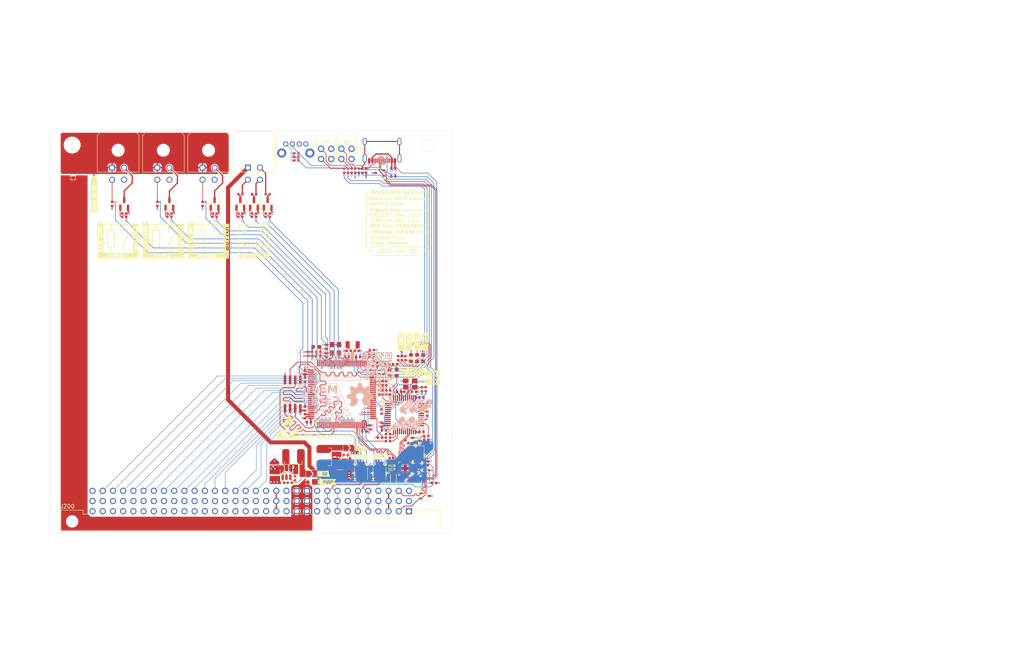
<source format=kicad_pcb>
(kicad_pcb (version 20241229) (generator "pcbnew") (generator_version "9.0")
  (title_block (title "ModuCard GPIO module") (date "2025-05-18") (rev "1.0.0") (company "KoNaR") (comment 1 "Base project author: Dominik Pluta Artem Horiunov") (comment 2 "Dominik Pluta") (comment 3 "Project author"))
  (layers (0 "F.Cu" signal) (4 "In1.Cu" signal) (6 "In2.Cu" signal) (2 "B.Cu" signal) (13 "F.Paste" user) (15 "B.Paste" user) (5 "F.SilkS" user "F.Silkscreen") (7 "B.SilkS" user "B.Silkscreen") (1 "F.Mask" user) (3 "B.Mask" user) (25 "Edge.Cuts" user))
  (property "SHEETTOTAL" "5")
  (net 0 "")
  (net 1 "+3V3")
  (net 2 "GND")
  (net 3 "/ST-LINK/STLINK-RST")
  (net 4 "/ST-LINK/STLINK-OSC_IN")
  (net 5 "/ST-LINK/STLINK-OSC_OUT")
  (net 6 "+5V")
  (net 7 "/ST-LINK/LED")
  (net 8 "/MCU/OSC_IN")
  (net 9 "/ST-LINK/STLINK-BOOT0")
  (net 10 "/MCU/BOOT0")
  (net 11 "/MCU/NRST")
  (net 12 "/ST-LINK/DIO")
  (net 13 "/ST-LINK/CLK")
  (net 14 "+12V_FUSED")
  (net 15 "/ST-LINK/STLINK_RX")
  (net 16 "/ST-LINK/USB_RENUM")
  (net 17 "Net-(U302-3V3)")
  (net 18 "/USB/VBUS_IN")
  (net 19 "/ST-LINK/STLINK_TX")
  (net 20 "/Backplane/GPIOC0")
  (net 21 "/MCU/USR_BUTTON")
  (net 22 "/ST-LINK/SWO")
  (net 23 "Net-(D700-Pad2)")
  (net 24 "Net-(D701-Pad1)")
  (net 25 "Net-(Q700-B)")
  (net 26 "Net-(Q700-E)")
  (net 27 "/MCU/SWD.~{RST}")
  (net 28 "Net-(U500-STB)")
  (net 29 "Net-(U600-STB)")
  (net 30 "/MCU/SWD.SWCLK")
  (net 31 "/ST-LINK/ST-LINK.D+")
  (net 32 "/MCU/SWD.SWDIO")
  (net 33 "Net-(D301-Pad1)")
  (net 34 "/MCU/QSPI1.SCLK")
  (net 35 "/MCU/QSPI1.IO3")
  (net 36 "/MCU/USB_MCU.D-")
  (net 37 "/USB/USB2S.D-")
  (net 38 "Net-(U302-PGANG)")
  (net 39 "/MCU/USB_MCU.D+")
  (net 40 "/USB/USB2S.D+")
  (net 41 "/USB-hub/USB_MCU_R.D-")
  (net 42 "/ST-LINK/ST-LINK.D-")
  (net 43 "/USB-hub/USB_MCU_R.D+")
  (net 44 "/Backplane/BACKPLANE.D+")
  (net 45 "/Backplane/BACKPLANE.D-")
  (net 46 "/MCU/QSPI1.CS")
  (net 47 "/MCU/I2C1.SDA")
  (net 48 "/USB-hub/USBOUT1_R.D-")
  (net 49 "/USB-hub/USBOUT1_R.D+")
  (net 50 "+12V")
  (net 51 "Net-(U700-PA0)")
  (net 52 "Net-(U700-PA5)")
  (net 53 "Net-(U700-PC13)")
  (net 54 "Net-(U700-PC14)")
  (net 55 "Net-(U700-PB0)")
  (net 57 "Net-(U700-PB14)")
  (net 58 "Net-(U700-PB12)")
  (net 59 "Net-(U700-PB13)")
  (net 61 "/USB-hub/USBIN1.D+")
  (net 62 "Net-(U302-XO)")
  (net 63 "Net-(U302-XI)")
  (net 65 "/USB-hub/USBIN1.D-")
  (net 66 "/Backplane/GPIOL5")
  (net 67 "/Backplane/CAN1.+")
  (net 68 "/Backplane/CAN2.-")
  (net 69 "/Backplane/GPIOL3")
  (net 70 "/Backplane/CAN2.+")
  (net 71 "/Backplane/GPIOL6")
  (net 72 "/Backplane/GPIOR8")
  (net 73 "/Backplane/GPIOL2")
  (net 74 "/Backplane/GPIOR0")
  (net 75 "/Backplane/GPIOR3")
  (net 76 "/MCU/QSPI1.IO0")
  (net 77 "/Backplane/GPIOR15")
  (net 78 "/Backplane/GPIOL10")
  (net 79 "/Backplane/GPIOL12")
  (net 80 "/Backplane/GPIOC9")
  (net 81 "/Backplane/GPIOR5")
  (net 82 "/Backplane/GPIOR2")
  (net 83 "/MCU/OSC32_OUT")
  (net 84 "/MCU/QSPI1.IO2")
  (net 85 "/Backplane/CAN1.-")
  (net 86 "/MCU/QSPI1.IO1")
  (net 87 "/Backplane/GPIOL9")
  (net 88 "/Backplane/GPIOL0")
  (net 89 "/MCU/I2C1.SCL")
  (net 90 "/Backplane/GPIOL14")
  (net 91 "/Backplane/GPIOL11")
  (net 92 "/Backplane/GPIOC4")
  (net 93 "/Backplane/GPIOL8")
  (net 94 "/MCU/BOOT_EN")
  (net 95 "/Backplane/GPIOC11")
  (net 96 "/Backplane/GPIOR6")
  (net 97 "/Backplane/GPIOR1")
  (net 98 "/Backplane/GPIOR11")
  (net 99 "/Backplane/GPIOL15")
  (net 100 "/Backplane/GPIOR4")
  (net 101 "/Backplane/GPIOL13")
  (net 102 "/Backplane/GPIOC6")
  (net 103 "/Backplane/GPIOC10")
  (net 104 "/Backplane/GPIOL7")
  (net 105 "/Backplane/GPIOR9")
  (net 106 "/MCU/OSC32_IN")
  (net 107 "/Backplane/GPIOC15")
  (net 108 "/Backplane/GPIOR10")
  (net 127 "/Backplane/GPIOC3")
  (net 128 "+24V")
  (net 129 "/Backplane/GPIOC2")
  (net 130 "/Backplane/GPIOR12")
  (net 131 "/Backplane/GPIOL4")
  (net 132 "/Backplane/GPIOC7")
  (net 133 "/Backplane/GPIOC12")
  (net 134 "/Backplane/GPIOC8")
  (net 135 "/Backplane/GPIOC14")
  (net 136 "/Backplane/GPIOC1")
  (net 137 "/Backplane/GPIOC13")
  (net 138 "/Backplane/GPIOL1")
  (net 139 "/Backplane/GPIOR7")
  (net 140 "/Backplane/GPIOC5")
  (net 141 "/Backplane/GPIOR13")
  (net 142 "/Backplane/GPIOR14")
  (net 143 "/MCU/VCAP_2")
  (net 144 "/MCU/VCAP_1")
  (net 145 "/CAN transceiver 1/CAN.TX")
  (net 146 "/CAN transceiver 1/CAN.RX")
  (net 147 "/CAN transceiver 2/CAN.TX")
  (net 148 "/CAN transceiver 2/CAN.RX")
  (net 149 "Net-(D400-Pad1)")
  (net 150 "/USB/CC1")
  (net 151 "/USB/CC2")
  (net 152 "Net-(J800-SHIELD)")
  (net 155 "Net-(U801-SEL)")
  (net 156 "Net-(U801-~{OE})")
  (net 157 "/Power/SW_5V0")
  (net 158 "/Power/VBST_5V0")
  (net 159 "/Power/VBST_3V3")
  (net 160 "/Power/SW_3V3")
  (net 161 "/Power/FB_5V0")
  (net 162 "/Power/FB_3V3")
  (net 165 "/MCU/USR_BTN")
  (net 166 "/MCU/USER_LED_1")
  (net 167 "/MCU/USER_LED_2")
  (net 168 "/MCU/STATUS_LED")
  (net 169 "Net-(LED300-Pad1)")
  (net 170 "Net-(LED300-Pad3)")
  (net 171 "Net-(LED301-Pad1)")
  (net 172 "Net-(LED301-Pad3)")
  (net 173 "Net-(D401-Pad1)")
  (net 174 "Net-(D402-Pad1)")
  (net 175 "+5V_STDBY")
  (net 176 "/Power/+5V_UNPROTEC")
  (net 177 "/Power/+3V3_UNPROTEC")
  (net 178 "/MCU/VDDA")
  (net 183 "/GPIO connector 0/MOSFET power stage/output")
  (net 189 "/GPIO connector 0/input")
  (net 196 "/GPIO connector 1/input")
  (net 197 "/GPIO connector 1/MOSFET power stage/output")
  (net 198 "Net-(J8-Pin_2)")
  (net 199 "Net-(J8-Pin_3)")
  (net 200 "Net-(J8-Pin_4)")
  (net 201 "/RGB LED connector/MOSFET power stage/output")
  (net 202 "Net-(Q401-G)")
  (net 203 "/RGB LED connector/MOSFET power stage1/output")
  (net 204 "Net-(Q402-G)")
  (net 205 "/RGB LED connector/MOSFET power stage2/output")
  (net 206 "Net-(Q403-G)")
  (net 207 "/GPIO connector 2/MOSFET power stage/output")
  (net 208 "/GPIO connector 2/input")
  (net 209 "/GPIO connector 0/output")
  (net 210 "/GPIO connector 1/output")
  (net 211 "/GPIO connector 2/output")
  (net 212 "Net-(Q405-G)")
  (net 213 "Net-(Q406-G)")
  (net 214 "Net-(Q407-G)")
  (net 215 "+12V_GPIO")
  (net 216 "/MCU/EXT_LED_G")
  (net 217 "/MCU/EXT_LED_R")
  (net 218 "/MCU/EXT_LED_B")
  (footprint "kibuzzard-67B37005" (layer "F.Cu") (at 132.75 103.775 90)
    (property "Reference" "kibuzzard-67B37005" (hide yes))
    (property "Value" "G***" (hide yes))
  )
  (footprint "Inductor_SMD:L_Changjiang_FXL0420" (layer "F.Cu") (at 107.12072 132.421542 90)
    (property "Reference" "L301" (hide yes))
    (property "Value" "L")
  )
  (footprint "kibuzzard-67B643DE" (layer "F.Cu") (at 116.77 132.485001)
    (property "Reference" "kibuzzard-67B643DE" (hide yes))
    (property "Value" "G***" (hide yes))
  )
  (footprint "Jumper:SolderJumper-2_P1.3mm_Open_TrianglePad1.0x1.5mm" (layer "F.Cu") (at 104.45 136.675)
    (property "Reference" "JP300" (hide yes))
    (property "Value" "SolderJumper_2_Bridged" (hide yes))
  )
  (footprint "PCM_JLCPCB:C_0402" (layer "F.Cu") (at 116.078 107.597001)
    (property "Reference" "C420" (hide yes))
    (property "Value" "100nF")
  )
  (footprint "TestPoint:TestPoint_Pad_D1.0mm" (layer "F.Cu") (at 132.75 105.325)
    (property "Reference" "TP302" (hide yes))
    (property "Value" "TestPoint")
  )
  (footprint "PCM_JLCPCB:R_0402" (layer "F.Cu") (at 54.87 69.485001 -90)
    (property "Reference" "R428" (hide yes))
    (property "Value" "10kΩ" (hide yes))
  )
  (footprint "PCM_JLCPCB:C_0402" (layer "F.Cu") (at 106.172 106.327001 180)
    (property "Reference" "C423" (hide yes))
    (property "Value" "10uF")
  )
  (footprint "PCM_JLCPCB:R_0402" (layer "F.Cu") (at 93.57 67.085001)
    (property "Reference" "R421" (hide yes))
    (property "Value" "0Ω" (hide yes))
  )
  (footprint "FixLed307:FixLed307" (layer "F.Cu") (at 108.15 55.785)
    (property "Reference" "LED300" (hide yes))
    (property "Value" "FixLed307")
  )
  (footprint "PCM_JLCPCB:Q_SOT-23" (layer "F.Cu") (at 90.17 69.485001 90)
    (property "Reference" "Q402" (hide yes))
    (property "Value" "AO3400A")
  )
  (footprint "PCM_JLCPCB:Q_SOT-23" (layer "F.Cu") (at 69.12 69.485001 90)
    (property "Reference" "Q406" (hide yes))
    (property "Value" "AO3400A")
  )
  (footprint "PCM_JLCPCB:C_0402" (layer "F.Cu") (at 108.204 107.089001 90)
    (property "Reference" "C406" (hide yes))
    (property "Value" "100nF")
  )
  (footprint "PCM_JLCPCB:R_0402" (layer "F.Cu") (at 80.37 71.885001)
    (property "Reference" "R423" (hide yes))
    (property "Value" "10kΩ" (hide yes))
  )
  (footprint "PCM_JLCPCB:R_0402" (layer "F.Cu") (at 126.85 132.125 -90)
    (property "Reference" "R903" (hide yes))
    (property "Value" "22Ω" (hide yes))
  )
  (footprint "PCM_JLCPCB:R_0402" (layer "F.Cu") (at 126.7 138.375 180)
    (property "Reference" "R308" (hide yes))
    (property "Value" "1kΩ" (hide yes))
  )
  (footprint "Connector_Molex:Molex_Micro-Fit_3.0_43045-0400_2x02_P3.00mm_Horizontal" (layer "F.Cu") (at 88.67 60.470001)
    (property "Reference" "J8" (hide yes))
    (property "Value" "Molex_Micro-Fit_3.0 2x2")
  )
  (footprint "PCM_JLCPCB:FB_0603" (layer "F.Cu") (at 105.672 105.057001 180)
    (property "Reference" "FB401" (hide yes))
    (property "Value" "~")
  )
  (footprint "PCM_JLCPCB:R_0402" (layer "F.Cu") (at 90.17 71.885001)
    (property "Reference" "R416" (hide yes))
    (property "Value" "10kΩ" (hide yes))
  )
  (footprint "PCM_JLCPCB:C_0402" (layer "F.Cu") (at 119.1 137.575 90)
    (property "Reference" "C501" (hide yes))
    (property "Value" "100nF")
  )
  (footprint "PCM_JLCPCB:R_0402" (layer "F.Cu") (at 123.5 128.525)
    (property "Reference" "R716" (hide yes))
    (property "Value" "22Ω" (hide yes))
  )
  (footprint "PCM_JLCPCB:R_0402" (layer "F.Cu") (at 114.07072 133.321542 -90)
    (property "Reference" "R306" (hide yes))
    (property "Value" "R_Small" (hide yes))
  )
  (footprint "PCM_JLCPCB:R_0402" (layer "F.Cu") (at 90.17 72.685001 180)
    (property "Reference" "R417" (hide yes))
    (property "Value" "100Ω" (hide yes))
  )
  (footprint "PCM_JLCPCB:D_0603" (layer "F.Cu") (at 124.85 137.575 90)
    (property "Reference" "D301" (hide yes))
    (property "Value" "Red")
  )
  (footprint "TL2243:TL2243" (layer "F.Cu") (at 100.579415 56.834163)
    (property "Reference" "BTN400" (hide yes))
    (property "Value" "TL2243")
  )
  (footprint "PCM_JLCPCB:C_0402" (layer "F.Cu") (at 102.87 122.329001 -90)
    (property "Reference" "C427" (hide yes))
    (property "Value" "2.2uF")
  )
  (footprint "PCM_JLCPCB:C_0402" (layer "F.Cu") (at 114.55 137.575 90)
    (property "Reference" "C601" (hide yes))
    (property "Value" "100nF")
  )
  (footprint "PCM_JLCPCB:R_0402" (layer "F.Cu") (at 97.15 138.871508 180)
    (property "Reference" "R301" (hide yes))
    (property "Value" "10kΩ" (hide yes))
  )
  (footprint "PCM_JLCPCB:R_0402" (layer "F.Cu") (at 119.1 135.425 90)
    (property "Reference" "R600" (hide yes))
    (property "Value" "10kΩ" (hide yes))
  )
  (footprint "kibuzzard-67B2198C" (layer "F.Cu") (at 134.5 111.725)
    (property "Reference" "kibuzzard-67B2198C" (hide yes))
    (property "Value" "G***" (hide yes))
  )
  (footprint "PCM_JLCPCB:C_0402" (layer "F.Cu") (at 102.87 113.234002 -90)
    (property "Reference" "C400" (hide yes))
    (property "Value" "10uF")
  )
  (footprint "kibuzzard-67B643EE" (layer "F.Cu") (at 121.37 132.485001)
    (property "Reference" "kibuzzard-67B643EE" (hide yes))
    (property "Value" "G***" (hide yes))
  )
  (footprint "PCM_JLCPCB:R_0402" (layer "F.Cu") (at 90.17 67.085001 180)
    (property "Reference" "R418" (hide yes))
    (property "Value" "0Ω" (hide yes))
  )
  (footprint "PCM_JLCPCB:C_0402" (layer "F.Cu") (at 113.75 106.025 180)
    (property "Reference" "C313" (hide yes))
    (property "Value" "18pF")
  )
  (footprint "PCM_JLCPCB:R_0402" (layer "F.Cu") (at 124.85 62.675)
    (property "Reference" "R801" (hide yes))
    (property "Value" "5.1kΩ" (hide yes))
  )
  (footprint "PCM_JLCPCB:C_0402" (layer "F.Cu") (at 116.8 134.025 180)
    (property "Reference" "C600" (hide yes))
    (property "Value" "100nF")
  )
  (footprint "PCM_JLCPCB:C_0402" (layer "F.Cu") (at 115.7 106.025)
    (property "Reference" "C314" (hide yes))
    (property "Value" "18pF")
  )
  (footprint "kicad-footprints:UFQFN-10_1.4x1.8" (layer "F.Cu") (at 132.65 137.8)
    (property "Reference" "U801" (hide yes))
    (property "Value" "FSUSB42UMX")
  )
  (footprint "kibuzzard-67B6438D" (layer "F.Cu") (at 116.77 130.285001)
    (property "Reference" "kibuzzard-67B6438D" (hide yes))
    (property "Value" "G***" (hide yes))
  )
  (footprint "TestPoint:TestPoint_Pad_D1.0mm" (layer "F.Cu") (at 133.25 113.725 90)
    (property "Reference" "TP701" (hide yes))
    (property "Value" "TestPoint")
  )
  (footprint "PCM_JLCPCB:C_0603" (layer "F.Cu") (at 94.646542 136.991059 -90)
    (property "Reference" "C304" (hide yes))
    (property "Value" "10uF")
  )
  (footprint "PCM_JLCPCB:R_0402" (layer "F.Cu") (at 93.570001 71.885001)
    (property "Reference" "R419" (hide yes))
    (property "Value" "10kΩ" (hide yes))
  )
  (footprint "PCM_JLCPCB:C_0402" (layer "F.Cu") (at 96.09 134.571508 -90)
    (property "Reference" "C305" (hide yes))
    (property "Value" "100nF")
  )
  (footprint "PCM_JLCPCB:R_0402" (layer "F.Cu") (at 119.45 107.645 180)
    (property "Reference" "R404" (hide yes))
    (property "Value" "100Ω" (hide yes))
  )
  (footprint "Package_QFP:LQFP-100_14x14mm_P0.5mm" (layer "F.Cu") (at 112.075 116.85 -90)
    (property "Reference" "U403" (hide yes))
    (property "Value" "STM32H562VGTx")
  )
  (footprint "Package_TO_SOT_SMD:SOT-23-6" (layer "F.Cu") (at 111.55 134.11805)
    (property "Reference" "U301" (hide yes))
    (property "Value" "TPS563200" (hide yes))
  )
  (footprint "PCM_JLCPCB:C_0402" (layer "F.Cu") (at 121.4 134.025 180)
    (property "Reference" "C500" (hide yes))
    (property "Value" "100nF")
  )
  (footprint "kibuzzard-67B20BD5" (layer "F.Cu") (at 129.708643 111.36705)
    (property "Reference" "kibuzzard-67B20BD5" (hide yes))
    (property "Value" "G***" (hide yes))
  )
  (footprint "PCM_JLCPCB:R_0402" (layer "F.Cu") (at 127.75 132.125 -90)
    (property "Reference" "R902" (hide yes))
    (property "Value" "22Ω" (hide yes))
  )
  (footprint "PCM_JLCPCB:D_0603" (layer "F.Cu") (at 129.24 107.875 90)
    (property "Reference" "D400" (hide yes))
    (property "Value" "Red")
  )
  (footprint "PCM_JLCPCB:R_0402" (layer "F.Cu") (at 121.325 116.425 -90)
    (property "Reference" "R700" (hide yes))
    (property "Value" "100kΩ" (hide yes))
  )
  (footprint "PCM_JLCPCB:R_0402" (layer "F.Cu") (at 100.7284 58.685001)
    (property "Reference" "R405" (hide yes))
    (property "Value" "10kΩ" (hide yes))
  )
  (footprint "PCM_JLCPCB:R_0402" (layer "F.Cu") (at 114.45 61.225 90)
    (property "Reference" "R409" (hide yes))
    (property "Value" "100Ω" (hide yes))
  )
  (footprint "PCM_JLCPCB:R_0402" (layer "F.Cu") (at 113.55 61.225 90)
    (property "Reference" "R400" (hide yes))
    (property "Value" "1.2kΩ" (hide yes))
  )
  (footprint "PCM_JLCPCB:R_0402" (layer "F.Cu") (at 126.95 107.875 90)
    (property "Reference" "R411" (hide yes))
    (property "Value" "470Ω" (hide yes))
  )
  (footprint "kibuzzard-682A47D8" (layer "F.Cu") (at 50.37 67.185001 90)
    (property "Reference" "kibuzzard-682A47D8" (hide yes))
    (property "Value" "G***" (hide yes))
  )
  (footprint "PCM_JLCPCB:C_0402" (layer "F.Cu") (at 123.1 114.1 -90)
    (property "Reference" "C410" (hide yes))
    (property "Value" "4.7uF")
  )
  (footprint "PCM_JLCPCB:R_0402" (layer "F.Cu") (at 57.87 71.885001)
    (property "Reference" "R429" (hide yes))
    (property "Value" "10kΩ" (hide yes))
  )
  (footprint "PCM_JLCPCB:D_0603" (layer "F.Cu") (at 125.702 111.45 -90)
    (property "Reference" "D701" (hide yes))
    (property "Value" "Red")
  )
  (footprint "PCM_JLCPCB:C_0402" (layer "F.Cu") (at 120.388 108.867001 180)
    (property "Reference" "C422" (hide yes))
    (property "Value" "100nF")
  )
  (footprint "kibuzzard-67B63E8D" (layer "F.Cu") (at 108.37 138.685001)
    (property "Reference" "kibuzzard-67B63E8D" (hide yes))
    (property "Value" "G***" (hide yes))
  )
  (footprint "PCM_JLCPCB:R_0402" (layer "F.Cu") (at 124 116.425 -90)
    (property "Reference" "R701" (hide yes))
    (property "Value" "10kΩ" (hide yes))
  )
  (footprint "PCM_JLCPCB:C_0402" (layer "F.Cu") (at 106.18 107.343001 180)
    (property "Reference" "C424" (hide yes))
    (property "Value" "100nF")
  )
  (footprint "PCM_JLCPCB:C_0402" (layer "F.Cu") (at 120.396 109.883001 180)
    (property "Reference" "C405" (hide yes))
    (property "Value" "100nF")
  )
  (footprint "PCM_JLCPCB:C_0603" (layer "F.Cu") (at 101.4 136.171508 180)
    (property "Reference" "C301" (hide yes))
    (property "Value" "10uF")
  )
  (footprint "PCM_JLCPCB:C_0402" (layer "F.Cu") (at 100.4 137.781508 90)
    (property "Reference" "C300" (hide yes))
    (property "Value" "100nF")
  )
  (footprint "PCM_JLCPCB:D_0603" (layer "F.Cu") (at 132.24 107.875 90)
    (property "Reference" "D402" (hide yes))
    (property "Value" "Red")
  )
  (footprint "PCM_JLCPCB:CRYSTAL-SMD_4P-L3.2-W2.5-BL" (layer "F.Cu") (at 129.05 114.325 180)
    (property "Reference" "Y700" (hide yes))
    (property "Value" "Crystal_GND24")
  )
  (footprint "Connector_Molex:Molex_Micro-Fit_3.0_43045-0400_2x02_P3.00mm_Horizontal" (layer "F.Cu") (at 54.87 60.470001)
    (property "Reference" "J11" (hide yes))
    (property "Value" "Molex_Micro-Fit_3.0 2x2")
  )
  (footprint "Package_QFP:LQFP-48_7x7mm_P0.5mm" (layer "F.Cu") (at 127.65 121.925 -90)
    (property "Reference" "U700" (hide yes))
    (property "Value" "STM32F103CBTx")
  )
  (footprint "PCM_JLCPCB:Q_SOT-23" (layer "F.Cu") (at 93.57 69.485001 90)
    (property "Reference" "Q403" (hide yes))
    (property "Value" "AO3400A")
  )
  (footprint "Connector_Molex:Molex_Micro-Fit_3.0_43045-0400_2x02_P3.00mm_Horizontal" (layer "F.Cu") (at 77.37 60.470001)
    (property "Reference" "J9" (hide yes))
    (property "Value" "Molex_Micro-Fit_3.0 2x2")
  )
  (footprint "TestPoint:TestPoint_Pad_D1.0mm" (layer "F.Cu") (at 133.25 111.725 90)
    (property "Reference" "TP700" (hide yes))
    (property "Value" "TestPoint")
  )
  (footprint "PCM_JLCPCB:Q_SOT-23" (layer "F.Cu") (at 57.87 69.485001 90)
    (property "Reference" "Q407" (hide yes))
    (property "Value" "AO3400A")
  )
  (footprint "PCM_JLCPCB:R_0402" (layer "F.Cu") (at 123.35 109.375)
    (property "Reference" "R707" (hide yes))
    (property "Value" "10kΩ" (hide yes))
  )
  (footprint "kibuzzard-67B37472" (layer "F.Cu") (at 130.75 103.775 90)
    (property "Reference" "kibuzzard-67B37472" (hide yes))
    (property "Value" "G***" (hide yes))
  )
  (footprint "PCM_JLCPCB:C_0402" (layer "F.Cu") (at 128.1 116.235 180)
    (property "Reference" "C708" (hide yes))
    (property "Value" "33pF" (hide yes))
  )
  (footprint "PCM_JLCPCB:R_0402" (layer "F.Cu") (at 132.9 115.625 -90)
    (property "Reference" "R705" (hide yes))
    (property "Value" "10kΩ" (hide yes))
  )
  (footprint "PCM_JLCPCB:R_0402" (layer "F.Cu") (at 114.07072 135.221542 -90)
    (property "Reference" "R307" (hide yes))
    (property "Value" "10kΩ" (hide yes))
  )
  (footprint "PCM_JLCPCB:C_0402" (layer "F.Cu") (at 103.64 106.843001 -90)
    (property "Reference" "C425" (hide yes))
    (property "Value" "10uF")
  )
  (footprint "PCM_JLCPCB:R_0402" (layer "F.Cu") (at 133.05 128.175)
    (property "Reference" "R711" (hide yes))
    (property "Value" "39kΩ" (hide yes))
  )
  (footprint "PCM_JLCPCB:R_0402" (layer "F.Cu") (at 133.05 127.275)
    (property "Reference" "R710" (hide yes))
    (property "Value" "100Ω" (hide yes))
  )
  (footprint "PCM_JLCPCB:R_0402" (layer "F.Cu") (at 123.5 127.65)
    (property "Reference" "R715" (hide yes))
    (property "Value" "22Ω" (hide yes))
  )
  (footprint "PCM_JLCPCB:C_0402" (layer "F.Cu") (at 116.25 61.225 -90)
    (property "Reference" "C801" (hide yes))
    (property "Value" "100nF")
  )
  (footprint "TestPoint:TestPoint_Pad_D1.0mm" (layer "F.Cu") (at 128.75 105.325)
    (property "Reference" "TP300" (hide yes))
    (property "Value" "TestPoint")
  )
  (footprint "PCM_JLCPCB:C_0402" (layer "F.Cu") (at 102.87 111.407001 90)
    (property "Reference" "C402" (hide yes))
    (property "Value" "100nF")
  )
  (footprint "kibuzzard-67E7D86B" (layer "F.Cu") (at 126.75 103.775001 90)
    (property "Reference" "kibuzzard-67E7D86B" (hide yes))
    (property "Value" "G***" (hide yes))
  )
  (footprint "Jumper:SolderJumper-2_P1.3mm_Open_TrianglePad1.0x1.5mm" (layer "F.Cu") (at 113.69572 130.225)
    (property "Reference" "JP301" (hide yes))
    (property "Value" "SolderJumper_2_Bridged")
  )
  (footprint "Connector_USB:USB_C_Receptacle_GCT_USB4105-xx-A_16P_TopMnt_Horizontal" (layer "F.Cu") (at 122.05 55.035 180)
    (property "Reference" "J800" (hide yes))
    (property "Value" "USB_C_Receptacle_USB2.0_16P")
  )
  (footprint "PCM_JLCPCB:C_0402" (layer "F.Cu") (at 109.77072 136.281542)
    (property "Reference" "C311" (hide yes))
    (property "Value" "100nF")
  )
  (footprint "kibuzzard-67B219C6" (layer "F.Cu") (at 134.5 113.725)
    (property "Reference" "kibuzzard-67B219C6" (hide yes))
    (property "Value" "G***" (hide yes))
  )
  (footprint "PCM_JLCPCB:R_0603" (layer "F.Cu") (at 45.17 62.185001 90)
    (property "Reference" "F301" (hide yes))
    (property "Value" "Fuse")
  )
  (footprint "TestPoint:TestPoint_Pad_D1.0mm" (layer "F.Cu") (at 130.75 105.325)
    (property "Reference" "TP301" (hide yes))
    (property "Value" "TestPoint")
  )
  (footprint "Package_TO_SOT_SMD:SOT-323_SC-70" (layer "F.Cu") (at 132.7075 142.162501)
    (property "Reference" "U402" (hide yes))
    (property "Value" "TPD2E2U06DCK")
  )
  (footprint "PCM_JLCPCB:R_0402" (layer "F.Cu") (at 69.12 71.885001)
    (property "Reference" "R425" (hide yes))
    (property "Value" "10kΩ" (hide yes))
  )
  (footprint "PCM_JLCPCB:C_0402" (layer "F.Cu") (at 130 116.225)
    (property "Reference" "C707" (hide yes))
    (property "Value" "33pF")
  )
  (footprint "PCM_JLCPCB:Q_SOT-23" (layer "F.Cu") (at 80.37 69.485001 90)
    (property "Reference" "Q405" (hide yes))
    (property "Value" "AO3400A")
  )
  (footprint "PCM_JLCPCB:R_0402" (layer "F.Cu") (at 123.9 133.225 -90)
    (property "Reference" "R901" (hide yes))
    (property "Value" "22Ω" (hide yes))
  )
  (footprint "Oscillator:Oscillator_SMD_Abracon_ASE-4Pin_3.2x2.5mm" (layer "F.Cu") (at 110.49 105.565001 -90)
    (property "Reference" "Y400" (hide yes))
    (property "Value" "ASE-xxxMHz")
  )
  (footprint "PCM_JLCPCB:R_0402" (layer "F.Cu") (at 133.05 129.075 180)
    (property "Reference" "R709" (hide yes))
    (property "Value" "10kΩ" (hide yes))
  )
  (footprint "PCM_JLCPCB:Q_SOT-23" (layer "F.Cu") (at 86.77 69.485001 90)
    (property "Reference" "Q401" (hide yes))
    (property "Value" "AO3400A")
  )
  (footprint "PCM_JLCPCB:R_0402" (layer "F.Cu") (at 117.15 61.225 -90)
    (property "Reference" "R805" (hide yes))
    (property "Value" "330Ω" (hide yes))
  )
  (footprint "PCM_JLCPCB:R_0402" (layer "F.Cu") (at 86.77 72.685001 180)
    (property "Reference" "R415" (hide yes))
    (property "Value" "100Ω" (hide yes))
  )
  (footprint "PCM_JLCPCB:R_0402" (layer "F.Cu") (at 118.05 61.225 -90)
    (property "Reference" "R800" (hide yes))
    (property "Value" "5.1kΩ" (hide yes))
  )
  (footprint "PCM_JLCPCB:C_0603" (layer "F.Cu") (at 112.20072 136.481542)
    (property "Reference" "C310" (hide yes))
    (property "Value" "10uF")
  )
  (footprint "PCM_JLCPCB:R_0402" (layer "F.Cu") (at 122.2 114.1 -90)
    (property "Reference" "R402" (hide yes))
    (property "Value" "10kΩ" (hide yes))
  )
  (footprint "PCM_JLCPCB:R_0402" (layer "F.Cu") (at 133.3 121.675 90)
    (property "Reference" "R702" (hide yes))
    (property "Value" "100kΩ" (hide yes))
  )
  (footprint "PCM_JLCPCB:R_0402" (layer "F.Cu") (at 69.12 72.685001 180)
    (property "Reference" "R427" (hide yes))
    (property "Value" "100Ω" (hide yes))
  )
  (footprint "PCM_JLCPCB:C_0603" (layer "F.Cu") (at 112.190271 137.725)
    (property "Reference" "C309" (hide yes))
    (property "Value" "10uF")
  )
  (footprint "PCM_JLCPCB:C_0402" (layer "F.Cu") (at 130.45 134.075 90)
    (property "Reference" "C900" (hide yes))
    (property "Value" "100nF")
  )
  (footprint "PCM_JLCPCB:C_0402" (layer "F.Cu") (at 118.975 125.1 -90)
    (property "Reference" "C404" (hide yes))
    (property "Value" "100nF")
  )
  (footprint "PCM_JLCPCB:R_0402" (layer "F.Cu") (at 66.12 69.485001 -90)
    (property "Reference" "R424" (hide yes))
    (property "Value" "10kΩ" (hide yes))
  )
  (footprint "PCM_JLCPCB:R_0402" (layer "F.Cu") (at 80.37 72.685001 180)
    (property "Reference" "R426" (hide yes))
    (property "Value" "100Ω" (hide yes))
  )
  (footprint "PCM_JLCPCB:R_0402" (layer "F.Cu") (at 132.55 134.025 -90)
    (property "Reference" "R802" (hide yes))
    (property "Value" "10kΩ" (hide yes))
  )
  (footprint "PCM_JLCPCB:C_0402" (layer "F.Cu") (at 108.204 105.057001 -90)
    (property "Reference" "C432" (hide yes))
    (property "Value" "100nF")
  )
  (footprint "PCM_JLCPCB:C_0402" (layer "F.Cu") (at 131.85 117.625)
    (property "Reference" "C701" (hide yes))
    (property "Value" "100nF")
  )
  (footprint "PCM_JLCPCB:R_0402" (layer "F.Cu") (at 99.05 138.871508 180)
    (property "Reference" "R300" (hide yes))
    (property "Value" "R_Small" (hide yes))
  )
  (footprint "Connector_DIN:DIN41612_R_3x32_Female_Horizontal_THT" (layer "F.Cu") (at 128.74 145.975 180)
    (property "Reference" "J200")
    (property "Value" "09031967921")
  )
  (footprint "PCM_JLCPCB:R_0402" (layer "F.Cu") (at 77.37 69.485001 -90)
    (property "Reference" "R422" (hide yes))
    (property "Value" "10kΩ" (hide yes))
  )
  (footprint "PCM_JLCPCB:C_0402" (layer "F.Cu") (at 122.5 125.875)
    (property "Reference" "C700" (hide yes))
    (property "Value" "1uF")
  )
  (footprint "PCM_JLCPCB:R_0402" (layer "F.Cu") (at 123.65 137.575 90)
    (property "Reference" "R500" (hide yes))
    (property "Value" "10kΩ" (hide yes))
  )
  (footprint "PCM_JLCPCB:C_0402" (layer "F.Cu") (at 133.29 119.4225 -90)
    (property "Reference" "C704" (hide yes))
    (property "Value" "100nF" (hide yes))
  )
  (footprint "PCM_JLCPCB:C_0402" (layer "F.Cu") (at 131.35 134.075 90)
    (property "Reference" "C902" (hide yes))
    (property "Value" "10uF")
  )
  (footprint "PCM_JLCPCB:C_0402" (layer "F.Cu") (at 133.15 135.775)
    (property "Reference" "C312" (hide yes))
    (property "Value" "100nF")
  )
  (footprint "PCM_JLCPCB:C_0402" (layer "F.Cu") (at 122.01 124.4275 90)
    (property "Reference" "C702" (hide yes))
    (property "Value" "100nF" (hide yes))
  )
  (footprint "PCM_JLCPCB:R_0402" (layer "F.Cu") (at 131.95 115.625 -90)
    (property "Reference" "R706" (hide yes))
    (property "Value" "10kΩ" (hide yes))
  )
  (footprint "PCM_JLCPCB:R_0402" (layer "F.Cu") (at 133.45 134.025 90)
    (property "Reference" "R803" (hide yes))
    (property "Value" "22kΩ" (hide yes))
  )
  (footprint "PCM_JLCPCB:C_0603" (layer "F.Cu") (at 110.108674 130.971542 -90)
    (property "Reference" "C307" (hide yes))
    (property "Value" "22uF")
  )
  (footprint "PCM_JLCPCB:C_0402" (layer "F.Cu") (at 112.98072 131.971542 180)
    (property "Reference" "C306" (hide yes))
    (property "Value" "100nF")
  )
  (footprint "PCM_JLCPCB:R_0402" (layer "F.Cu") (at 121.3 114.1 90)
    (property "Reference" "R401" (hide yes))
    (property "Value" "1kΩ" (hide yes))
  )
  (footprint "TestPoint:TestPoint_Pad_D1.0mm" (layer "F.Cu") (at 50.37 63.285001)
    (property "Reference" "TP303" (hide yes))
    (property "Value" "TestPoint")
  )
  (footprint "PCM_JLCPCB:R_0603" (layer "F.Cu") (at 104.4 138.775)
    (property "Reference" "F300" (hide yes))
    (property "Value" "Fuse")
  )
  (footprint "PCM_JLCPCB:R_0402" (layer "F.Cu") (at 123.5 126.775)
    (property "Reference" "R714" (hide yes))
    (property "Value" "100Ω" (hide yes))
  )
  (footprint "kibuzzard-67B643AC" (layer "F.Cu") (at 107.569999 136.661405)
    (property "Reference" "kibuzzard-67B643AC" (hide yes))
    (property "Value" "G***" (hide yes))
  )
  (footprint "PCM_JLCPCB:R_0402" (layer "F.Cu") (at 124.8 133.225 -90)
    (property "Reference" "R900" (hide yes))
    (property "Value" "22Ω" (hide yes))
  )
  (footprint "Package_SON:HVSON-8-1EP_3x3mm_P0.65mm_EP1.6x2.4mm" (layer "F.Cu") (at 116.8 136.625 -90)
    (property "Reference" "U600" (hide yes))
    (property "Value" "TJA1044GTK_3Z")
  )
  (footprint "PCM_JLCPCB:FC-135R_L3.2-W1.5" (layer "F.Cu") (at 114.725 104.55)
    (property "Reference" "X300" (hide yes))
    (property "Value" "Q13FC1350000400")
  )
  (footprint "PCM_JLCPCB:R_0402" (layer "F.Cu") (at 100.7284 56.885001 180)
    (property "Reference" "R406" (hide yes))
    (property "Value" "100Ω" (hide yes))
  )
  (footprint "PCM_JLCPCB:R_0402" (layer "F.Cu") (at 86.77 67.085001 180)
    (property "Reference" "R414" (hide yes))
    (property "Value" "0Ω" (hide yes))
  )
  (footprint "PCM_JLCPCB:R_0402" (layer "F.Cu") (at 126.05 107.875 90)
    (property "Reference" "R412" (hide yes))
    (property "Value" "220Ω" (hide yes))
  )
  (footprint "PCM_JLCPCB:C_0402" (layer "F.Cu") (at 122.2 116.425 90)
    (property "Reference" "C706" (hide yes))
    (property "Value" "100nF")
  )
  (footprint "PCM_JLCPCB:C_0402" (layer "F.Cu") (at 124.85 60.525)
    (property "Reference" "C800" (hide yes))
    (property "Value" "100nF")
  )
  (footprint "PCM_JLCPCB:R_0402" (layer "F.Cu") (at 86.77 71.885001)
    (property "Reference" "R413" (hide yes))
    (property "Value" "10kΩ" (hide yes))
  )
  (footprint "PCM_JLCPCB:C_0603" (layer "F.Cu") (at 101.4 134.909462 180)
    (property "Reference" "C302" (hide yes))
    (property "Value" "10uF")
  )
  (footprint "Connector_Molex:Molex_Micro-Fit_3.0_43045-0400_2x02_P3.00mm_Horizontal" (layer "F.Cu") (at 66.12 60.470001)
    (property "Reference" "J10" (hide yes))
    (property "Value" "Molex_Micro-Fit_3.0 2x2")
  )
  (footprint "PCM_JLCPCB:C_0402" (layer "F.Cu") (at 113.325 107.475)
    (property "Reference" "C401" (hide yes))
    (property "Value" "100nF")
  )
  (footprint "PCM_JLCPCB:C_0402" (layer "F.Cu") (at 126.2 116.235)
    (property "Reference" "C705" (hide yes))
    (property "Value" "100nF" (hide yes))
  )
  (footprint "PCM_JLCPCB:R_0402" (layer "F.Cu") (at 128.2 128.675 135)
    (property "Reference" "R712" (hide yes))
    (property "Value" "1.2kΩ" (hide yes))
  )
  (footprint "kibuzzard-67B37418" (layer "F.Cu") (at 128.75 103.775 90)
    (property "Reference" "kibuzzard-67B37418" (hide yes))
    (property "Value" "G***" (hide yes))
  )
  (footprint "PCM_JLCPCB:R_0402" (layer "F.Cu") (at 121.9 121.175 -90)
    (property "Reference" "R708" (hide yes))
    (property "Value" "22Ω" (hide yes))
  )
  (footprint "PCM_JLCPCB:C_0402" (layer "F.Cu") (at 103.825 123.75 180)
    (property "Reference" "C403" (hide yes))
    (property "Value" "10uF")
  )
  (footprint "PCM_JLCPCB:R_0402" (layer "F.Cu") (at 127.85 107.875 90)
    (property "Reference" "R410" (hide yes))
    (property "Value" "2.2kΩ" (hide yes))
  )
  (footprint "Crystal:Crystal_SMD_3225-4Pin_3.2x2.5mm" (layer "F.Cu") (at 130.5 131.325 180)
    (property "Reference" "Y900" (hide yes))
    (property "Value" "Crystal_GND24")
  )
  (footprint "Package_SON:HVSON-8-1EP_3x3mm_P0.65mm_EP1.6x2.4mm" (layer "F.Cu") (at 121.4 136.625 -90)
    (property "Reference" "U500" (hide yes))
    (property "Value" "TJA1044GTK_3Z")
  )
  (footprint "TestPoint:TestPoint_Pad_D1.0mm" (layer "F.Cu") (at 126.75 105.325)
    (property "Reference" "TP400" (hide yes))
    (property "Value" "TestPoint")
  )
  (footprint "PCM_JLCPCB:R_0402" (layer "F.Cu") (at 125.25 109.375)
    (property "Reference" "R713" (hide yes))
    (property "Value" "10kΩ" (hide yes))
  )
  (footprint "PCM_JLCPCB:C_0402" (layer "F.Cu") (at 119.46 105.865)
    (property "Reference" "C415" (hide yes))
    (property "Value" "100nF")
  )
  (footprint "PCM_JLCPCB:SOIC-8_L5.3-W5.3-P1.27-LS8.0-BL" (layer "F.Cu") (at 99.795 116.85 180)
    (property "Reference" "U100" (hide yes))
    (property "Value" "W25Q128")
  )
  (footprint "PCM_JLCPCB:D_0603" (layer "F.Cu") (at 123.952 111.45 90)
    (property "Reference" "D700" (hide yes))
    (property "Value" "Red")
  )
  (footprint "Inductor_SMD:L_Changjiang_FXL0420" (layer "F.Cu") (at 99.95 131.921508)
    (property "Reference" "L300" (hide yes))
    (property "Value" "L")
  )
  (footprint "PCM_JLCPCB:C_0402" (layer "F.Cu") (at 102.85 120.425 90)
    (property "Reference" "C100" (hide yes))
    (property "Value" "100nF")
  )
  (footprint "Package_DFN_QFN:QFN-16-1EP_3x3mm_P0.5mm_EP1.7x1.7mm" (layer "F.Cu") (at 127.8 135.3125 -90)
    (property "Reference" "U302" (hide yes))
    (property "Value" "CH334P")
  )
  (footprint "Package_TO_SOT_SMD:SOT-323_SC-70" (layer "F.Cu") (at 121.47 61.785001 180)
    (property "Reference" "U401" (hide yes))
    (property "Value" "TPD2E2U06DCK")
  )
  (footprint "PCM_JLCPCB:C_0402" (layer "F.Cu") (at 104.656 106.835001 -90)
    (property "Reference" "C426" (hide yes))
    (property "Value" "100nF")
  )
  (footprint "PCM_JLCPCB:R_0402" (layer "F.Cu") (at 93.57 72.685001 180)
    (property "Reference" "R420" (hide yes))
    (property "Value" "100Ω" (hide yes))
  )
  (footprint "PCM_JLCPCB:C_0402" (layer "F.Cu") (at 131.85 126.275)
    (property "Reference" "C703" (hide yes))
    (property "Value" "100nF")
  )
  (footprint "PCM_JLCPCB:D_0603" (layer "F.Cu") (at 130.75 107.875 90)
    (property "Reference" "D401" (hide yes))
    (property "Value" "Red")
  )
  (footprint "Symbol:ESD-Logo_6.6x6mm_SilkScreen" (layer "F.Cu") (at 98.77 124.885001)
    (property "Reference" "REF**" (hide yes))
    (property "Value" "ESD-Logo_6.6x6mm_SilkScreen" (hide yes))
  )
  (footprint "PCM_JLCPCB:R_0402" (layer "F.Cu") (at 115.35 61.225 90)
    (property "Reference" "R408" (hide yes))
    (property "Value" "220Ω" (hide yes))
  )
  (footprint "PCM_JLCPCB:R_0402" (layer "F.Cu") (at 119.46 106.765 180)
    (property "Reference" "R403" (hide yes))
    (property "Value" "10kΩ" (hide yes))
  )
  (footprint "PCM_JLCPCB:R_0402" (layer "F.Cu") (at 123.1 116.425 90)
    (property "Reference" "R703" (hide yes))
    (property "Value" "10kΩ" (hide yes))
  )
  (footprint "PCM_JLCPCB:C_0603" (layer "F.Cu") (at 111.37072 130.971542 -90)
    (property "Reference" "C308" (hide yes))
    (property "Value" "22uF")
  )
  (footprint "PCM_JLCPCB:R_0402" (layer "F.Cu") (at 112.65 61.225 90)
    (property "Reference" "R407" (hide yes))
    (property "Value" "220Ω" (hide yes))
  )
  (footprint "PCM_JLCPCB:R_0402" (layer "F.Cu") (at 57.87 72.685001 180)
    (property "Reference" "R430" (hide yes))
    (property "Value" "100Ω" (hide yes))
  )
  (footprint "PCM_JLCPCB:C_0402" (layer "F.Cu") (at 121.854999 111.85)
    (property "Reference" "C434" (hide yes))
    (property "Value" "2.2uF")
  )
  (footprint "PCM_JLCPCB:Q_SOT-323" (layer "F.Cu") (at 130.5 128.375 180)
    (property "Reference" "Q700" (hide yes))
    (property "Value" "MMST3904")
  )
  (footprint "PCM_JLCPCB:C_0402" (layer "F.Cu") (at 130.45 136.025 -90)
    (property "Reference" "C904" (hide yes))
    (property "Value" "1uF")
  )
  (footprint "PCM_JLCPCB:C_0402" (layer "F.Cu") (at 117.594 126.139001)
    (property "Reference" "C421" (hide yes))
    (property "Value" "100nF")
  )
  (footprint "PCM_JLCPCB:C_0402" (layer "F.Cu") (at 100.7284 57.785001 180)
    (property "Reference" "C416" (hide yes))
    (property "Value" "100nF")
  )
  (footprint "PCM_JLCPCB:R_0402" (layer "F.Cu") (at 134.95 138.925)
    (property "Reference" "R804" (hide yes))
    (property "Value" "10kΩ" (hide yes))
  )
  (footprint "Package_TO_SOT_SMD:SOT-23-6" (layer "F.Cu") (at 98.253492 136.350788 -90)
    (property "Reference" "U300" (hide yes))
    (property "Value" "TPS563200" (hide yes))
  )
  (footprint "PCM_JLCPCB:C_0603" (layer "F.Cu") (at 95.89 137.001508 -90)
    (property "Reference" "C303" (hide yes))
    (property "Value" "10uF")
  )
  (footprint "FixLed307:FixLed307" (layer "F.Cu") (at 113.2 55.785)
    (property "Reference" "LED301" (hide yes))
    (property "Value" "FixLed307")
  )
  (footprint "PCM_JLCPCB:R_0402" (layer "F.Cu") (at 121.55 127.65)
    (property "Reference" "R704" (hide yes))
    (property "Value" "22Ω" (hide yes))
  )
  (footprint "kibuzzard-67B624A4" (layer "B.Cu") (at 128.07 119.805001 45)
    (property "Reference" "kibuzzard-67B624A4" (hide yes))
    (property "Value" "G***" (hide yes))
  )
  (footprint "TestPoint:TestPoint_Pad_D1.0mm" (layer "B.Cu") (at 127.1 123.175)
    (property "Reference" "TP704" (hide yes))
    (property "Value" "TestPoint")
  )
  (footprint "Symbol:OSHW-Symbol_6.7x6mm_SilkScreen" (layer "B.Cu") (at 116.55065 117.085001 180)
    (property "Reference" "REF**" (hide yes))
    (property "Value" "OSHW-Symbol_6.7x6mm_SilkScreen" (hide yes))
  )
  (footprint "TestPoint:TestPoint_Pad_D1.0mm" (layer "B.Cu") (at 131.9 123.175)
    (property "Reference" "TP706" (hide yes))
    (property "Value" "TestPoint")
  )
  (footprint "QRcode:KonarQR" (layer "B.Cu") (at 120.97 109.885001 180)
    (property "Reference" "G***" (hide yes))
    (property "Value" "LOGO" (hide yes))
  )
  (footprint "kibuzzard-67B6249A" (layer "B.Cu") (at 130.92 124.145001 -135)
    (property "Reference" "kibuzzard-67B6249A" (hide yes))
    (property "Value" "G***" (hide yes))
  )
  (footprint "TestPoint:TestPoint_Pad_D1.0mm" (layer "B.Cu") (at 129.5 120.775)
    (property "Reference" "TP703" (hide yes))
    (property "Value" "TestPoint")
  )
  (footprint "kibuzzard-67B62451" (layer "B.Cu") (at 130.47 119.815001 45)
    (property "Reference" "kibuzzard-67B62451" (hide yes))
    (property "Value" "G***" (hide yes))
  )
  (footprint "kibuzzard-67BE3F52" (layer "B.Cu") (at 132.89 119.785001 45)
    (property "Reference" "kibuzzard-67BE3F52" (hide yes))
    (property "Value" "G***" (hide yes))
  )
  (footprint "TestPoint:TestPoint_Pad_D1.0mm" (layer "B.Cu") (at 127.1 120.775)
    (property "Reference" "TP702" (hide yes))
    (property "Value" "TestPoint")
  )
  (footprint "kibuzzard-67B6248A" (layer "B.Cu") (at 128.51 124.165001 -135)
    (property "Reference" "kibuzzard-67B6248A" (hide yes))
    (property "Value" "G***" (hide yes))
  )
  (footprint "kibuzzard-67B62470" (layer "B.Cu") (at 126.12 124.145001 -135)
    (property "Reference" "kibuzzard-67B62470" (hide yes))
    (property "Value" "G***" (hide yes))
  )
  (footprint "TestPoint:TestPoint_Pad_D1.0mm" (layer "B.Cu") (at 129.5 123.175)
    (property "Reference" "TP705" (hide yes))
    (property "Value" "TestPoint")
  )
  (gr_rect (start 71.32 74.435001) (end 72.72 75.260001) (stroke (width 0.001)) (fill yes) (layer "F.SilkS"))
  (gr_line (start 68.87 79.785001) (end 68.87 81.735001) (stroke (width 0.2)) (layer "F.SilkS"))
  (gr_line (start 57.62 79.785001) (end 59.12 76.535001) (stroke (width 0.2)) (layer "F.SilkS"))
  (gr_circle (center 132.97 67.085001) (end 132.97 67.285001) (stroke (width 0.1)) (fill no) (layer "F.SilkS"))
  (gr_rect (start 86.42 74.535001) (end 93.92 81.785001) (stroke (width 0.2)) (fill no) (layer "F.SilkS"))
  (gr_rect (start 81.17 81.685001) (end 83.97 83.085001) (stroke (width 0.001)) (fill yes) (layer "F.SilkS"))
  (gr_line (start 54.62 80.235001) (end 54.62 81.735001) (stroke (width 0.2)) (layer "F.SilkS"))
  (gr_line (start 133.595 76.285001) (end 130.345 76.285001) (stroke (width 0.15)) (layer "F.SilkS"))
  (gr_line (start 65.87 76.035001) (end 65.87 74.535001) (stroke (width 0.2)) (layer "F.SilkS"))
  (gr_rect (start 63.87 74.535001) (end 71.37 81.785001) (stroke (width 0.2)) (fill no) (layer "F.SilkS"))
  (gr_line (start 130.37 76.685001) (end 133.62 76.685001) (stroke (width 0.15)) (layer "F.SilkS"))
  (gr_line (start 80.12 76.535001) (end 80.12 74.535001) (stroke (width 0.2)) (layer "F.SilkS"))
  (gr_line (start 80.12 79.785001) (end 80.12 81.735001) (stroke (width 0.2)) (layer "F.SilkS"))
  (gr_line (start 80.12 79.785001) (end 81.62 76.535001) (stroke (width 0.2)) (layer "F.SilkS"))
  (gr_line (start 118.62 66.605001) (end 118.12 66.605001) (stroke (width 0.15)) (layer "F.SilkS"))
  (gr_line (start 77.12 76.035001) (end 77.12 74.535001) (stroke (width 0.2)) (layer "F.SilkS"))
  (gr_line (start 57.62 76.535001) (end 57.62 74.535001) (stroke (width 0.2)) (layer "F.SilkS"))
  (gr_line (start 68.87 76.535001) (end 68.87 74.535001) (stroke (width 0.2)) (layer "F.SilkS"))
  (gr_rect (start 73.77 81.635001) (end 75.17 81.885001) (stroke (width 0.001)) (fill yes) (layer "F.SilkS"))
  (gr_line (start 57.62 79.785001) (end 57.62 81.735001) (stroke (width 0.2)) (layer "F.SilkS"))
  (gr_line (start 123.57 136.085001) (end 123.97 136.485001) (stroke (width 0.1)) (layer "F.SilkS"))
  (gr_rect (start 82.57 81.035001) (end 83.97 81.885001) (stroke (width 0.001)) (fill yes) (layer "F.SilkS"))
  (gr_rect (start 86.32 81.735001) (end 87.0575 83.085001) (stroke (width 0.001)) (fill yes) (layer "F.SilkS"))
  (gr_rect (start 76.27 76.035001) (end 77.97 80.235001) (stroke (width 0.2)) (fill no) (layer "F.SilkS"))
  (gr_rect (start 58.67 81.685001) (end 61.47 83.085001) (stroke (width 0.001)) (fill yes) (layer "F.SilkS"))
  (gr_line (start 118.62 71.205001) (end 118.12 71.205001) (stroke (width 0.15)) (layer "F.SilkS"))
  (gr_line (start 118.77 76.685001) (end 118.12 76.685001) (stroke (width 0.15)) (layer "F.SilkS"))
  (gr_line (start 123.97 136.485001) (end 123.97 136.085001) (stroke (width 0.1)) (layer "F.SilkS"))
  (gr_circle (center 132.97 80.285001) (end 132.97 80.485001) (stroke (width 0.1)) (fill no) (layer "F.SilkS"))
  (gr_line (start 54.62 76.035001) (end 54.62 74.535001) (stroke (width 0.2)) (layer "F.SilkS"))
  (gr_line (start 68.87 76.535001) (end 69.12 76.535001) (stroke (width 0.2)) (layer "F.SilkS"))
  (gr_rect (start 51.27 81.635001) (end 52.67 81.885001) (stroke (width 0.001)) (fill yes) (layer "F.SilkS"))
  (gr_rect (start 73.77 74.435001) (end 75.17 74.785001) (stroke (width 0.001)) (fill yes) (layer "F.SilkS"))
  (gr_rect (start 60.07 81.035001) (end 61.47 81.885001) (stroke (width 0.001)) (fill yes) (layer "F.SilkS"))
  (gr_line (start 133.62 71.285001) (end 133.62 76.285001) (stroke (width 0.15)) (layer "F.SilkS"))
  (gr_line (start 68.87 79.785001) (end 70.37 76.535001) (stroke (width 0.2)) (layer "F.SilkS"))
  (gr_line (start 133.62 76.685001) (end 133.62 80.965001) (stroke (width 0.15)) (layer "F.SilkS"))
  (gr_line (start 118.12 81.085001) (end 119.17 81.085001) (stroke (width 0.15)) (layer "F.SilkS"))
  (gr_line (start 65.87 80.235001) (end 65.87 81.735001) (stroke (width 0.2)) (layer "F.SilkS"))
  (gr_rect (start 65.02 76.035001) (end 66.72 80.235001) (stroke (width 0.2)) (fill no) (layer "F.SilkS"))
  (gr_rect (start 51.27 74.435001) (end 52.67 74.785001) (stroke (width 0.001)) (fill yes) (layer "F.SilkS"))
  (gr_line (start 126.97 71.285001) (end 133.595 71.285001) (stroke (width 0.15)) (layer "F.SilkS"))
  (gr_line (start 80.12 76.535001) (end 80.37 76.535001) (stroke (width 0.2)) (layer "F.SilkS"))
  (gr_rect (start 62.52 74.435001) (end 63.92 74.785001) (stroke (width 0.001)) (fill yes) (layer "F.SilkS"))
  (gr_line (start 132.57 66.405001) (end 133.62 66.405001) (stroke (width 0.15)) (layer "F.SilkS"))
  (gr_rect (start 52.62 74.535001) (end 60.12 81.785001) (stroke (width 0.2)) (fill no) (layer "F.SilkS"))
  (gr_line (start 118.12 76.285001) (end 118.77 76.285001) (stroke (width 0.15)) (layer "F.SilkS"))
  (gr_line (start 77.12 80.235001) (end 77.12 81.735001) (stroke (width 0.2)) (layer "F.SilkS"))
  (gr_rect (start 53.77 76.035001) (end 55.47 80.235001) (stroke (width 0.2)) (fill no) (layer "F.SilkS"))
  (gr_rect (start 82.57 74.435001) (end 83.97 75.260001) (stroke (width 0.001)) (fill yes) (layer "F.SilkS"))
  (gr_rect (start 69.77 81.685001) (end 72.72 83.085001) (stroke (width 0.001)) (fill yes) (layer "F.SilkS"))
  (gr_rect (start 71.32 81.035001) (end 72.72 81.885001) (stroke (width 0.001)) (fill yes) (layer "F.SilkS"))
  (gr_rect (start 62.52 81.635001) (end 63.92 81.885001) (stroke (width 0.001)) (fill yes) (layer "F.SilkS"))
  (gr_line (start 118.12 66.605001) (end 118.12 70.885001) (stroke (width 0.15)) (layer "F.SilkS"))
  (gr_rect (start 62.52 81.835001) (end 65.245 83.085001) (stroke (width 0.001)) (fill yes) (layer "F.SilkS"))
  (gr_line (start 118.12 70.885001) (end 118.62 70.885001) (stroke (width 0.15)) (layer "F.SilkS"))
  (gr_rect (start 93.27 81.735001) (end 94.02 83.085001) (stroke (width 0.001)) (fill yes) (layer "F.SilkS"))
  (gr_line (start 118.12 71.205001) (end 118.12 76.285001) (stroke (width 0.15)) (layer "F.SilkS"))
  (gr_rect (start 51.27 81.835001) (end 53.995 83.085001) (stroke (width 0.001)) (fill yes) (layer "F.SilkS"))
  (gr_line (start 118.12 76.685001) (end 118.12 81.085001) (stroke (width 0.15)) (layer "F.SilkS"))
  (gr_line (start 133.62 66.405001) (end 133.62 70.885001) (stroke (width 0.15)) (layer "F.SilkS"))
  (gr_rect (start 73.77 81.835001) (end 76.495 83.085001) (stroke (width 0.001)) (fill yes) (layer "F.SilkS"))
  (gr_rect (start 75.12 74.535001) (end 82.62 81.785001) (stroke (width 0.2)) (fill no) (layer "F.SilkS"))
  (gr_line (start 57.62 76.535001) (end 57.87 76.535001) (stroke (width 0.2)) (layer "F.SilkS"))
  (gr_rect (start 119.37 80.185001) (end 132.37 82.385001) (stroke (width 0.15)) (fill no) (layer "F.SilkS"))
  (gr_line (start 133.62 80.965001) (end 132.57 80.965001) (stroke (width 0.15)) (layer "F.SilkS"))
  (gr_circle (center 118.77 80.485001) (end 118.77 80.685001) (stroke (width 0.1)) (fill no) (layer "F.SilkS"))
  (gr_rect (start 60.07 74.435001) (end 61.47 75.260001) (stroke (width 0.001)) (fill yes) (layer "F.SilkS"))
  (gr_line (start 133.62 70.885001) (end 126.97 70.885001) (stroke (width 0.15)) (layer "F.SilkS"))
  (gr_line (start 110.673167 122.082759) (end 109.403167 122.082759) (stroke (width 0.1)) (layer "B.SilkS"))
  (gr_circle (center 111.337548 124.475403) (end 111.243977 124.475403) (stroke (width 0.1)) (fill no) (layer "B.SilkS"))
  (gr_line (start 105.720167 121.574759) (end 105.339167 122.336759) (stroke (width 0.1)) (layer "B.SilkS"))
  (gr_line (start 104.069167 121.594858) (end 104.829887 123.58461) (stroke (width 0.1)) (layer "B.SilkS"))
  (gr_line (start 101.22325 114.237001) (end 103.76325 120.841001) (stroke (width 0.1)) (layer "B.SilkS"))
  (gr_line (start 110.419167 121.574759) (end 110.673167 122.082759) (stroke (width 0.1)) (layer "B.SilkS"))
  (gr_line (start 107.371167 121.574759) (end 108.133167 123.098759) (stroke (width 0.1)) (layer "B.SilkS"))
  (gr_line (start 109.911167 123.098759) (end 111.181167 123.098759) (stroke (width 0.1)) (layer "B.SilkS"))
  (gr_line (start 114.302033 122.089869) (end 112.959167 122.082759) (stroke (width 0.1)) (layer "B.SilkS"))
  (gr_arc (start 121.445151 114.097059) (mid 121.028989 114.36484) (end 120.54197 114.452649) (stroke (width 0.2)) (layer "B.SilkS"))
  (gr_line (start 113.467835 123.100168) (end 114.739629 123.098118) (stroke (width 0.1)) (layer "B.SilkS"))
  (gr_line (start 114.036777 121.574883) (end 114.302033 122.089869) (stroke (width 0.1)) (layer "B.SilkS"))
  (gr_circle (center 110.673167 122.082759) (end 110.612619 122.011418) (stroke (width 0.1)) (fill no) (layer "B.SilkS"))
  (gr_line (start 107.752167 122.336759) (end 106.63588 122.336759) (stroke (width 0.1)) (layer "B.SilkS"))
  (gr_line (start 104.059878 121.576282) (end 114.036777 121.574883) (stroke (width 0.1)) (layer "B.SilkS"))
  (gr_circle (center 115.154058 123.953689) (end 115.060487 123.953689) (stroke (width 0.1)) (fill no) (layer "B.SilkS"))
  (gr_line (start 108.133167 121.574759) (end 108.895167 123.098759) (stroke (width 0.1)) (layer "B.SilkS"))
  (gr_line (start 115.87 107.385001) (end 116.87 106.385001) (stroke (width 0.1)) (layer "B.SilkS"))
  (gr_line (start 102.81075 117.285001) (end 111.12925 117.285001) (stroke (width 0.1)) (layer "B.SilkS"))
  (gr_line (start 108.84325 120.841001) (end 110.11325 120.841001) (stroke (width 0.1)) (layer "B.SilkS"))
  (gr_line (start 112.959167 122.082759) (end 113.467835 123.100168) (stroke (width 0.1)) (layer "B.SilkS"))
  (gr_arc (start 121.464552 117.306878) (mid 122.011668 117.13226) (end 122.568259 117.273798) (stroke (width 0.2)) (layer "B.SilkS"))
  (gr_line (start 111.595596 123.95433) (end 111.181167 123.098759) (stroke (width 0.1)) (layer "B.SilkS"))
  (gr_arc (start 122.55311 117.273028) (mid 123.109702 117.131466) (end 123.656817 117.306108) (stroke (width 0.2)) (layer "B.SilkS"))
  (gr_line (start 122.55311 117.273028) (end 122.57 114.085001) (stroke (width 0.2)) (layer "B.SilkS"))
  (gr_arc (start 121.434629 114.097246) (mid 121.981744 113.922604) (end 122.538336 114.064166) (stroke (width 0.2)) (layer "B.SilkS"))
  (gr_line (start 109.09725 120.841001) (end 108.84325 120.333001) (stroke (width 0.1)) (layer "B.SilkS"))
  (gr_line (start 124.53431 117.654027) (end 124.544936 114.470564) (stroke (width 0.2)) (layer "B.SilkS"))
  (gr_rect (start 101.109026 106.39194) (end 116.909025 113.39194) (stroke (width 0.1)) (fill no) (layer "B.SilkS"))
  (gr_line (start 112.14525 120.841001) (end 111.76425 120.841001) (stroke (width 0.1)) (layer "B.SilkS"))
  (gr_line (start 108.641167 123.606759) (end 108.387167 124.114759) (stroke (width 0.1)) (layer "B.SilkS"))
  (gr_line (start 112.186119 118.561051) (end 111.691028 118.558852) (stroke (width 0.1)) (layer "B.SilkS"))
  (gr_line (start 112.90725 120.841001) (end 112.65325 120.333001) (stroke (width 0.1)) (layer "B.SilkS"))
  (gr_line (start 102.109026 107.39194) (end 101.109026 106.39194) (stroke (width 0.1)) (layer "B.SilkS"))
  (gr_line (start 107.57325 120.841001) (end 107.31925 120.333001) (stroke (width 0.1)) (layer "B.SilkS"))
  (gr_line (start 111.38325 120.841001) (end 111.12925 120.333001) (stroke (width 0.1)) (layer "B.SilkS"))
  (gr_line (start 111.689167 123.098759) (end 112.705167 123.098759) (stroke (width 0.1)) (layer "B.SilkS"))
  (gr_line (start 112.14525 120.841001) (end 113.41525 120.841001) (stroke (width 0.1)) (layer "B.SilkS"))
  (gr_arc (start 124.544936 114.470564) (mid 124.060316 114.379385) (end 123.646307 114.111494) (stroke (width 0.2)) (layer "B.SilkS"))
  (gr_line (start 115.154058 123.953689) (end 114.739629 123.098118) (stroke (width 0.1)) (layer "B.SilkS"))
  (gr_line (start 108.133167 123.098759) (end 106.482167 123.098759) (stroke (width 0.1)) (layer "B.SilkS"))
  (gr_arc (start 121.476113 117.307766) (mid 121.039642 117.583499) (end 120.529418 117.662282) (stroke (width 0.2)) (layer "B.SilkS"))
  (gr_line (start 111.591548 123.967403) (end 111.337548 124.475403) (stroke (width 0.1)) (layer "B.SilkS"))
  (gr_arc (start 122.57 114.085001) (mid 123.11191 113.945634) (end 123.646307 114.111494) (stroke (width 0.2)) (layer "B.SilkS"))
  (gr_line (start 104.52525 120.841001) (end 104.27125 120.333001) (stroke (width 0.1)) (layer "B.SilkS"))
  (gr_line (start 113.66925 120.841001) (end 114.036777 121.574883) (stroke (width 0.1)) (layer "B.SilkS"))
  (gr_line (start 102.227663 116.003414) (end 102.722754 116.005613) (stroke (width 0.1)) (layer "B.SilkS"))
  (gr_line (start 105.28725 120.841001) (end 105.03325 120.333001) (stroke (width 0.1)) (layer "B.SilkS"))
  (gr_line (start 104.829887 123.58461) (end 105.591887 123.83861) (stroke (width 0.1)) (layer "B.SilkS"))
  (gr_line (start 104.059878 121.576282) (end 103.76325 120.841001) (stroke (width 0.1)) (layer "B.SilkS"))
  (gr_line (start 102.109585 112.391381) (end 101.109026 113.39194) (stroke (width 0.1)) (layer "B.SilkS"))
  (gr_line (start 107.06525 120.841001) (end 105.79525 120.841001) (stroke (width 0.1)) (layer "B.SilkS"))
  (gr_line (start 112.324167 122.082759) (end 111.181167 122.082759) (stroke (width 0.1)) (layer "B.SilkS"))
  (gr_line (start 110.62125 120.841001) (end 110.36725 120.333001) (stroke (width 0.1)) (layer "B.SilkS"))
  (gr_line (start 105.339167 122.336759) (end 104.069167 121.594858) (stroke (width 0.1)) (layer "B.SilkS"))
  (gr_line (start 108.58925 120.841001) (end 107.06525 120.841001) (stroke (width 0.1)) (layer "B.SilkS"))
  (gr_line (start 115.87 112.385001) (end 116.87 113.385001) (stroke (width 0.1)) (layer "B.SilkS"))
  (gr_circle (center 108.895167 125.130759) (end 108.801596 125.130759) (stroke (width 0.1)) (fill no) (layer "B.SilkS"))
  (gr_line (start 120.529418 117.662875) (end 120.54197 114.452649) (stroke (width 0.2)) (layer "B.SilkS"))
  (gr_circle (center 106.099887 124.60061) (end 106.006316 124.60061) (stroke (width 0.1)) (fill no) (layer "B.SilkS"))
  (gr_line (start 112.14525 120.841001) (end 111.89125 120.333001) (stroke (width 0.1)) (layer "B.SilkS"))
  (gr_line (start 112.070167 121.574759) (end 112.324167 122.082759) (stroke (width 0.1)) (layer "B.SilkS"))
  (gr_line (start 109.403167 122.082759) (end 109.909373 123.100809) (stroke (width 0.1)) (layer "B.SilkS"))
  (gr_line (start 109.85925 120.841001) (end 109.60525 120.333001) (stroke (width 0.1)) (layer "B.SilkS"))
  (gr_line (start 108.895167 123.098759) (end 109.149167 123.606759) (stroke (width 0.1)) (layer "B.SilkS"))
  (gr_line (start 113.66925 120.841001) (end 110.87525 114.237001) (stroke (width 0.1)) (layer "B.SilkS"))
  (gr_line (start 108.84325 120.841001) (end 108.58925 120.841001) (stroke (width 0.1)) (layer "B.SilkS"))
  (gr_line (start 109.149167 123.606759) (end 108.641167 123.606759) (stroke (width 0.1)) (layer "B.SilkS"))
  (gr_circle (center 106.63588 122.336759) (end 106.542309 122.336759) (stroke (width 0.1)) (fill no) (layer "B.SilkS"))
  (gr_line (start 108.387167 124.114759) (end 108.895167 125.130759) (stroke (width 0.1)) (layer "B.SilkS"))
  (gr_line (start 108.33525 120.841001) (end 108.08125 120.333001) (stroke (width 0.1)) (layer "B.SilkS"))
  (gr_line (start 106.04925 120.841001) (end 105.79525 120.333001) (stroke (width 0.1)) (layer "B.SilkS"))
  (gr_line (start 106.81125 120.841001) (end 106.55725 120.333001) (stroke (width 0.1)) (layer "B.SilkS"))
  (gr_line (start 111.181167 123.098759) (end 111.689167 123.098759) (stroke (width 0.1)) (layer "B.SilkS"))
  (gr_line (start 111.181167 122.082759) (end 111.687373 123.100809) (stroke (width 0.1)) (layer "B.SilkS"))
  (gr_line (start 105.591887 123.83861) (end 106.099887 124.60061) (stroke (width 0.1)) (layer "B.SilkS"))
  (gr_line (start 110.87525 114.237001) (end 101.22325 114.237001) (stroke (width 0.1)) (layer "B.SilkS"))
  (gr_line (start 102.227663 116.003414) (end 102.74725 117.285001) (stroke (width 0.1)) (layer "B.SilkS"))
  (gr_line (start 110.927167 121.574759) (end 111.181167 122.082759) (stroke (width 0.1)) (layer "B.SilkS"))
  (gr_line (start 112.186119 118.561051) (end 111.666532 117.279464) (stroke (width 0.1)) (layer "B.SilkS"))
  (gr_line (start 105.720167 121.574759) (end 106.482167 123.098759) (stroke (width 0.1)) (layer "B.SilkS"))
  (gr_line (start 111.12925 117.285001) (end 111.666532 117.279464) (stroke (width 0.1)) (layer "B.SilkS"))
  (gr_arc (start 124.53431 117.654027) (mid 124.058281 117.563798) (end 123.651623 117.300409) (stroke (width 0.2)) (layer "B.SilkS"))
  (gr_line (start 103.76325 120.841001) (end 113.66925 120.841001) (stroke (width 0.1)) (layer "B.SilkS"))
  (gr_circle (center 44.92 54.845001) (end 44.92 53.245001) (stroke (width 0.05)) (fill no) (layer "Edge.Cuts"))
  (gr_circle (center 133.82 54.845001) (end 133.82 53.245001) (stroke (width 0.05)) (fill no) (layer "Edge.Cuts"))
  (gr_rect (start 39.37 51.285001) (end 139.37 151.285001) (stroke (width 0.05)) (fill no) (layer "Edge.Cuts"))
  (gr_text "C_{G}  C_{R}" (at 86.97 80.385001 0) (layer "F.SilkS") (effects (font (size 1.5 1.5) (thickness 0.2) (bold yes)) (justify left bottom)))
  (gr_text "12V LOAD" (at 75.07 81.635001 90) (layer "F.SilkS" knockout) (effects (font (size 1 1) (thickness 0.2) (bold yes)) (justify left bottom)))
  (gr_text "GPIO 1" (at 65.247051 83.125012 0) (layer "F.SilkS" knockout) (effects (font (size 1 1) (thickness 0.2) (bold yes)) (justify left bottom)))
  (gr_text "RGB LED" (at 87.02 83.125012 0) (layer "F.SilkS" knockout) (effects (font (size 1 1) (thickness 0.2) (bold yes)) (justify left bottom)))
  (gr_text "12V LOAD" (at 52.57 81.635001 90) (layer "F.SilkS" knockout) (effects (font (size 1 1) (thickness 0.2) (bold yes)) (justify left bottom)))
  (gr_text "BUTTON" (at 84.02 81.035001 90) (layer "F.SilkS" knockout) (effects (font (size 1 1) (thickness 0.2) (bold yes)) (justify left bottom)))
  (gr_text "ESD SENSITIVE DEVICE" (at 102.57 127.885001 0) (layer "F.SilkS") (effects (font (size 0.8 0.8) (thickness 0.16) (bold yes)) (justify left bottom)))
  (gr_text "Template authors:" (at 119.17 76.885001 0) (layer "F.SilkS") (effects (font (size 0.8 0.8) (thickness 0.2) (bold yes) (italic yes)) (justify left bottom)))
  (gr_text "GPIO 0" (at 76.497051 83.125012 0) (layer "F.SilkS" knockout) (effects (font (size 1 1) (thickness 0.2) (bold yes)) (justify left bottom)))
  (gr_text "BUTTON" (at 61.52 81.035001 90) (layer "F.SilkS" knockout) (effects (font (size 1 1) (thickness 0.2) (bold yes)) (justify left bottom)))
  (gr_text "PROJECT  Rev. 1.0.0\nTEMPLATE Rev. 1.1.0\n" (at 118.97 74.085001 0) (layer "F.SilkS") (effects (font (size 0.8 0.8)) (justify left bottom)))
  (gr_text "Project info:" (at 118.97 71.485001 0) (layer "F.SilkS") (effects (font (size 0.8 0.8) (thickness 0.2) (bold yes) (italic yes)) (justify left bottom)))
  (gr_text "${TITLE}\n${COMMENT2}\n" (at 118.77 69.885001 0) (layer "F.SilkS") (effects (font (size 0.8 0.8)) (justify left bottom)))
  (gr_text "GPIO 2" (at 53.997051 83.125012 0) (layer "F.SilkS" knockout) (effects (font (size 1 1) (thickness 0.2) (bold yes)) (justify left bottom)))
  (gr_text "BUTTON" (at 72.77 81.035001 90) (layer "F.SilkS" knockout) (effects (font (size 1 1) (thickness 0.2) (bold yes)) (justify left bottom)))
  (gr_text "HUB\nOCP" (at 123.499431 135.972986 0) (layer "F.SilkS") (effects (font (size 0.6 0.6) (thickness 0.1)) (justify left bottom)))
  (gr_text "BRD SHA: %%%%%%%%" (at 118.97 75.485001 0) (layer "F.SilkS") (effects (font (size 0.8 0.8) (thickness 0.16) (bold yes)) (justify left bottom)))
  (gr_text "12V LOAD" (at 63.82 81.635001 90) (layer "F.SilkS" knockout) (effects (font (size 1 1) (thickness 0.2) (bold yes)) (justify left bottom)))
  (gr_text "A    C_{B}" (at 87.07 77.385001 0) (layer "F.SilkS") (effects (font (size 1.5 1.5) (thickness 0.2) (bold yes)) (justify left bottom)))
  (gr_text "Dominik Pluta\nArtem Horiunov" (at 119.17 79.685001 0) (layer "F.SilkS") (effects (font (size 0.8 0.8)) (justify left bottom)))
  (gr_text "ModuCard System\n" (at 118.97 67.085001 0) (layer "F.SilkS") (effects (font (size 1 1) (thickness 0.2) (bold yes) (italic yes)) (justify left bottom)))
  (gr_text "${CURRENT_DATE}" (at 120.77 81.885001 0) (layer "F.SilkS") (effects (font (size 1 1)) (justify left bottom)))
  (gr_text "Card" (at 111.63725 119.825001 0) (layer "B.SilkS") (effects (font (size 2 2) (thickness 0.2) (bold yes) (italic yes)) (justify left bottom mirror)))
  (gr_text "ASSEMBLY STICKER" (at 114.709025 112.99194 -0) (layer "B.SilkS") (effects (font (size 0.8 0.8) (thickness 0.1)) (justify left bottom mirror)))
  (gr_text "Modu" (at 111.12925 117.031001 0) (layer "B.SilkS") (effects (font (size 2 2) (thickness 0.2) (bold yes) (italic yes)) (justify left bottom mirror)))
  (gr_text "i" (at 122.161446 116.931774 0) (layer "B.SilkS") (effects (font (size 3 3) (thickness 0.4) (bold yes)) (justify left bottom mirror)))
  (gr_text "BOARDHOUSE INFO" (at 114.57 107.685001 -0) (layer "B.SilkS") (effects (font (size 0.8 0.8) (thickness 0.1)) (justify left bottom mirror)))
  (gr_text "DESIGNED \nIN POLAND" (at 124.77 120.085001 0) (layer "B.SilkS") (effects (font (size 0.6 0.6) (thickness 0.1)) (justify left bottom mirror)))
  (segment (start 131.35 126.275) (end 130.5875 126.275) (width 0.3) (layer "F.Cu") (net 1))
  (segment (start 120.425 138.075) (end 119.1 138.075) (width 0.3) (layer "F.Cu") (net 1))
  (segment (start 101.705 121.82) (end 101.7 121.825) (width 0.3) (layer "F.Cu") (net 1))
  (segment (start 102.399107 111.907001) (end 102.133531 111.641425) (width 0.3) (layer "F.Cu") (net 1))
  (segment (start 112.825 107.475) (end 113.075 107.725) (width 0.3) (layer "F.Cu") (net 1))
  (segment (start 132.24 105.835) (end 132.75 105.325) (width 0.15) (layer "F.Cu") (net 1))
  (segment (start 104.4 111.85) (end 103.066999 111.85) (width 0.3) (layer "F.Cu") (net 1))
  (segment (start 109.665 104.515001) (end 109.665 105.002001) (width 0.2) (layer "F.Cu") (net 1))
  (segment (start 118.975 124.6) (end 119.625 124.6) (width 0.3) (layer "F.Cu") (net 1))
  (segment (start 115.575 107.65) (end 115.575 107.05) (width 0.3) (layer "F.Cu") (net 1))
  (segment (start 124 115.3) (end 124 115.925) (width 0.15) (layer "F.Cu") (net 1))
  (segment (start 114.45 61.725) (end 114.45 62.375) (width 0.15) (layer "F.Cu") (net 1))
  (segment (start 118.975 124.6) (end 118.15 124.6) (width 0.3) (layer "F.Cu") (net 1))
  (segment (start 108.075 107.718001) (end 108.204 107.589001) (width 0.2) (layer "F.Cu") (net 1))
  (segment (start 131.35 117.625) (end 130.5375 117.625) (width 0.3) (layer "F.Cu") (net 1))
  (segment (start 108.075 109.175) (end 108.075 107.718001) (width 0.2) (layer "F.Cu") (net 1))
  (segment (start 101.7 121.825) (end 101.7 120.385) (width 0.3) (layer "F.Cu") (net 1))
  (segment (start 102.85 120.925) (end 102.25 120.925) (width 0.3) (layer "F.Cu") (net 1))
  (segment (start 122 124.9375) (end 122.01 124.9275) (width 0.3) (layer "F.Cu") (net 1))
  (segment (start 119.96 106.765) (end 120.59 106.765) (width 0.15) (layer "F.Cu") (net 1))
  (segment (start 115.575 109.175) (end 115.575 107.65) (width 0.3) (layer "F.Cu") (net 1))
  (segment (start 104.325 123.75) (end 104.325 122.925) (width 0.3) (layer "F.Cu") (net 1))
  (segment (start 126.4 117.7625) (end 126.4 116.935) (width 0.3) (layer "F.Cu") (net 1))
  (segment (start 121.35 124.9275) (end 122.01 124.9275) (width 0.3) (layer "F.Cu") (net 1))
  (segment (start 107.442 104.549001) (end 108.196 104.549001) (width 0.2) (layer "F.Cu") (net 1))
  (segment (start 133.0375 119.175) (end 133.29 118.9225) (width 0.3) (layer "F.Cu") (net 1))
  (segment (start 107.958 107.343001) (end 108.204 107.589001) (width 0.2) (layer "F.Cu") (net 1))
  (segment (start 122 125.875) (end 122 124.9375) (width 0.3) (layer "F.Cu") (net 1))
  (segment (start 120.888 108.867001) (end 120.888 109.875001) (width 0.3) (layer "F.Cu") (net 1))
  (segment (start 130.5375 117.625) (end 130.4 117.7625) (width 0.3) (layer "F.Cu") (net 1))
  (segment (start 125.7 115.575) (end 125.7 116.235) (width 0.3) (layer "F.Cu") (net 1))
  (segment (start 102.87 112.734002) (end 102.87 111.907001) (width 0.3) (layer "F.Cu") (net 1))
  (segment (start 108.204 104.557001) (end 109.199 104.557001) (width 0.2) (layer "F.Cu") (net 1))
  (segment (start 120.888 109.875001) (end 120.896 109.883001) (width 0.3) (layer "F.Cu") (net 1))
  (segment (start 103.648 106.335001) (end 103.64 106.343001) (width 0.3) (layer "F.Cu") (net 1))
  (segment (start 122.2625 124.675) (end 122.01 124.9275) (width 0.3) (layer "F.Cu") (net 1))
  (segment (start 117.075 124.525) (end 117.075 123.691176) (width 0.3) (layer "F.Cu") (net 1))
  (segment (start 113.075 107.725) (end 113.075 109.175) (width 0.3) (layer "F.Cu") (net 1))
  (segment (start 104.656 105.283001) (end 104.882 105.057001) (width 0.3) (layer "F.Cu") (net 1))
  (segment (start 101.705 120.38) (end 101.705 121.82) (width 0.3) (layer "F.Cu") (net 1))
  (segment (start 110.807 104.515001) (end 110.173 104.515001) (width 0.2) (layer "F.Cu") (net 1))
  (segment (start 131.8125 119.175) (end 133.0375 119.175) (width 0.3) (layer "F.Cu") (net 1))
  (segment (start 125.71 116.235) (end 125.7 116.235) (width 0.3) (layer "F.Cu") (net 1))
  (segment (start 108.196 104.549001) (end 108.204 104.557001) (width 0.2) (layer "F.Cu") (net 1))
  (segment (start 117.342176 123.424) (end 117.807824 123.424) (width 0.3) (layer "F.Cu") (net 1))
  (segment (start 104.656 106.335001) (end 103.648 106.335001) (width 0.3) (layer "F.Cu") (net 1))
  (segment (start 131.4 128.975) (end 131.4 128.375) (width 0.3) (layer "F.Cu") (net 1))
  (segment (start 104.325 122.925) (end 104.4 122.85) (width 0.3) (layer "F.Cu") (net 1))
  (segment (start 104.656 106.335001) (end 104.656 105.283001) (width 0.3) (layer "F.Cu") (net 1))
  (segment (start 126.4 116.935) (end 125.7 116.235) (width 0.3) (layer "F.Cu") (net 1))
  (segment (start 101.7 120.385) (end 101.705 120.38) (width 0.3) (layer "F.Cu") (net 1))
  (segment (start 107.442 107.343001) (end 107.958 107.343001) (width 0.2) (layer "F.Cu") (net 1))
  (segment (start 132.65 136.125) (end 132.65 135.775) (width 0.2) (layer "F.Cu") (net 1))
  (segment (start 120.888 108.867001) (end 121.389251 108.867001) (width 0.3) (layer "F.Cu") (net 1))
  (segment (start 132.65 136.125) (end 132.65 136.9375) (width 0.2) (layer "F.Cu") (net 1))
  (segment (start 121.389251 108.867001) (end 121.66204 109.13979) (width 0.3) (layer "F.Cu") (net 1))
  (segment (start 117.807824 123.424) (end 118.075 123.691176) (width 0.3) (layer "F.Cu") (net 1))
  (segment (start 104.325 123.75) (end 104.325 124.4) (width 0.3) (layer "F.Cu") (net 1))
  (segment (start 123.4875 124.675) (end 122.2625 124.675) (width 0.3) (layer "F.Cu") (net 1))
  (segment (start 132.05 135.775) (end 132.65 135.775) (width 0.2) (layer "F.Cu") (net 1))
  (segment (start 130.5875 126.275) (end 130.4 126.0875) (width 0.3) (layer "F.Cu") (net 1))
  (segment (start 102.87 111.907001) (end 102.399107 111.907001) (width 0.3) (layer "F.Cu") (net 1))
  (segment (start 132.24 106.175) (end 132.24 105.835) (width 0.15) (layer "F.Cu") (net 1))
  (segment (start 121.325 115.325) (end 121.325 115.925) (width 0.15) (layer "F.Cu") (net 1))
  (segment (start 117.075 124.525) (end 117.075 126.05) (width 0.3) (layer "F.Cu") (net 1))
  (segment (start 122.85 109.375) (end 122.225 109.375) (width 0.15) (layer "F.Cu") (net 1))
  (segment (start 133.95 118.9225) (end 133.29 118.9225) (width 0.3) (layer "F.Cu") (net 1))
  (segment (start 117.075 123.691176) (end 117.342176 123.424) (width 0.3) (layer "F.Cu") (net 1))
  (segment (start 131.35 118.275) (end 131.35 117.625) (width 0.3) (layer "F.Cu") (net 1))
  (segment (start 118.075 123.691176) (end 118.075 124.525) (width 0.3) (layer "F.Cu") (net 1))
  (segment (start 115.825 138.075) (end 114.55 138.075) (width 0.3) (layer "F.Cu") (net 1))
  (segment (start 112.825 107.475) (end 112.825 106.875) (width 0.3) (layer "F.Cu") (net 1))
  (segment (start 120.896 110.842) (end 120.904 110.85) (width 0.3) (layer "F.Cu") (net 1))
  (segment (start 132.24 107.085) (end 132.24 106.175) (width 0.15) (layer "F.Cu") (net 1))
  (segment (start 119.75 110.85) (end 120.904 110.85) (width 0.3) (layer "F.Cu") (net 1))
  (segment (start 102.64 106.343001) (end 102.624 106.327001) (width 0.3) (layer "F.Cu") (net 1))
  (segment (start 102.25 120.925) (end 101.7 120.925) (width 0.3) (layer "F.Cu") (net 1))
  (segment (start 103.64 106.343001) (end 102.64 106.343001) (width 0.3) (layer "F.Cu") (net 1))
  (segment (start 120.904 110.85) (end 121.699 110.85) (width 0.3) (layer "F.Cu") (net 1))
  (segment (start 100.2284 58.685001) (end 99.5984 58.685001) (width 0.15) (layer "F.Cu") (net 1))
  (segment (start 121.699 110.85) (end 122.174 110.375) (width 0.3) (layer "F.Cu") (net 1))
  (segment (start 132.24 106.175) (end 131.8 106.175) (width 0.15) (layer "F.Cu") (net 1))
  (segment (start 131.35 126.275) (end 131.35 125.625) (width 0.3) (layer "F.Cu") (net 1))
  (segment (start 120.896 109.883001) (end 120.896 110.842) (width 0.3) (layer "F.Cu") (net 1))
  (segment (start 118.15 124.6) (end 118.075 124.525) (width 0.3) (layer "F.Cu") (net 1))
  (via (at 115.3 138.075) (size 0.5) (drill 0.3) (layers "F.Cu" "B.Cu") (net 1))
  (via (at 99.5984 58.685001) (size 0.5) (drill 0.3) (layers "F.Cu" "B.Cu") (net 1))
  (via (at 131.35 125.625) (size 0.5) (drill 0.3) (layers "F.Cu" "B.Cu") (net 1))
  (via (at 121.325 115.325) (size 0.5) (drill 0.3) (layers "F.Cu" "B.Cu") (net 1))
  (via (at 121.66204 109.13979) (size 0.5) (drill 0.3) (layers "F.Cu" "B.Cu") (net 1))
  (via (at 104.325 124.4) (size 0.5) (drill 0.3) (layers "F.Cu" "B.Cu") (net 1))
  (via (at 120.59 106.765) (size 0.5) (drill 0.3) (layers "F.Cu" "B.Cu") (net 1))
  (via (at 115.35 131.5) (size 0.5) (drill 0.3) (layers "F.Cu" "B.Cu") (net 1))
  (via (at 132.05 135.775) (size 0.5) (drill 0.3) (layers "F.Cu" "B.Cu") (net 1))
  (via (at 131.8 106.175) (size 0.5) (drill 0.3) (layers "F.Cu" "B.Cu") (net 1))
  (via (at 131.4 128.975) (size 0.5) (drill 0.3) (layers "F.Cu" "B.Cu") (net 1))
  (via (at 133.95 118.9225) (size 0.5) (drill 0.3) (layers "F.Cu" "B.Cu") (net 1))
  (via (at 114.65 131.5) (size 0.5) (drill 0.3) (layers "F.Cu" "B.Cu") (net 1))
  (via (at 115.35 130.625) (size 0.5) (drill 0.3) (layers "F.Cu" "B.Cu") (net 1))
  (via (at 107.442 107.343001) (size 0.5) (drill 0.3) (layers "F.Cu" "B.Cu") (net 1))
  (via (at 121.35 124.9275) (size 0.5) (drill 0.3) (layers "F.Cu" "B.Cu") (net 1))
  (via (at 127.9 121.575) (size 0.5) (drill 0.3) (layers "F.Cu" "B.Cu") (net 1))
  (via (at 125.7 115.575) (size 0.5) (drill 0.3) (layers "F.Cu" "B.Cu") (net 1))
  (via (at 131.35 118.275) (size 0.5) (drill 0.3) (layers "F.Cu" "B.Cu") (net 1))
  (via (at 124 115.3) (size 0.5) (drill 0.3) (layers "F.Cu" "B.Cu") (net 1))
  (via (at 122.225 109.375) (size 0.5) (drill 0.3) (layers "F.Cu" "B.Cu") (net 1))
  (via (at 115.575 107.05) (size 0.5) (drill 0.3) (layers "F.Cu" "B.Cu") (net 1))
  (via (at 101.7 121.825) (size 0.5) (drill 0.3) (layers "F.Cu" "B.Cu") (net 1))
  (via (at 107.442 104.549001) (size 0.5) (drill 0.3) (layers "F.Cu" "B.Cu") (net 1))
  (via (at 119.9 138.075) (size 0.5) (drill 0.3) (layers "F.Cu" "B.Cu") (net 1))
  (via (at 116.025 131.5) (size 0.5) (drill 0.3) (layers "F.Cu" "B.Cu") (net 1))
  (via (at 112.825 106.875) (size 0.5) (drill 0.3) (layers "F.Cu" "B.Cu") (net 1))
  (via (at 119.625 124.6) (size 0.5) (drill 0.3) (layers "F.Cu" "B.Cu") (net 1))
  (via (at 114.45 62.375) (size 0.5) (drill 0.3) (layers "F.Cu" "B.Cu") (net 1))
  (via (at 122.174 110.375) (size 0.5) (drill 0.3) (layers "F.Cu" "B.Cu") (net 1))
  (via (at 102.133531 111.641425) (size 0.5) (drill 0.3) (layers "F.Cu" "B.Cu") (net 1))
  (via (at 102.624 106.327001) (size 0.5) (drill 0.3) (layers "F.Cu" "B.Cu") (net 1))
  (segment (start 127.9 121.575) (end 127.1 120.775) (width 0.3) (layer "B.Cu") (net 1))
  (segment (start 70.295 71.885001) (end 70.295 71.547501) (width 0.3) (layer "F.Cu") (net 2))
  (segment (start 119.2 137.075) (end 119.65 136.625) (width 0.3) (layer "F.Cu") (net 2))
  (segment (start 126.75 106.095001) (end 126.95 106.295001) (width 0.3) (layer "F.Cu") (net 2))
  (segment (start 122.2 115.275) (end 122.2 115.925) (width 0.15) (layer "F.Cu") (net 2))
  (segment (start 87.945 71.547501) (end 87.72 71.322501) (width 0.3) (layer "F.Cu") (net 2))
  (segment (start 105.68 107.343001) (end 105.68 106.335001) (width 0.2) (layer "F.Cu") (net 2))
  (segment (start 107.476 106.615001) (end 109.665 106.615001) (width 0.2) (layer "F.Cu") (net 2))
  (segment (start 117.15 61.725) (end 117.15 62.375) (width 0.3) (layer "F.Cu") (net 2))
  (segment (start 114.55 137.075) (end 114.6 137.075) (width 0.3) (layer "F.Cu") (net 2))
  (segment (start 128.15 113.525) (end 126.9 113.525) (width 0.15) (layer "F.Cu") (net 2))
  (segment (start 127.85 107.375) (end 126.05 107.375) (width 0.15) (layer "F.Cu") (net 2))
  (segment (start 117.125 134.2) (end 117.125 135.175) (width 0.3) (layer "F.Cu") (net 2))
  (segment (start 123.1 115.275) (end 123.1 115.925) (width 0.15) (layer "F.Cu") (net 2))
  (segment (start 117.3 134.025) (end 117.125 134.2) (width 0.3) (layer "F.Cu") (net 2))
  (segment (start 113.575 107.725) (end 113.825 107.475) (width 0.3) (layer "F.Cu") (net 2))
  (segment (start 132.25 139.125) (end 132.25 138.6625) (width 0.2) (layer "F.Cu") (net 2))
  (segment (start 131.55 133.575) (end 131.9 133.925) (width 0.25) (layer "F.Cu") (net 2))
  (segment (start 103.312999 111.35) (end 104.4 111.35) (width 0.2) (layer "F.Cu") (net 2))
  (segment (start 91.345 71.885001) (end 90.67 71.885001) (width 0.3) (layer "F.Cu") (net 2))
  (segment (start 108.575 109.175) (end 108.575 108.280001) (width 0.2) (layer "F.Cu") (net 2))
  (segment (start 103.325 123.75) (end 103.325 124.4) (width 0.3) (layer "F.Cu") (net 2))
  (segment (start 133.55 128.175) (end 134.15 128.175) (width 0.15) (layer "F.Cu") (net 2))
  (segment (start 118.421001 111.35) (end 118.364 111.407001) (width 0.2) (layer "F.Cu") (net 2))
  (segment (start 123.1 114.6) (end 123.1 115.275) (width 0.15) (layer "F.Cu") (net 2))
  (segment (start 121.9 134.025) (end 121.9 133.425) (width 0.3) (layer "F.Cu") (net 2))
  (segment (start 130.45 133.575) (end 129.95 133.575) (width 0.25) (layer "F.Cu") (net 2))
  (segment (start 91.345 71.885001) (end 91.345 71.547501) (width 0.3) (layer "F.Cu") (net 2))
  (segment (start 121.725 136.3) (end 121.4 136.625) (width 0.3) (layer "F.Cu") (net 2))
  (segment (start 108.575 108.280001) (end 108.77 108.085001) (width 0.2) (layer "F.Cu") (net 2))
  (segment (start 132.9 115.125) (end 131.95 115.125) (width 0.15) (layer "F.Cu") (net 2))
  (segment (start 122.2 114.6) (end 122.2 115.275) (width 0.15) (layer "F.Cu") (net 2))
  (segment (start 97.885 111.79) (end 97.9 111.775) (width 0.3) (layer "F.Cu") (net 2))
  (segment (start 116.25 61.725) (end 116.25 62.375) (width 0.3) (layer "F.Cu") (net 2))
  (segment (start 108.204 105.557001) (end 107.45 105.557001) (width 0.2) (layer "F.Cu") (net 2))
  (segment (start 109.075 109.175) (end 109.075 108.085001) (width 0.2) (layer "F.Cu") (net 2))
  (segment (start 116.575 107.65) (end 116.575 107.05) (width 0.3) (layer "F.Cu") (net 2))
  (segment (start 102.875 122.85) (end 102.225 122.85) (width 0.3) (layer "F.Cu") (net 2))
  (segment (start 131.95 115.125) (end 131.15 115.125) (width 0.15) (layer "F.Cu") (net 2))
  (segment (start 105.672 107.335001) (end 105.68 107.343001) (width 0.2) (layer "F.Cu") (net 2))
  (segment (start 119.75 111.35) (end 118.421001 111.35) (width 0.2) (layer "F.Cu") (net 2))
  (segment (start 113.25 106.025) (end 112.525 106.025) (width 0.3) (layer "F.Cu") (net 2))
  (segment (start 102.87 113.734002) (end 102.87 114.433898) (width 0.2) (layer "F.Cu") (net 2))
  (segment (start 129.9 124.961216) (end 129.9 126.0875) (width 0.3) (layer "F.Cu") (net 2))
  (segment (start 126.9 117.7625) (end 126.9 116.435) (width 0.3) (layer "F.Cu") (net 2))
  (segment (start 121.9 134.025) (end 121.725 134.2) (width 0.3) (layer "F.Cu") (net 2))
  (segment (start 125.75 109.375) (end 126.375 109.375) (width 0.15) (layer "F.Cu") (net 2))
  (segment (start 123.65 137.075) (end 123.2 136.625) (width 0.3) (layer "F.Cu") (net 2))
  (segment (start 130.55 136.425) (end 131.1 136.425) (width 0.25) (layer "F.Cu") (net 2))
  (segment (start 94.745 71.885001) (end 94.07 71.885001) (width 0.3) (layer "F.Cu") (net 2))
  (segment (start 114.6 137.075) (end 115.05 136.625) (width 0.3) (layer "F.Cu") (net 2))
  (segment (start 119.65 136.625) (end 121.4 136.625) (width 0.3) (layer "F.Cu") (net 2))
  (segment (start 81.545 71.885001) (end 81.545 71.547501) (width 0.3) (layer "F.Cu") (net 2))
  (segment (start 94.745 71.547501) (end 94.52 71.322501) (width 0.3) (layer "F.Cu") (net 2))
  (segment (start 58.82 71.322501) (end 58.82 70.425001) (width 0.3) (layer "F.Cu") (net 2))
  (segment (start 122.411 111.85) (end 122.936 111.325) (width 0.2) (layer "F.Cu") (net 2))
  (segment (start 103.375 122.35) (end 104.4 122.35) (width 0.3) (layer "F.Cu") (net 2))
  (segment (start 87.945 71.885001) (end 87.945 71.547501) (width 0.3) (layer "F.Cu") (net 2))
  (segment (start 133.3 122.175) (end 133.3 122.825) (width 0.15) (layer "F.Cu") (net 2))
  (segment (start 105.68 106.335001) (end 105.672 106.327001) (width 0.2) (layer "F.Cu") (net 2))
  (segment (start 91.345 71.547501) (end 91.12 71.322501) (width 0.3) (layer "F.Cu") (net 2))
  (segment (start 70.07 71.322501) (end 70.07 70.425001) (width 0.3) (layer "F.Cu") (net 2))
  (segment (start 54.87 69.985) (end 54.87 70.785001) (width 0.15) (layer "F.Cu") (net 2))
  (segment (start 113.825 107.475) (end 113.825 106.875) (width 0.3) (layer "F.Cu") (net 2))
  (segment (start 129.4 130.475) (end 129.525 130.475) (width 0.15) (layer "F.Cu") (net 2))
  (segment (start 132.35 117.625) (end 132.35 118.275) (width 0.3) (layer "F.Cu") (net 2))
  (segment (start 134.47 142.162501) (end 133.7075 142.162501) (width 0.3) (layer "F.Cu") (net 2))
  (segment (start 125.25 60.425) (end 125.35 60.525) (width 0.3) (layer "F.Cu") (net 2))
  (segment (start 131.6 132.175) (end 132.7 132.175) (width 0.2) (layer "F.Cu") (net 2))
  (segment (start 131.15 116.225) (end 130.5 116.225) (width 0.3) (layer "F.Cu") (net 2))
  (segment (start 77.37 69.985) (end 77.37 70.785001) (width 0.15) (layer "F.Cu") (net 2))
  (segment (start 126.9 116.435) (end 126.7 116.235) (width 0.3) (layer "F.Cu") (net 2))
  (segment (start 131.95 139.425) (end 132.25 139.125) (width 0.2) (layer "F.Cu") (net 2))
  (segment (start 87.72 71.322501) (end 87.72 70.425001) (width 0.3) (layer "F.Cu") (net 2))
  (segment (start 123.2 136.625) (end 121.4 136.625) (width 0.3) (layer "F.Cu") (net 2))
  (segment (start 102.87 114.433898) (end 102.868898 114.435) (width 0.2) (layer "F.Cu") (net 2))
  (segment (start 122.2575 124.175) (end 122.01 123.9275) (width 0.3) (layer "F.Cu") (net 2))
  (segment (start 102.875 122.85) (end 103.375 122.35) (width 0.3) (layer "F.Cu") (net 2))
  (segment (start 135.45 138.925) (end 136.15 138.925) (width 0.2) (layer "F.Cu") (net 2))
  (segment (start 91.12 71.322501) (end 91.12 70.425001) (width 0.3) (layer "F.Cu") (net 2))
  (segment (start 133.0425 119.675) (end 133.29 119.9225) (width 0.3) (layer "F.Cu") (net 2))
  (segment (start 119.896 109.883001) (end 119.126 109.883001) (width 0.2) (layer "F.Cu") (net 2))
  (segment (start 102.85 119.925) (end 102.85 119.275) (width 0.3) (layer "F.Cu") (net 2))
  (segment (start 104.656 107.335001) (end 105.672 107.335001) (width 0.2) (layer "F.Cu") (net 2))
  (segment (start 133.95 119.9225) (end 133.29 119.9225) (width 0.3) (layer "F.Cu") (net 2))
  (segment (start 104.664 107.343001) (end 104.656 107.335001) (width 0.2) (layer "F.Cu") (net 2))
  (segment (start 109.728 106.678001) (end 109.665 106.615001) (width 0.2) (layer "F.Cu") (net 2))
  (segment (start 121.725 134.2) (end 121.725 135.175) (width 0.3) (layer "F.Cu") (net 2))
  (segment (start 119.1 134.925) (end 119.1 134.275) (width 0.15) (layer "F.Cu") (net 2))
  (segment (start 102.87 110.907001) (end 102.87 110.137001) (width 0.2) (layer "F.Cu") (net 2))
  (segment (start 121.35 123.9275) (end 122.01 123.9275) (width 0.3) (layer "F.Cu") (net 2))
  (segment (start 119.96 105.865) (end 120.59 105.865) (width 0.15) (layer "F.Cu") (net 2))
  (segment (start 70.295 71.547501) (end 70.07 71.322501) (width 0.3) (layer "F.Cu") (net 2))
  (segment (start 133.45 133.525) (end 134.1 133.525) (width 0.2) (layer "F.Cu") (net 2))
  (segment (start 122.354999 111.85) (end 122.411 111.85) (width 0.2) (layer "F.Cu") (net 2))
  (segment (start 102.87 110.907001) (end 103.312999 111.35) (width 0.2) (layer "F.Cu") (net 2))
  (segment (start 103.648 107.335001) (end 103.64 107.343001) (width 0.2) (layer "F.Cu") (net 2))
  (segment (start 87.945 71.885001) (end 87.27 71.885001) (width 0.3) (layer "F.Cu") (net 2))
  (segment (start 119.888 108.867001) (end 119.126 108.867001) (width 0.2) (layer "F.Cu") (net 2))
  (segment (start 123.4875 124.175) (end 122.2575 124.175) (width 0.3) (layer "F.Cu") (net 2))
  (segment (start 125.35 62.675) (end 125.35 62.025) (width 0.3) (layer "F.Cu") (net 2))
  (segment (start 103.64 107.343001) (end 102.624 107.343001) (width 0.2) (layer "F.Cu") (net 2))
  (segment (start 118.975 125.6) (end 119.625 125.6) (width 0.3) (layer "F.Cu") (net 2))
  (segment (start 126.95 107.375) (end 126.95 106.725) (width 0.3) (layer "F.Cu") (net 2))
  (segment (start 125.35 60.525) (end 125.35 61.225) (width 0.3) (layer "F.Cu") (net 2))
  (segment (start 118.85 58.715) (end 118.85 59.675) (width 0.3) (layer "F.Cu") (net 2))
  (segment (start 119.67 61.785001) (end 120.4825 61.785001) (width 0.3) (layer "F.Cu") (net 2))
  (segment (start 107.442 106.581001) (end 107.476 106.615001) (width 0.2) (layer "F.Cu") (net 2))
  (segment (start 109.728 107.851001) (end 109.309 107.851001) (width 0.2) (layer "F.Cu") (net 2))
  (segment (start 116.2 106.025) (end 116.825 106.025) (width 0.3) (layer "F.Cu") (net 2))
  (segment (start 129.525 130.475) (end 130.325 129.675) (width 0.15) (layer "F.Cu") (net 2))
  (segment (start 117.575 124.525) (end 117.575 125.55) (width 0.3) (layer "F.Cu") (net 2))
  (segment (start 109.309 107.851001) (end 109.075 108.085001) (width 0.2) (layer "F.Cu") (net 2))
  (segment (start 131.8125 119.675) (end 133.0425 119.675) (width 0.3) (layer "F.Cu") (net 2))
  (segment (start 116.3 136.125) (end 116.8 136.625) (width 0.3) (layer "F.Cu") (net 2))
  (segment (start 125.25 58.715) (end 125.25 60.425) (width 0.3) (layer "F.Cu") (net 2))
  (segment (start 117.3 134.025) (end 117.3 133.425) (width 0.3) (layer "F.Cu") (net 2))
  (segment (start 59.045 71.547501) (end 58.82 71.322501) (width 0.3) (layer "F.Cu") (net 2))
  (segment (start 104.664 108.105001) (end 104.648 108.105001) (width 0.2) (layer "F.Cu") (net 2))
  (segment (start 121.725 135.175) (end 121.725 136.3) (width 0.3) (layer "F.Cu") (net 2))
  (segment (start 132.35 126.275) (end 132.35 125.625) (width 0.3) (layer "F.Cu") (net 2))
  (segment (start 115.05 136.625) (end 116.8 136.625) (width 0.3) (layer "F.Cu") (net 2))
  (segment (start 117.125 136.3) (end 116.8 136.625) (width 0.3) (layer "F.Cu") (net 2))
  (segment (start 59.045 71.885001) (end 58.37 71.885001) (width 0.3) (layer "F.Cu") (net 2))
  (segment (start 117.3 136.125) (end 116.8 136.625) (width 0.3) (layer "F.Cu") (net 2))
  (segment (start 94.52 71.322501) (end 94.52 70.425001) (width 0.3) (layer "F.Cu") (net 2))
  (segment (start 118.75 126.325) (end 118.475 126.05) (width 0.3) (layer "F.Cu") (net 2))
  (segment (start 113.575 109.175) (end 113.575 107.725) (width 0.3) (layer "F.Cu") (net 2))
  (segment (start 109.728 107.851001) (end 109.728 106.678001) (width 0.2) (layer "F.Cu") (net 2))
  (segment (start 94.745 71.885001) (end 94.745 71.547501) (width 0.3) (layer "F.Cu") (net 2))
  (segment (start 81.32 71.322501) (end 81.32 70.425001) (width 0.3) (layer "F.Cu") (net 2))
  (segment (start 104.656 107.335001) (end 103.648 107.335001) (width 0.2) (layer "F.Cu") (net 2))
  (segment (start 117.575 125.55) (end 118.075 126.05) (width 0.3) (layer "F.Cu") (net 2))
  (segment (start 123 125.875) (end 123.55 125.325) (width 0.3) (layer "F.Cu") (net 2))
  (segment (start 118.05 61.725) (end 118.05 62.925) (width 0.3) (layer "F.Cu") (net 2))
  (segment (start 81.545 71.547501) (end 81.32 71.322501) (width 0.3) (layer "F.Cu") (net 2))
  (segment (start 81.545 71.885001) (end 80.87 71.885001) (width 0.3) (layer "F.Cu") (net 2))
  (segment (start 130.15 115.125) (end 131.15 115.125) (width 0.3) (layer "F.Cu") (net 2))
  (segment (start 127.6 116.235) (end 126.7 116.235) (width 0.3) (layer "F.Cu") (net 2))
  (segment (start 126.75 105.325) (end 126.75 106.095001) (width 0.3) (layer "F.Cu") (net 2))
  (segment (start 70.295 71.885001) (end 69.62 71.885001) (width 0.3) (layer "F.Cu") (net 2))
  (segment (start 126.95 106.295001) (end 126.95 106.725) (width 0.3) (layer "F.Cu") (net 2))
  (segment (start 133.65 135.775) (end 134.3 135.775) (width 0.2) (layer "F.Cu") (net 2))
  (segment (start 104.664 108.105001) (end 104.664 107.343001) (width 0.2) (layer "F.Cu") (net 2))
  (segment (start 97.885 113.32) (end 97.885 111.79) (width 0.3) (layer "F.Cu") (net 2))
  (segment (start 119.1 137.075) (end 119.2 137.075) (width 0.3) (layer "F.Cu") (net 2))
  (segment (start 126.7 115.575) (end 126.7 116.235) (width 0.3) (layer "F.Cu") (net 2))
  (segment (start 66.12 69.985) (end 66.12 70.785001) (width 0.15) (layer "F.Cu") (net 2))
  (segment (start 118.475 126.05) (end 118.075 126.05) (width 0.3) (layer "F.Cu") (net 2))
  (segment (start 59.045 71.885001) (end 59.045 71.547501) (width 0.3) (layer "F.Cu") (net 2))
  (segment (start 130.45 136.525) (end 130.55 136.425) (width 0.25) (layer "F.Cu") (net 2))
  (segment (start 129.95 133.575) (end 129.8 133.725) (width 0.25) (layer "F.Cu") (net 2))
  (segment (start 126.9 113.525) (end 127.95 113.525) (width 0.15) (layer "F.Cu") (net 2))
  (segment (start 108.77 108.085001) (end 109.075 108.085001) (width 0.2) (layer "F.Cu") (net 2))
  (segment (start 131.35 133.575) (end 131.55 133.575) (width 0.25) (layer "F.Cu") (net 2))
  (segment (start 131.35 133.575) (end 130.45 133.575) (width 0.25) (layer "F.Cu") (net 2))
  (segment (start 117.125 135.175) (end 117.125 136.3) (width 0.3) (layer "F.Cu") (net 2))
  (segment (start 100.2284 57.785001) (end 99.5984 57.785001) (width 0.15) (layer "F.Cu") (net 2))
  (via (at 99.5984 57.785001) (size 0.5) (drill 0.3) (layers "F.Cu" "B.Cu") (net 2))
  (via (at 129.9 124.961216) (size 0.5) (drill 0.3) (layers "F.Cu" "B.Cu") (net 2))
  (via (at 128.35 134.775) (size 0.5) (drill 0.3) (layers "F.Cu" "B.Cu") (net 2))
  (via (at 109.87072 132.521542) (size 0.5) (drill 0.3) (layers "F.Cu" "B.Cu") (net 2))
  (via (at 134.47 142.162501) (size 0.5) (drill 0.3) (layers "F.Cu" "B.Cu") (net 2))
  (via (at 127.25 134.775) (size 0.5) (drill 0.3) (layers "F.Cu" "B.Cu") (net 2))
  (via (at 116.25 62.375) (size 0.5) (drill 0.3) (layers "F.Cu" "B.Cu") (net 2))
  (via (at 66.12 70.785001) (size 0.5) (drill 0.3) (layers "F.Cu" "B.Cu") (net 2))
  (via (at 95.3 133.425) (size 0.5) (drill 0.3) (layers "F.Cu" "B.Cu") (net 2))
  (via (at 132.35 125.625) (size 0.5) (drill 0.3) (layers "F.Cu" "B.Cu") (net 2))
  (via (at 113.85 136.425) (size 0.5) (drill 0.3) (layers "F.Cu" "B.Cu") (net 2))
  (via (at 107.442 106.581001) (size 0.5) (drill 0.3) (layers "F.Cu" "B.Cu") (net 2))
  (via (at 118.364 111.407001) (size 0.5) (drill 0.3) (layers "F.Cu" "B.Cu") (net 2))
  (via (at 102.624 107.343001) (size 0.5) (drill 0.3) (layers "F.Cu" "B.Cu") (net 2))
  (via (at 130.325 129.675) (size 0.5) (drill 0.3) (layers "F.Cu" "B.Cu") (net 2))
  (via (at 110.52072 132.521542) (size 0.5) (drill 0.3) (layers "F.Cu" "B.Cu") (net 2))
  (via (at 94.745 71.885001) (size 0.5) (drill 0.3) (layers "F.Cu" "B.Cu") (net 2))
  (via (at 108.65 136.275) (size 0.5) (drill 0.3) (layers "F.Cu" "B.Cu") (net 2))
  (via (at 59.045 71.885001) (size 0.5) (drill 0.3) (layers "F.Cu" "B.Cu") (net 2))
  (via (at 102.85 119.275) (size 0.5) (drill 0.3) (layers "F.Cu" "B.Cu") (net 2))
  (via (at 119.126 109.883001) (size 0.5) (drill 0.3) (layers "F.Cu" "B.Cu") (net 2))
  (via (at 115.05 136.625) (size 0.5) (drill 0.3) (layers "F.Cu" "B.Cu") (net 2))
  (via (at 121.35 123.9275) (size 0.5) (drill 0.3) (layers "F.Cu" "B.Cu") (net 2))
  (via (at 87.945 71.885001) (size 0.5) (drill 0.3) (layers "F.Cu" "B.Cu") (net 2))
  (via (at 116.825 106.025) (size 0.5) (drill 0.3) (layers "F.Cu" "B.Cu") (net 2))
  (via (at 119.625 125.6) (size 0.5) (drill 0.3) (layers "F.Cu" "B.Cu") (net 2))
  (via (at 126.375 109.375) (size 0.5) (drill 0.3) (layers "F.Cu" "B.Cu") (net 2))
  (via (at 126.9 113.525) (size 0.5) (drill 0.3) (layers "F.Cu" "B.Cu") (net 2))
  (via (at 131.15 116.225) (size 0.5) (drill 0.3) (layers "F.Cu" "B.Cu") (net 2))
  (via (at 112.525 106.025) (size 0.5) (drill 0.3) (layers "F.Cu" "B.Cu") (net 2))
  (via (at 97.9 111.775) (size 0.5) (drill 0.3) (layers "F.Cu" "B.Cu") (net 2))
  (via (at 81.545 71.885001) (size 0.5) (drill 0.3) (layers "F.Cu" "B.Cu") (net 2))
  (via (at 113.85 137.675) (size 0.5) (drill 0.3) (layers "F.Cu" "B.Cu") (net 2))
  (via (at 94.45 138.675) (size 0.5) (drill 0.3) (layers "F.Cu" "B.Cu") (net 2))
  (via (at 116.575 107.05) (size 0.5) (drill 0.3) (layers "F.Cu" "B.Cu") (net 2))
  (via (at 128.35 135.825) (size 0.5) (drill 0.3) (layers "F.Cu" "B.Cu") (net 2))
  (via (at 118.75 126.325) (size 0.5) (drill 0.3) (layers "F.Cu" "B.Cu") (net 2))
  (via (at 134.15 128.175) (size 0.5) (drill 0.3) (layers "F.Cu" "B.Cu") (net 2))
  (via (at 131.9 133.925) (size 0.5) (drill 0.3) (layers "F.Cu" "B.Cu") (net 2))
  (via (at 126.95 106.725) (size 0.5) (drill 0.3) (layers "F.Cu" "B.Cu") (net 2))
  (via (at 119.1 134.275) (size 0.5) (drill 0.3) (layers "F.Cu" "B.Cu") (net 2))
  (via (at 111.17072 132.521542) (size 0.5) (drill 0.3) (layers "F.Cu" "B.Cu") (net 2))
  (via (at 107.442 105.565001) (size 0.5) (drill 0.3) (layers "F.Cu" "B.Cu") (net 2))
  (via (at 122.2 115.275) (size 0.5) (drill 0.3) (layers "F.Cu" "B.Cu") (net 2))
  (via (at 117.15 62.375) (size 0.5) (drill 0.3) (layers "F.Cu" "B.Cu") (net 2))
  (via (at 131.15 115.125) (size 0.5) (drill 0.3) (layers "F.Cu" "B.Cu") (net 2))
  (via (at 119.67 61.785001) (size 0.5) (drill 0.3) (layers "F.Cu" "B.Cu") (net 2))
  (via (at 133.3 122.825) (size 0.5) (drill 0.3) (layers "F.Cu" "B.Cu") (net 2))
  (via (at 118.05 62.925) (size 0.5) (drill 0.3) (layers "F.Cu" "B.Cu") (net 2))
  (via (at 133.95 119.9225) (size 0.5) (drill 0.3) (layers "F.Cu" "B.Cu") (net 2))
  (via (at 134.1 133.525) (size 0.5) (drill 0.3) (layers "F.Cu" "B.Cu") (net 2))
  (via (at 134.3 135.775) (size 0.5) (drill 0.3) (layers "F.Cu" "B.Cu") (net 2))
  (via (at 109.728 107.851001) (size 0.5) (drill 0.3) (layers "F.Cu" "B.Cu") (net 2))
  (via (at 113.825 106.875) (size 0.5) (drill 0.3) (layers "F.Cu" "B.Cu") (net 2))
  (via (at 119.126 108.867001) (size 0.5) (drill 0.3) (layers "F.Cu" "B.Cu") (net 2))
  (via (at 121.9 133.425) (size 0.5) (drill 0.3) (layers "F.Cu" "B.Cu") (net 2))
  (via (at 77.37 70.785001) (size 0.5) (drill 0.3) (layers "F.Cu" "B.Cu") (net 2))
  (via (at 54.87 70.785001) (size 0.5) (drill 0.3) (layers "F.Cu" "B.Cu") (net 2))
  (via (at 118.85 59.675) (size 0.5) (drill 0.3) (layers "F.Cu" "B.Cu") (net 2))
  (via (at 102.868898 114.435) (size 0.5) (drill 0.3) (layers "F.Cu" "B.Cu") (net 2))
  (via (at 103.325 124.4) (size 0.5) (drill 0.3) (layers "F.Cu" "B.Cu") (net 2))
  (via (at 102.87 110.137001) (size 0.5) (drill 0.3) (layers "F.Cu" "B.Cu") (net 2))
  (via (at 104.648 108.105001) (size 0.5) (drill 0.3) (layers "F.Cu" "B.Cu") (net 2))
  (via (at 117.3 133.425) (size 0.5) (drill 0.3) (layers "F.Cu" "B.Cu") (net 2))
  (via (at 120.59 105.865) (size 0.5) (drill 0.3) (layers "F.Cu" "B.Cu") (net 2))
  (via (at 129.8 133.725) (size 0.5) (drill 0.3) (layers "F.Cu" "B.Cu") (net 2))
  (via (at 95.953492 138.663288) (size 0.5) (drill 0.3) (layers "F.Cu" "B.Cu") (net 2))
  (via (at 127.25 135.825) (size 0.5) (drill 0.3) (layers "F.Cu" "B.Cu") (net 2))
  (via (at 131.1 136.425) (size 0.5) (drill 0.3) (layers "F.Cu" "B.Cu") (net 2))
  (via (at 99.85 134.671508) (size 0.5) (drill 0.3) (layers "F.Cu" "B.Cu") (net 2))
  (via (at 91.345 71.885001) (size 0.5) (drill 0.3) (layers "F.Cu" "B.Cu") (net 2))
  (via (at 95.2 138.675) (size 0.5) (drill 0.3) (layers "F.Cu" "B.Cu") (net 2))
  (via (at 99.85 135.971508) (size 0.5) (drill 0.3) (layers "F.Cu" "B.Cu") (net 2))
  (via (at 136.15 138.925) (size 0.5) (drill 0.3) (layers "F.Cu" "B.Cu") (net 2))
  (via (at 102.225 122.85) (size 0.5) (drill 0.3) (layers "F.Cu" "B.Cu") (net 2))
  (via (at 126.7 115.575) (size 0.5) (drill 0.3) (layers "F.Cu" "B.Cu") (net 2))
  (via (at 123.2 136.625) (size 0.5) (drill 0.3) (layers "F.Cu" "B.Cu") (net 2))
  (via (at 70.295 71.885001) (size 0.5) (drill 0.3) (layers "F.Cu" "B.Cu") (net 2))
  (via (at 131.95 139.425) (size 0.5) (drill 0.3) (layers "F.Cu" "B.Cu") (net 2))
  (via (at 113.85 137.075) (size 0.5) (drill 0.3) (layers "F.Cu" "B.Cu") (net 2))
  (via (at 125.35 62.025) (size 0.5) (drill 0.3) (layers "F.Cu" "B.Cu") (net 2))
  (via (at 125.35 61.225) (size 0.5) (drill 0.3) (layers "F.Cu" "B.Cu") (net 2))
  (via (at 123.55 125.325) (size 0.5) (drill 0.3) (layers "F.Cu" "B.Cu") (net 2))
  (via (at 132.7 132.175) (size 0.5) (drill 0.3) (layers "F.Cu" "B.Cu") (net 2))
  (via (at 122.936 111.325) (size 0.5) (drill 0.3) (layers "F.Cu" "B.Cu") (net 2))
  (via (at 99.85 135.321508) (size 0.5) (drill 0.3) (layers "F.Cu" "B.Cu") (net 2))
  (via (at 123.1 115.275) (size 0.5) (drill 0.3) (layers "F.Cu" "B.Cu") (net 2))
  (via (at 132.35 118.275) (size 0.5) (drill 0.3) (layers "F.Cu" "B.Cu") (net 2))
  (via (at 119.65 136.625) (size 0.5) (drill 0.3) (layers "F.Cu" "B.Cu") (net 2))
  (segment (start 133.3 122.825) (end 132.95 123.175) (width 0.3) (layer "B.Cu") (net 2))
  (segment (start 132.95 123.175) (end 131.9 123.175) (width 0.3) (layer "B.Cu") (net 2))
  (segment (start 123 118.525) (end 122.2 117.725) (width 0.15) (layer "F.Cu") (net 3))
  (segment (start 122.2 116.925) (end 121.325 116.925) (width 0.15) (layer "F.Cu") (net 3))
  (segment (start 124.001344 118.525) (end 123 118.525) (width 0.15) (layer "F.Cu") (net 3))
  (segment (start 122.2 117.725) (end 122.2 116.925) (width 0.15) (layer "F.Cu") (net 3))
  (segment (start 127.4 118.499999) (end 126.874999 119.025) (width 0.15) (layer "F.Cu") (net 3))
  (segment (start 126.874999 119.025) (end 124.501344 119.025) (width 0.15) (layer "F.Cu") (net 3))
  (segment (start 124.501344 119.025) (end 124.001344 118.525) (width 0.15) (layer "F.Cu") (net 3))
  (segment (start 127.4 117.7625) (end 127.4 118.499999) (width 0.15) (layer "F.Cu") (net 3))
  (segment (start 129.5 116.225) (end 129.1 115.825) (width 0.15) (layer "F.Cu") (net 4))
  (segment (start 128.4 117.7625) (end 128.4 116.875) (width 0.15) (layer "F.Cu") (net 4))
  (segment (start 128.4 116.875) (end 128.475 116.8) (width 0.15) (layer "F.Cu") (net 4))
  (segment (start 128.475 116.8) (end 128.925 116.8) (width 0.15) (layer "F.Cu") (net 4))
  (segment (start 129.1 115.825) (end 129.1 114.575) (width 0.15) (layer "F.Cu") (net 4))
  (segment (start 128.925 116.8) (end 129.5 116.225) (width 0.15) (layer "F.Cu") (net 4))
  (segment (start 129.1 114.575) (end 130.15 113.525) (width 0.15) (layer "F.Cu") (net 4))
  (segment (start 127.9 117.7625) (end 127.9 116.825) (width 0.15) (layer "F.Cu") (net 5))
  (segment (start 128.49 116.235) (end 128.6 116.235) (width 0.15) (layer "F.Cu") (net 5))
  (segment (start 127.95 115.125) (end 128.6 115.775) (width 0.15) (layer "F.Cu") (net 5))
  (segment (start 128.54 116.235) (end 128.6 116.235) (width 0.1) (layer "F.Cu") (net 5))
  (segment (start 128.6 115.775) (end 128.6 116.235) (width 0.15) (layer "F.Cu") (net 5))
  (segment (start 127.9 116.825) (end 128.49 116.235) (width 0.15) (layer "F.Cu") (net 5))
  (segment (start 133.7 109.275) (end 133.7 104.825) (width 0.15) (layer "F.Cu") (net 6))
  (segment (start 121.075 134.2) (end 120.9 134.025) (width 0.3) (layer "F.Cu") (net 6))
  (segment (start 116.475 134.2) (end 116.3 134.025) (width 0.3) (layer "F.Cu") (net 6))
  (segment (start 125.96 136.785) (end 124.85 136.785) (width 0.1) (layer "F.Cu") (net 6))
  (segment (start 105.609999 136.325) (end 103.97 134.685001) (width 1) (layer "F.Cu") (net 6))
  (segment (start 133.55 129.075) (end 134.15 129.075) (width 0.15) (layer "F.Cu") (net 6))
  (segment (start 131.1 135.525001) (end 131.099999 135.525) (width 0.25) (layer "F.Cu") (net 6))
  (segment (start 131.75 104.325) (end 130.75 105.325) (width 0.15) (layer "F.Cu") (net 6))
  (segment (start 120.9 134.025) (end 120.9 133.425) (width 0.3) (layer "F.Cu") (net 6))
  (segment (start 131.099999 135.525) (end 130.45 135.525) (width 0.25) (layer "F.Cu") (net 6))
  (segment (start 83.72 65.420001) (end 88.67 60.470001) (width 1) (layer "F.Cu") (net 6))
  (segment (start 121.075 135.175) (end 121.075 134.2) (width 0.3) (layer "F.Cu") (net 6))
  (segment (start 106.125 136.325) (end 105.609999 136.325) (width 1) (layer "F.Cu") (net 6))
  (segment (start 103.97 134.685001) (end 103.97 130.085001) (width 1) (layer "F.Cu") (net 6))
  (segment (start 116.3 134.025) (end 116.3 133.425) (width 0.3) (layer "F.Cu") (net 6))
  (segment (start 133.7 104.825) (end 133.2 104.325) (width 0.15) (layer "F.Cu") (net 6))
  (segment (start 94.32 128.835001) (end 83.72 118.235001) (width 1) (layer "F.Cu") (net 6))
  (segment (start 129.9875 135.0625) (end 130.45 135.525) (width 0.25) (layer "F.Cu") (net 6))
  (segment (start 126.2 137.025) (end 125.96 136.785) (width 0.1) (layer "F.Cu") (net 6))
  (segment (start 133.2 104.325) (end 131.75 104.325) (width 0.15) (layer "F.Cu") (net 6))
  (segment (start 129.2625 135.0625) (end 129.9875 135.0625) (width 0.25) (layer "F.Cu") (net 6))
  (segment (start 116.475 135.175) (end 116.475 134.2) (width 0.3) (layer "F.Cu") (net 6))
  (segment (start 103.97 130.085001) (end 102.72 128.835001) (width 1) (layer "F.Cu") (net 6))
  (segment (start 83.72 118.235001) (end 83.72 65.420001) (width 1) (layer "F.Cu") (net 6))
  (segment (start 133.3 109.675) (end 133.7 109.275) (width 0.15) (layer "F.Cu") (net 6))
  (segment (start 133.3 110.375) (end 133.3 109.675) (width 0.15) (layer "F.Cu") (net 6))
  (segment (start 130.75 107.085) (end 130.75 105.325) (width 0.15) (layer "F.Cu") (net 6))
  (segment (start 102.72 128.835001) (end 94.32 128.835001) (width 1) (layer "F.Cu") (net 6))
  (via (at 106.125 137.025) (size 0.5) (drill 0.3) (layers "F.Cu" "B.Cu") (net 6))
  (via (at 134.15 129.075) (size 0.5) (drill 0.3) (layers "F.Cu" "B.Cu") (net 6))
  (via (at 116.3 133.425) (size 0.5) (drill 0.3) (layers "F.Cu" "B.Cu") (net 6))
  (via (at 106.775 136.325) (size 0.5) (drill 0.3) (layers "F.Cu" "B.Cu") (net 6))
  (via (at 133.3 110.375) (size 0.5) (drill 0.3) (layers "F.Cu" "B.Cu") (net 6))
  (via (at 131.1 135.525001) (size 0.5) (drill 0.3) (layers "F.Cu" "B.Cu") (net 6))
  (via (at 106.775 137.025) (size 0.5) (drill 0.3) (layers "F.Cu" "B.Cu") (net 6))
  (via (at 126.2 137.025) (size 0.5) (drill 0.3) (layers "F.Cu" "B.Cu") (net 6))
  (via (at 106.125 136.325) (size 0.5) (drill 0.3) (layers "F.Cu" "B.Cu") (net 6))
  (via (at 120.9 133.425) (size 0.5) (drill 0.3) (layers "F.Cu" "B.Cu") (net 6))
  (segment (start 133.3 110.375) (end 134.65 111.725) (width 0.15) (layer "B.Cu") (net 6))
  (segment (start 134.65 111.725) (end 134.65 128.575) (width 0.15) (layer "B.Cu") (net 6))
  (segment (start 134.65 128.575) (end 134.15 129.075) (width 0.15) (layer "B.Cu") (net 6))
  (segment (start 125.702 112.24) (end 125.702 114.048) (width 0.15) (layer "F.Cu") (net 7))
  (segment (start 123.952 112.24) (end 125.702 112.24) (width 0.15) (layer "F.Cu") (net 7))
  (segment (start 127.4 124.95) (end 127.4 126.0875) (width 0.15) (layer "F.Cu") (net 7))
  (segment (start 124.95 114.8) (end 125.702 114.048) (width 0.15) (layer "F.Cu") (net 7))
  (via (at 124.95 114.8) (size 0.5) (drill 0.3) (layers "F.Cu" "B.Cu") (net 7))
  (via (at 127.4 124.95) (size 0.5) (drill 0.3) (layers "F.Cu" "B.Cu") (net 7))
  (segment (start 124.95 116.125) (end 125.45 116.625) (width 0.15) (layer "B.Cu") (net 7))
  (segment (start 125.45 123) (end 127.4 124.95) (width 0.15) (layer "B.Cu") (net 7))
  (segment (start 124.95 114.8) (end 124.95 116.125) (width 0.15) (layer "B.Cu") (net 7))
  (segment (start 125.45 116.625) (end 125.45 123) (width 0.15) (layer "B.Cu") (net 7))
  (segment (start 111.315 107.615161) (end 111.315 106.615001) (width 0.2) (layer "F.Cu") (net 8))
  (segment (start 112.575 108.158001) (end 112.268 107.851001) (width 0.2) (layer "F.Cu") (net 8))
  (segment (start 112.575 109.175) (end 112.575 108.158001) (width 0.2) (layer "F.Cu") (net 8))
  (segment (start 112.268 107.851001) (end 111.55084 107.851001) (width 0.2) (layer "F.Cu") (net 8))
  (segment (start 111.55084 107.851001) (end 111.315 107.615161) (width 0.2) (layer "F.Cu") (net 8))
  (segment (start 131.8125 121.175) (end 130.675 121.175) (width 0.15) (layer "F.Cu") (net 9))
  (segment (start 131.8125 121.175) (end 133.3 121.175) (width 0.15) (layer "F.Cu") (net 9))
  (via (at 130.675 121.175) (size 0.5) (drill 0.3) (layers "F.Cu" "B.Cu") (net 9))
  (segment (start 130.275 120.775) (end 129.5 120.775) (width 0.15) (layer "B.Cu") (net 9))
  (segment (start 130.675 121.175) (end 130.275 120.775) (width 0.15) (layer "B.Cu") (net 9))
  (segment (start 123.1 113.6) (end 123.1 113.65) (width 0.15) (layer "F.Cu") (net 10))
  (segment (start 120.875 113.6) (end 123.1 113.6) (width 0.15) (layer "F.Cu") (net 10))
  (segment (start 120.625 113.85) (end 120.875 113.6) (width 0.15) (layer "F.Cu") (net 10))
  (segment (start 119.75 113.85) (end 120.625 113.85) (width 0.15) (layer "F.Cu") (net 10))
  (segment (start 119.88 107.645) (end 119 106.765) (width 0.15) (layer "F.Cu") (net 11))
  (segment (start 119.95 107.645) (end 119.88 107.645) (width 0.15) (layer "F.Cu") (net 11))
  (segment (start 118.96 106.765) (end 118.96 105.865) (width 0.15) (layer "F.Cu") (net 11))
  (segment (start 119 106.765) (end 118.96 106.765) (width 0.15) (layer "F.Cu") (net 11))
  (segment (start 129.4 125.2) (end 129.4 126.0875) (width 0.15) (layer "F.Cu") (net 12))
  (segment (start 128.875 124.675) (end 129.4 125.2) (width 0.15) (layer "F.Cu") (net 12))
  (via (at 128.875 124.675) (size 0.5) (drill 0.3) (layers "F.Cu" "B.Cu") (net 12))
  (segment (start 128.875 124.675) (end 128.6 124.675) (width 0.15) (layer "B.Cu") (net 12))
  (segment (start 128.6 124.675) (end 127.1 123.175) (width 0.15) (layer "B.Cu") (net 12))
  (segment (start 130.35 124.175) (end 130.85 124.675) (width 0.15) (layer "F.Cu") (net 13))
  (segment (start 130.85 124.675) (end 131.8125 124.675) (width 0.15) (layer "F.Cu") (net 13))
  (via (at 130.35 124.175) (size 0.5) (drill 0.3) (layers "F.Cu" "B.Cu") (net 13))
  (segment (start 130.35 124.175) (end 130.35 124.025) (width 0.15) (layer "B.Cu") (net 13))
  (segment (start 130.35 124.025) (end 129.5 123.175) (width 0.15) (layer "B.Cu") (net 13))
  (segment (start 111.874212 134.11805) (end 111.57072 134.421542) (width 0.1) (layer "F.Cu") (net 14))
  (segment (start 129.24 105.815) (end 128.75 105.325) (width 0.15) (layer "F.Cu") (net 14))
  (segment (start 98.253492 137.488288) (end 98.253492 136.675) (width 0.1) (layer "F.Cu") (net 14))
  (segment (start 134.1 109.675) (end 134.1 104.575) (width 0.15) (layer "F.Cu") (net 14))
  (segment (start 134.1 104.575) (end 133.4 103.875) (width 0.15) (layer "F.Cu") (net 14))
  (segment (start 97.95 136.371508) (end 97.55 136.371508) (width 0.1) (layer "F.Cu") (net 14))
  (segment (start 111.324212 135.06805) (end 110.4125 135.06805) (width 0.1) (layer "F.Cu") (net 14))
  (segment (start 133.4 103.875) (end 130.2 103.875) (width 0.15) (layer "F.Cu") (net 14))
  (segment (start 111.57072 134.821542) (end 111.324212 135.06805) (width 0.1) (layer "F.Cu") (net 14))
  (segment (start 98.253492 136.675) (end 97.95 136.371508) (width 0.1) (layer "F.Cu") (net 14))
  (segment (start 130.2 103.875) (end 128.75 105.325) (width 0.15) (layer "F.Cu") (net 14))
  (segment (start 97.55 136.371508) (end 97.303492 136.125) (width 0.1) (layer "F.Cu") (net 14))
  (segment (start 97.303492 136.125) (end 97.303492 135.213288) (width 0.1) (layer "F.Cu") (net 14))
  (segment (start 112.6875 134.11805) (end 111.874212 134.11805) (width 0.1) (layer "F.Cu") (net 14))
  (segment (start 129.24 107.085) (end 129.24 105.815) (width 0.15) (layer "F.Cu") (net 14))
  (segment (start 111.57072 134.421542) (end 111.57072 134.821542) (width 0.1) (layer "F.Cu") (net 14))
  (segment (start 133.95 109.825) (end 134.1 109.675) (width 0.15) (layer "F.Cu") (net 14))
  (segment (start 133.95 109.925) (end 133.95 109.825) (width 0.15) (layer "F.Cu") (net 14))
  (via (at 94.45127 135.361059) (size 0.5) (drill 0.3) (layers "F.Cu" "B.Cu") (net 14))
  (via (at 133.95 109.925) (size 0.5) (drill 0.3) (layers "F.Cu" "B.Cu") (net 14))
  (via (at 106.125 139.025) (size 0.5) (drill 0.3) (layers "F.Cu" "B.Cu") (net 14))
  (via (at 106.125 138.325) (size 0.5) (drill 0.3) (layers "F.Cu" "B.Cu") (net 14))
  (via (at 106.775 138.325) (size 0.5) (drill 0.3) (layers "F.Cu" "B.Cu") (net 14))
  (via (at 95.375 135.375) (size 0.5) (drill 0.3) (layers "F.Cu" "B.Cu") (net 14))
  (via (at 106.775 139.025) (size 0.5) (drill 0.3) (layers "F.Cu" "B.Cu") (net 14))
  (via (at 94.95 134.875) (size 0.5) (drill 0.3) (layers "F.Cu" "B.Cu") (net 14))
  (segment (start 127.536541 139.233293) (end 106.983293 139.233293) (width 0.15) (layer "B.Cu") (net 14))
  (segment (start 133.37 132.355) (end 133.37 133.745) (width 0.15) (layer "B.Cu") (net 14))
  (segment (start 134.775 135.15) (end 134.775 135.971752) (width 0.15) (layer "B.Cu") (net 14))
  (segment (start 133.37 133.745) (end 134.775 135.15) (width 0.15) (layer "B.Cu") (net 14))
  (segment (start 134.77 135.976752) (end 134.77 139.285001) (width 0.15) (layer "B.Cu") (net 14))
  (segment (start 135.15 130.575) (end 133.37 132.355) (width 0.15) (layer "B.Cu") (net 14))
  (segment (start 105.9 139.025) (end 106.125 139.025) (width 0.15) (layer "B.Cu") (net 14))
  (segment (start 134.77 139.285001) (end 134.155001 139.9) (width 0.15) (layer "B.Cu") (net 14))
  (segment (start 128.263459 139.233293) (end 128.096752 139.4) (width 0.15) (layer "B.Cu") (net 14))
  (segment (start 128.096752 139.4) (end 127.703248 139.4) (width 0.15) (layer "B.Cu") (net 14))
  (segment (start 133.95 109.925) (end 135.15 111.125) (width 0.15) (layer "B.Cu") (net 14))
  (segment (start 134.775 135.971752) (end 134.77 135.976752) (width 0.15) (layer "B.Cu") (net 14))
  (segment (start 135.15 111.125) (end 135.15 130.575) (width 0.15) (layer "B.Cu") (net 14))
  (segment (start 127.703248 139.4) (end 127.536541 139.233293) (width 0.15) (layer "B.Cu") (net 14))
  (segment (start 130.184999 139.9) (end 129.518292 139.233293) (width 0.15) (layer "B.Cu") (net 14))
  (segment (start 134.155001 139.9) (end 130.184999 139.9) (width 0.15) (layer "B.Cu") (net 14))
  (segment (start 129.518292 139.233293) (end 128.263459 139.233293) (width 0.15) (layer "B.Cu") (net 14))
  (segment (start 106.983293 139.233293) (end 106.775 139.025) (width 0.15) (layer "B.Cu") (net 14))
  (segment (start 124.186698 119.175) (end 123.4875 119.175) (width 0.15) (layer "F.Cu") (net 15))
  (segment (start 124.511698 119.5) (end 124.186698 119.175) (width 0.15) (layer "F.Cu") (net 15))
  (segment (start 132.2 113.725) (end 133.25 113.725) (width 0.15) (layer "F.Cu") (net 15))
  (segment (start 126.1 119.5) (end 124.511698 119.5) (width 0.15) (layer "F.Cu") (net 15))
  (via (at 126.1 119.5) (size 0.5) (drill 0.3) (layers "F.Cu" "B.Cu") (net 15))
  (via (at 132.2 113.725) (size 0.5) (drill 0.3) (layers "F.Cu" "B.Cu") (net 15))
  (segment (start 131.225 113.725) (end 126.1 118.85) (width 0.15) (layer "B.Cu") (net 15))
  (segment (start 126.1 118.85) (end 126.1 119.5) (width 0.15) (layer "B.Cu") (net 15))
  (segment (start 132.2 113.725) (end 131.225 113.725) (width 0.15) (layer "B.Cu") (net 15))
  (segment (start 132.9 124.175) (end 131.8125 124.175) (width 0.15) (layer "F.Cu") (net 16))
  (segment (start 133.55 124.825) (end 132.9 124.175) (width 0.15) (layer "F.Cu") (net 16))
  (segment (start 133.55 127.275) (end 133.55 124.825) (width 0.15) (layer "F.Cu") (net 16))
  (segment (start 130.4375 134.5625) (end 130.45 134.575) (width 0.25) (layer "F.Cu") (net 17))
  (segment (start 131.35 134.575) (end 130.45 134.575) (width 0.25) (layer "F.Cu") (net 17))
  (segment (start 129.2625 134.5625) (end 130.4375 134.5625) (width 0.25) (layer "F.Cu") (net 17))
  (segment (start 124.35 60.525) (end 124.35 61.225) (width 0.3) (layer "F.Cu") (net 18))
  (segment (start 124.45 58.715) (end 124.45 57.963173) (width 0.3) (layer "F.Cu") (net 18))
  (segment (start 133.9 132.775) (end 132.825 132.775) (width 0.15) (layer "F.Cu") (net 18))
  (segment (start 132.825 132.775) (end 132.55 133.05) (width 0.15) (layer "F.Cu") (net 18))
  (segment (start 134.05 132.625) (end 133.9 132.775) (width 0.15) (layer "F.Cu") (net 18))
  (segment (start 119.65 57.95) (end 119.65 58.715) (width 0.3) (layer "F.Cu") (net 18))
  (segment (start 120.525 57.075) (end 119.65 57.95) (width 0.3) (layer "F.Cu") (net 18))
  (segment (start 124.45 58.715) (end 124.45 60.425) (width 0.3) (layer "F.Cu") (net 18))
  (segment (start 132.55 133.05) (end 132.55 133.525) (width 0.15) (layer "F.Cu") (net 18))
  (segment (start 124.45 57.963173) (end 123.561827 57.075) (width 0.3) (layer "F.Cu") (net 18))
  (segment (start 124.45 60.425) (end 124.35 60.525) (width 0.3) (layer "F.Cu") (net 18))
  (segment (start 132.35 133.375) (end 132.35 133.525) (width 0.2) (layer "F.Cu") (net 18))
  (segment (start 123.561827 57.075) (end 120.525 57.075) (width 0.3) (layer "F.Cu") (net 18))
  (via (at 124.35 61.225) (size 0.5) (drill 0.3) (layers "F.Cu" "B.Cu") (net 18))
  (via (at 134.05 132.625) (size 0.5) (drill 0.3) (layers "F.Cu" "B.Cu") (net 18))
  (segment (start 125.0375 60.5375) (end 124.35 61.225) (width 0.15) (layer "B.Cu") (net 18))
  (segment (start 133.475 61.85) (end 127 61.85) (width 0.15) (layer "B.Cu") (net 18))
  (segment (start 135.65 131.025) (end 135.65 64.025) (width 0.15) (layer "B.Cu") (net 18))
  (segment (start 134.05 132.625) (end 135.65 131.025) (width 0.15) (layer "B.Cu") (net 18))
  (segment (start 135.65 64.025) (end 133.475 61.85) (width 0.15) (layer "B.Cu") (net 18))
  (segment (start 125.6875 60.5375) (end 125.0375 60.5375) (width 0.15) (layer "B.Cu") (net 18))
  (segment (start 127 61.85) (end 125.6875 60.5375) (width 0.15) (layer "B.Cu") (net 18))
  (segment (start 126.075 114.45) (end 124.9 115.625) (width 0.15) (layer "F.Cu") (net 19))
  (segment (start 132.2 111.725) (end 133.25 111.725) (width 0.15) (layer "F.Cu") (net 19))
  (segment (start 124.9 115.625) (end 124.9 117.7625) (width 0.15) (layer "F.Cu") (net 19))
  (via (at 132.2 111.725) (size 0.5) (drill 0.3) (layers "F.Cu" "B.Cu") (net 19))
  (via (at 126.075 114.45) (size 0.5) (drill 0.3) (layers "F.Cu" "B.Cu") (net 19))
  (segment (start 132.2 111.725) (end 132.05 111.725) (width 0.15) (layer "B.Cu") (net 19))
  (segment (start 129.325 114.45) (end 126.075 114.45) (width 0.15) (layer "B.Cu") (net 19))
  (segment (start 132.05 111.725) (end 129.325 114.45) (width 0.15) (layer "B.Cu") (net 19))
  (segment (start 99.5386 56.899202) (end 99.552801 56.885001) (width 0.1) (layer "F.Cu") (net 21))
  (segment (start 116.075 109.175) (end 116.075 110.25) (width 0.1) (layer "F.Cu") (net 21))
  (segment (start 99.552801 56.885001) (end 100.2284 56.885001) (width 0.1) (layer "F.Cu") (net 21))
  (segment (start 116.075 110.25) (end 115.975 110.35) (width 0.1) (layer "F.Cu") (net 21))
  (via (at 115.975 110.35) (size 0.5) (drill 0.3) (layers "F.Cu" "B.Cu") (net 21))
  (via (at 99.5386 56.899202) (size 0.5) (drill 0.3) (layers "F.Cu" "B.Cu") (net 21))
  (segment (start 129.9 111.925) (end 134.325 107.5) (width 0.15) (layer "B.Cu") (net 21))
  (segment (start 116.95 111.925) (end 129.9 111.925) (width 0.15) (layer "B.Cu") (net 21))
  (segment (start 99.5386 56.0336) (end 98.08 54.575) (width 0.1) (layer "B.Cu") (net 21))
  (segment (start 132.95 63.35) (end 123.55 63.35) (width 0.15) (layer "B.Cu") (net 21))
  (segment (start 99.5386 56.899202) (end 99.5386 56.0336) (width 0.1) (layer "B.Cu") (net 21))
  (segment (start 134.325 107.5) (end 134.325 64.725) (width 0.15) (layer "B.Cu") (net 21))
  (segment (start 123.55 63.35) (end 121.15 60.95) (width 0.15) (layer "B.Cu") (net 21))
  (segment (start 115.975 110.95) (end 116.95 111.925) (width 0.15) (layer "B.Cu") (net 21))
  (segment (start 134.325 64.725) (end 132.95 63.35) (width 0.15) (layer "B.Cu") (net 21))
  (segment (start 116.425 60.525) (end 103.164398 60.525) (width 0.15) (layer "B.Cu") (net 21))
  (segment (start 103.164398 60.525) (end 99.5386 56.899202) (width 0.15) (layer "B.Cu") (net 21))
  (segment (start 116.85 60.95) (end 116.425 60.525) (width 0.15) (layer "B.Cu") (net 21))
  (segment (start 115.975 110.35) (end 115.975 110.95) (width 0.15) (layer "B.Cu") (net 21))
  (segment (start 121.15 60.95) (end 116.85 60.95) (width 0.15) (layer "B.Cu") (net 21))
  (segment (start 123.85 109.375) (end 123.85 110.558) (width 0.2) (layer "F.Cu") (net 23))
  (segment (start 123.85 110.558) (end 123.952 110.66) (width 0.2) (layer "F.Cu") (net 23))
  (segment (start 125.702 110.327) (end 124.75 109.375) (width 0.2) (layer "F.Cu") (net 24))
  (segment (start 125.702 110.66) (end 125.702 110.327) (width 0.2) (layer "F.Cu") (net 24))
  (segment (start 131.55 127.725) (end 132 127.275) (width 0.15) (layer "F.Cu") (net 25))
  (segment (start 132.55 128.175) (end 132.55 127.275) (width 0.15) (layer "F.Cu") (net 25))
  (segment (start 132.55 129.075) (end 132.55 128.175) (width 0.15) (layer "F.Cu") (net 25))
  (segment (start 129.6 127.725) (end 131.55 127.725) (width 0.15) (layer "F.Cu") (net 25))
  (segment (start 132 127.275) (end 132.55 127.275) (width 0.15) (layer "F.Cu") (net 25))
  (segment (start 128.553553 129.028553) (end 128.557106 129.025) (width 0.15) (layer "F.Cu") (net 26))
  (segment (start 128.557106 129.025) (end 129.6 129.025) (width 0.15) (layer "F.Cu") (net 26))
  (segment (start 111.575 110.135001) (end 111.575 109.175) (width 0.15) (layer "F.Cu") (net 27))
  (segment (start 118.377238 107.645) (end 118.95 107.645) (width 0.15) (layer "F.Cu") (net 27))
  (segment (start 111.8225 110.382501) (end 111.575 110.135001) (width 0.15) (layer "F.Cu") (net 27))
  (segment (start 121.9 120.045) (end 121.9 120.675) (width 0.15) (layer "F.Cu") (net 27))
  (via (at 111.8225 110.382501) (size 0.5) (drill 0.3) (layers "F.Cu" "B.Cu") (net 27))
  (via (at 121.9 120.045) (size 0.5) (drill 0.3) (layers "F.Cu" "B.Cu") (net 27))
  (via (at 118.377238 107.645) (size 0.5) (drill 0.3) (layers "F.Cu" "B.Cu") (net 27))
  (segment (start 133.3 62.725) (end 134.925 64.35) (width 0.15) (layer "B.Cu") (net 27))
  (segment (start 99.71 54.575) (end 99.71 55.26) (width 0.15) (layer "B.Cu") (net 27))
  (segment (start 116.7 112.625) (end 115.1 111.025) (width 0.15) (layer "B.Cu") (net 27))
  (segment (start 113.380001 108.825) (end 115.1 108.825) (width 0.15) (layer "B.Cu") (net 27))
  (segment (start 104.375 59.925) (end 116.7 59.925) (width 0.15) (layer "B.Cu") (net 27))
  (segment (start 117.15 60.375) (end 121.375 60.375) (width 0.15) (layer "B.Cu") (net 27))
  (segment (start 120.42 118.565) (end 121.9 120.045) (width 0.15) (layer "B.Cu") (net 27))
  (segment (start 123.725 62.725) (end 133.3 62.725) (width 0.15) (layer "B.Cu") (net 27))
  (segment (start 117.830001 108.825) (end 115.1 108.825) (width 0.15) (layer "B.Cu") (net 27))
  (segment (start 99.71 55.26) (end 104.375 59.925) (width 0.15) (layer "B.Cu") (net 27))
  (segment (start 134.925 107.725) (end 130.025 112.625) (width 0.15) (layer "B.Cu") (net 27))
  (segment (start 130.025 112.625) (end 120.42 112.625) (width 0.15) (layer "B.Cu") (net 27))
  (segment (start 116.7 59.925) (end 117.15 60.375) (width 0.15) (layer "B.Cu") (net 27))
  (segment (start 115.1 111.025) (end 115.1 108.825) (width 0.15) (layer "B.Cu") (net 27))
  (segment (start 118.377238 108.277763) (end 117.830001 108.825) (width 0.15) (layer "B.Cu") (net 27))
  (segment (start 118.377238 107.645) (end 118.377238 108.277763) (width 0.15) (layer "B.Cu") (net 27))
  (segment (start 120.42 112.625) (end 116.7 112.625) (width 0.15) (layer "B.Cu") (net 27))
  (segment (start 111.8225 110.382501) (end 113.380001 108.825) (width 0.15) (layer "B.Cu") (net 27))
  (segment (start 121.375 60.375) (end 123.725 62.725) (width 0.15) (layer "B.Cu") (net 27))
  (segment (start 134.925 64.35) (end 134.925 107.725) (width 0.15) (layer "B.Cu") (net 27))
  (segment (start 120.42 112.625) (end 120.42 118.565) (width 0.15) (layer "B.Cu") (net 27))
  (segment (start 122.375 138.075) (end 123.65 138.075) (width 0.15) (layer "F.Cu") (net 28))
  (segment (start 118.5 136.525) (end 118.5 137.625) (width 0.15) (layer "F.Cu") (net 29))
  (segment (start 117.775 138.075) (end 118.05 138.075) (width 0.15) (layer "F.Cu") (net 29))
  (segment (start 119.1 135.925) (end 118.5 136.525) (width 0.15) (layer "F.Cu") (net 29))
  (segment (start 118.5 137.625) (end 118.05 138.075) (width 0.15) (layer "F.Cu") (net 29))
  (segment (start 122.05 127.65) (end 122.05 127.225) (width 0.15) (layer "F.Cu") (net 30))
  (segment (start 120.75 122.975) (end 120.625 122.85) (width 0.15) (layer "F.Cu") (net 30))
  (segment (start 120.75 125.925) (end 120.75 122.975) (width 0.15) (layer "F.Cu") (net 30))
  (segment (start 120.625 122.85) (end 119.75 122.85) (width 0.15) (layer "F.Cu") (net 30))
  (segment (start 122.05 127.65) (end 123 127.65) (width 0.15) (layer "F.Cu") (net 30))
  (segment (start 122.05 127.225) (end 120.75 125.925) (width 0.15) (layer "F.Cu") (net 30))
  (segment (start 126.85 130.225) (end 126.85 130.125) (width 0.18) (layer "F.Cu") (net 31))
  (segment (start 127.568082 130.725) (end 127.568082 130.625) (width 0.18) (layer "F.Cu") (net 31))
  (segment (start 126.85 129.125) (end 126.85 129.04169) (width 0.18) (layer "F.Cu") (net 31))
  (segment (start 128.9 126.675) (end 128.9 126.0875) (width 0.18) (layer "F.Cu") (net 31))
  (segment (start 126.85 129.04169) (end 127.708345 128.183345) (width 0.18) (layer "F.Cu") (net 31))
  (segment (start 126.85 131.625) (end 126.85 131.125) (width 0.18) (layer "F.Cu") (net 31))
  (segment (start 127.708345 128.183345) (end 128.815 127.07669) (width 0.18) (layer "F.Cu") (net 31))
  (segment (start 127.368082 130.425) (end 127.05 130.425) (width 0.18) (layer "F.Cu") (net 31))
  (segment (start 127.05 130.925) (end 127.368082 130.925) (width 0.18) (layer "F.Cu") (net 31))
  (segment (start 128.815 126.76) (end 128.9 126.675) (width 0.18) (layer "F.Cu") (net 31))
  (segment (start 127.846447 128.321447) (end 127.708345 128.183345) (width 0.15) (layer "F.Cu") (net 31))
  (segment (start 127.568064 129.725) (end 127.568064 129.625) (width 0.18) (layer "F.Cu") (net 31))
  (segment (start 127.368064 129.425) (end 127.05 129.425) (width 0.18) (layer "F.Cu") (net 31))
  (segment (start 127.05 129.925) (end 127.368064 129.925) (width 0.18) (layer "F.Cu") (net 31))
  (segment (start 128.815 127.07669) (end 128.815 126.76) (width 0.18) (layer "F.Cu") (net 31))
  (segment (start 126.85 129.225) (end 126.85 129.125) (width 0.18) (layer "F.Cu") (net 31))
  (arc (start 126.85 130.125) (mid 126.908579 129.983579) (end 127.05 129.925) (width 0.18) (layer "F.Cu") (net 31))
  (arc (start 127.568082 130.625) (mid 127.509503 130.483579) (end 127.368082 130.425) (width 0.18) (layer "F.Cu") (net 31))
  (arc (start 127.05 129.425) (mid 126.908579 129.366421) (end 126.85 129.225) (width 0.18) (layer "F.Cu") (net 31))
  (arc (start 126.85 131.125) (mid 126.908579 130.983579) (end 127.05 130.925) (width 0.18) (layer "F.Cu") (net 31))
  (arc (start 127.368064 129.925) (mid 127.509485 129.866421) (end 127.568064 129.725) (width 0.18) (layer "F.Cu") (net 31))
  (arc (start 127.05 130.425) (mid 126.908579 130.366421) (end 126.85 130.225) (width 0.18) (layer "F.Cu") (net 31))
  (arc (start 127.368082 130.925) (mid 127.509503 130.866421) (end 127.568082 130.725) (width 0.18) (layer "F.Cu") (net 31))
  (arc (start 127.568064 129.625) (mid 127.509485 129.483579) (end 127.368064 129.425) (width 0.18) (layer "F.Cu") (net 31))
  (segment (start 116.45 125.725) (end 116.45 127.019001) (width 0.15) (layer "F.Cu") (net 32))
  (segment (start 116.45 127.019001) (end 117.955999 128.525) (width 0.15) (layer "F.Cu") (net 32))
  (segment (start 117.955999 128.525) (end 123 128.525) (width 0.15) (layer "F.Cu") (net 32))
  (segment (start 116.575 125.6) (end 116.45 125.725) (width 0.15) (layer "F.Cu") (net 32))
  (segment (start 116.575 124.525) (end 116.575 125.6) (width 0.15) (layer "F.Cu") (net 32))
  (segment (start 116.575 125.6) (end 116.55 125.625) (width 0.15) (layer "F.Cu") (net 32))
  (segment (start 126.2 138.375) (end 124.86 138.375) (width 0.1) (layer "F.Cu") (net 33))
  (segment (start 124.86 138.375) (end 124.85 138.365) (width 0.1) (layer "F.Cu") (net 33))
  (segment (start 99.155 118.79) (end 98.875 118.51) (width 0.18) (layer "F.Cu") (net 34))
  (segment (start 100.55 116.95) (end 102.475 116.95) (width 0.18) (layer "F.Cu") (net 34))
  (segment (start 101.075 115.35) (end 102.225 115.35) (width 0.18) (layer "F.Cu") (net 34))
  (segment (start 100.45 117.875) (end 99.475 116.9) (width 0.18) (layer "F.Cu") (net 34))
  (segment (start 97.45 116.7) (end 97.45 116.35) (width 0.18) (layer "F.Cu") (net 34))
  (segment (start 103.450214 116.35) (end 104.4 116.35) (width 0.18) (layer "F.Cu") (net 34))
  (segment (start 102.55 117.875) (end 100.45 117.875) (width 0.18) (layer "F.Cu") (net 34))
  (segment (start 102.675 118.5) (end 102.675 118) (width 0.18) (layer "F.Cu") (net 34))
  (segment (start 102.525 118.65) (end 102.675 118.5) (width 0.18) (layer "F.Cu") (net 34))
  (segment (start 102.225 115.35) (end 102.6 114.975) (width 0.18) (layer "F.Cu") (net 34))
  (segment (start 102.475 116.95) (end 102.65 116.775) (width 0.18) (layer "F.Cu") (net 34))
  (segment (start 97.45 116.35) (end 97.775 116.025) (width 0.18) (layer "F.Cu") (net 34))
  (segment (start 97.525 118.4) (end 97.525 117.875) (width 0.18) (layer "F.Cu") (net 34))
  (segment (start 103.25 116.149786) (end 103.450214 116.35) (width 0.18) (layer "F.Cu") (net 34))
  (segment (start 97.65 116.9) (end 97.45 116.7) (width 0.18) (layer "F.Cu") (net 34))
  (segment (start 102.65 116.375) (end 102.45 116.175) (width 0.18) (layer "F.Cu") (net 34))
  (segment (start 103.02552 115.1) (end 103.25 115.32448) (width 0.18) (layer "F.Cu") (net 34))
  (segment (start 97.525 117.875) (end 97.65 117.75) (width 0.18) (layer "F.Cu") (net 34))
  (segment (start 102.65 116.775) (end 102.65 116.375) (width 0.18) (layer "F.Cu") (net 34))
  (segment (start 99.475 116.9) (end 97.65 116.9) (width 0.18) (layer "F.Cu") (net 34))
  (segment (start 97.65 117.75) (end 99.225 117.75) (width 0.18) (layer "F.Cu") (net 34))
  (segment (start 103.25 115.32448) (end 103.25 116.149786) (width 0.18) (layer "F.Cu") (net 34))
  (segment (start 97.635 118.51) (end 97.525 118.4) (width 0.18) (layer "F.Cu") (net 34))
  (segment (start 102.45 116.175) (end 100.875 116.175) (width 0.18) (layer "F.Cu") (net 34))
  (segment (start 100.675 115.975) (end 100.675 115.75) (width 0.18) (layer "F.Cu") (net 34))
  (segment (start 103.025 115.1) (end 103.02552 115.1) (width 0.18) (layer "F.Cu") (net 34))
  (segment (start 99.625 116.025) (end 100.55 116.95) (width 0.18) (layer "F.Cu") (net 34))
  (segment (start 99.225 117.75) (end 100.125 118.65) (width 0.18) (layer "F.Cu") (net 34))
  (segment (start 100.875 116.175) (end 100.675 115.975) (width 0.18) (layer "F.Cu") (net 34))
  (segment (start 97.775 116.025) (end 99.625 116.025) (width 0.18) (layer "F.Cu") (net 34))
  (segment (start 102.9 114.975) (end 103.025 115.1) (width 0.18) (layer "F.Cu") (net 34))
  (segment (start 98.875 118.51) (end 97.635 118.51) (width 0.18) (layer "F.Cu") (net 34))
  (segment (start 102.675 118) (end 102.55 117.875) (width 0.18) (layer "F.Cu") (net 34))
  (segment (start 100.125 118.65) (end 102.525 118.65) (width 0.18) (layer "F.Cu") (net 34))
  (segment (start 102.6 114.975) (end 102.9 114.975) (width 0.18) (layer "F.Cu") (net 34))
  (segment (start 99.155 120.38) (end 99.155 118.79) (width 0.18) (layer "F.Cu") (net 34))
  (segment (start 100.675 115.75) (end 101.075 115.35) (width 0.18) (layer "F.Cu") (net 34))
  (segment (start 107.906309 121.56932) (end 107.865296 121.528307) (width 0.18) (layer "F.Cu") (net 35))
  (segment (start 109.200315 120.770288) (end 108.911815 120.481788) (width 0.18) (layer "F.Cu") (net 35))
  (segment (start 110.575 123.090551) (end 110.575 124.525) (width 0.18) (layer "F.Cu") (net 35))
  (segment (start 111.27271 121.589339) (end 110.992695 121.309324) (width 0.18) (layer "F.Cu") (net 35))
  (segment (start 110.142183 120.247029) (end 110.246834 120.142377) (width 0.18) (layer "F.Cu") (net 35))
  (segment (start 110.4 118.575) (end 111.403181 118.575) (width 0.18) (layer "F.Cu") (net 35))
  (segment (start 111.95 120.855) (end 111.95 120.975) (width 0.18) (layer "F.Cu") (net 35))
  (segment (start 110.575 122.7) (end 110.575 123.090551) (width 0.18) (layer "F.Cu") (net 35))
  (segment (start 104.66 125.225) (end 105.3 124.585) (width 0.18) (layer "F.Cu") (net 35))
  (segment (start 110.756521 122.518475) (end 110.653285 122.621714) (width 0.18) (layer "F.Cu") (net 35))
  (segment (start 107.801658 122.09258) (end 107.906309 121.987928) (width 0.18) (layer "F.Cu") (net 35))
  (segment (start 109.435077 119.95853) (end 109.723576 120.247029) (width 0.18) (layer "F.Cu") (net 35))
  (segment (start 105.3 124.585) (end 105.3 123.675) (width 0.18) (layer "F.Cu") (net 35))
  (segment (start 100.435 122.51) (end 103.15 125.225) (width 0.18) (layer "F.Cu") (net 35))
  (segment (start 111.95 119.121819) (end 111.95 119.775) (width 0.18) (layer "F.Cu") (net 35))
  (segment (start 107.96995 121.005049) (end 107.969951 121.005049) (width 0.18) (layer "F.Cu") (net 35))
  (segment (start 107.865296 121.1097) (end 107.96995 121.005049) (width 0.18) (layer "F.Cu") (net 35))
  (segment (start 110.653285 122.621714) (end 110.575 122.7) (width 0.18) (layer "F.Cu") (net 35))
  (segment (start 110.476507 121.825511) (end 110.756521 122.105525) (width 0.18) (layer "F.Cu") (net 35))
  (segment (start 103.15 125.225) (end 104.66 125.225) (width 0.18) (layer "F.Cu") (net 35))
  (segment (start 108.911815 120.063181) (end 109.016469 119.95853) (width 0.18) (layer "F.Cu") (net 35))
  (segment (start 105.3 123.675) (end 106.923432 122.051568) (width 0.18) (layer "F.Cu") (net 35))
  (segment (start 109.095664 121.293548) (end 109.200315 121.188896) (width 0.18) (layer "F.Cu") (net 35))
  (segment (start 111.937635 121.337365) (end 111.685661 121.589339) (width 0.18) (layer "F.Cu") (net 35))
  (segment (start 110.246834 119.723769) (end 109.958334 119.435269) (width 0.18) (layer "F.Cu") (net 35))
  (segment (start 110.062988 118.912011) (end 110.305701 118.669299) (width 0.18) (layer "F.Cu") (net 35))
  (segment (start 107.342039 122.051568) (end 107.383051 122.09258) (width 0.18) (layer "F.Cu") (net 35))
  (segment (start 111.47 120.255) (end 111.47 120.375) (width 0.18) (layer "F.Cu") (net 35))
  (segment (start 100.435 120.38) (end 100.435 122.51) (width 0.18) (layer "F.Cu") (net 35))
  (segment (start 108.388558 121.005049) (end 108.677057 121.293548) (width 0.18) (layer "F.Cu") (net 35))
  (segment (start 109.016469 119.95853) (end 109.01647 119.95853) (width 0.18) (layer "F.Cu") (net 35))
  (segment (start 111.95 120.975) (end 111.95 121.325) (width 0.18) (layer "F.Cu") (net 35))
  (segment (start 110.305701 118.669299) (end 110.4 118.575) (width 0.18) (layer "F.Cu") (net 35))
  (segment (start 111.95 121.325) (end 111.937635 121.337365) (width 0.18) (layer "F.Cu") (net 35))
  (segment (start 110.579745 121.309324) (end 110.476507 121.412561) (width 0.18) (layer "F.Cu") (net 35))
  (segment (start 109.958334 119.016662) (end 110.062988 118.912011) (width 0.18) (layer "F.Cu") (net 35))
  (arc (start 111.47 120.375) (mid 111.540294 120.544706) (end 111.71 120.615) (width 0.18) (layer "F.Cu") (net 35))
  (arc (start 106.923432 122.051568) (mid 107.132735 121.964872) (end 107.342039 122.051568) (width 0.18) (layer "F.Cu") (net 35))
  (arc (start 110.476507 121.412561) (mid 110.390982 121.619036) (end 110.476507 121.825511) (width 0.18) (layer "F.Cu") (net 35))
  (arc (start 110.246834 120.142377) (mid 110.333531 119.933073) (end 110.246834 119.723769) (width 0.18) (layer "F.Cu") (net 35))
  (arc (start 109.958334 119.435269) (mid 109.871637 119.225966) (end 109.958334 119.016662) (width 0.18) (layer "F.Cu") (net 35))
  (arc (start 110.992695 121.309324) (mid 110.78622 121.223799) (end 110.579745 121.309324) (width 0.18) (layer "F.Cu") (net 35))
  (arc (start 109.200315 121.188896) (mid 109.287012 120.979592) (end 109.200315 120.770288) (width 0.18) (layer "F.Cu") (net 35))
  (arc (start 111.71 120.615) (mid 111.879706 120.685294) (end 111.95 120.855) (width 0.18) (layer "F.Cu") (net 35))
  (arc (start 111.95 119.775) (mid 111.879706 119.944706) (end 111.71 120.015) (width 0.18) (layer "F.Cu") (net 35))
  (arc (start 111.403181 118.575) (mid 111.78984 118.73516) (end 111.95 119.121819) (width 0.18) (layer "F.Cu") (net 35))
  (arc (start 109.723576 120.247029) (mid 109.93288 120.333725) (end 110.142183 120.247029) (width 0.18) (layer "F.Cu") (net 35))
  (arc (start 107.906309 121.987928) (mid 107.993006 121.778624) (end 107.906309 121.56932) (width 0.18) (layer "F.Cu") (net 35))
  (arc (start 108.911815 120.481788) (mid 108.825118 120.272485) (end 108.911815 120.063181) (width 0.18) (layer "F.Cu") (net 35))
  (arc (start 110.756521 122.105525) (mid 110.842046 122.312) (end 110.756521 122.518475) (width 0.18) (layer "F.Cu") (net 35))
  (arc (start 107.969951 121.005049) (mid 108.179254 120.918353) (end 108.388558 121.005049) (width 0.18) (layer "F.Cu") (net 35))
  (arc (start 107.865296 121.528307) (mid 107.778599 121.319004) (end 107.865296 121.1097) (width 0.18) (layer "F.Cu") (net 35))
  (arc (start 107.383051 122.09258) (mid 107.592355 122.179276) (end 107.801658 122.09258) (width 0.18) (layer "F.Cu") (net 35))
  (arc (start 111.685661 121.589339) (mid 111.479185 121.674864) (end 111.27271 121.589339) (width 0.18) (layer "F.Cu") (net 35))
  (arc (start 108.677057 121.293548) (mid 108.886361 121.380244) (end 109.095664 121.293548) (width 0.18) (layer "F.Cu") (net 35))
  (arc (start 109.01647 119.95853) (mid 109.225773 119.871834) (end 109.435077 119.95853) (width 0.18) (layer "F.Cu") (net 35))
  (arc (start 111.71 120.015) (mid 111.540294 120.085294) (end 111.47 120.255) (width 0.18) (layer "F.Cu") (net 35))
  (segment (start 120.11 130.795) (end 119.05331 130.795) (width 0.18) (layer "F.Cu") (net 36))
  (segment (start 115.66 125.26) (end 115.575 125.175) (width 0.18) (layer "F.Cu") (net 36))
  (segment (start 123.908488 131.719615) (end 123.85192 131.776184) (width 0.18) (layer "F.Cu") (net 36))
  (segment (start 121.129518 131.383329) (end 121.009518 131.383329) (width 0.18) (layer "F.Cu") (net 36))
  (segment (start 123.540792 131.776183) (end 123.46301 131.698401) (width 0.18) (layer "F.Cu") (net 36))
  (segment (start 120.529518 130.795) (end 120.409518 130.795) (width 0.18) (layer "F.Cu") (net 36))
  (segment (start 121.969518 131.143329) (end 121.969518 131.035) (width 0.18) (layer "F.Cu") (net 36))
  (segment (start 120.409518 130.795) (end 120.11 130.795) (width 0.18) (layer "F.Cu") (net 36))
  (segment (start 123.463011 131.387275) (end 123.519578 131.330705) (width 0.18) (layer "F.Cu") (net 36))
  (segment (start 123.441798 130.941798) (end 123.295 130.795) (width 0.18) (layer "F.Cu") (net 36))
  (segment (start 122.329518 131.383329) (end 122.209518 131.383329) (width 0.18) (layer "F.Cu") (net 36))
  (segment (start 115.66 127.40169) (end 115.66 125.26) (width 0.18) (layer "F.Cu") (net 36))
  (segment (start 123.295 130.795) (end 122.809518 130.795) (width 0.18) (layer "F.Cu") (net 36))
  (segment (start 115.575 125.175) (end 115.575 124.525) (width 0.18) (layer "F.Cu") (net 36))
  (segment (start 119.05331 130.795) (end 115.66 127.40169) (width 0.18) (layer "F.Cu") (net 36))
  (segment (start 122.569518 131.035) (end 122.569518 131.143329) (width 0.18) (layer "F.Cu") (net 36))
  (segment (start 121.729518 130.795) (end 121.609518 130.795) (width 0.18) (layer "F.Cu") (net 36))
  (segment (start 120.769518 131.143329) (end 120.769518 131.035) (width 0.18) (layer "F.Cu") (net 36))
  (segment (start 124.8 132.3) (end 124.219616 131.719616) (width 0.18) (layer "F.Cu") (net 36))
  (segment (start 124.8 132.725) (end 124.8 132.3) (width 0.18) (layer "F.Cu") (net 36))
  (segment (start 123.519579 131.019579) (end 123.441798 130.941798) (width 0.18) (layer "F.Cu") (net 36))
  (segment (start 121.369518 131.035) (end 121.369518 131.143329) (width 0.18) (layer "F.Cu") (net 36))
  (arc (start 123.46301 131.698401) (mid 123.398573 131.542838) (end 123.463011 131.387275) (width 0.18) (layer "F.Cu") (net 36))
  (arc (start 122.809518 130.795) (mid 122.639812 130.865294) (end 122.569518 131.035) (width 0.18) (layer "F.Cu") (net 36))
  (arc (start 121.369518 131.143329) (mid 121.299224 131.313035) (end 121.129518 131.383329) (width 0.18) (layer "F.Cu") (net 36))
  (arc (start 121.609518 130.795) (mid 121.439812 130.865294) (end 121.369518 131.035) (width 0.18) (layer "F.Cu") (net 36))
  (arc (start 121.009518 131.383329) (mid 120.839812 131.313035) (end 120.769518 131.143329) (width 0.18) (layer "F.Cu") (net 36))
  (arc (start 122.569518 131.143329) (mid 122.499224 131.313035) (end 122.329518 131.383329) (width 0.18) (layer "F.Cu") (net 36))
  (arc (start 123.85192 131.776184) (mid 123.696355 131.84062) (end 123.540792 131.776183) (width 0.18) (layer "F.Cu") (net 36))
  (arc (start 120.769518 131.035) (mid 120.699224 130.865294) (end 120.529518 130.795) (width 0.18) (layer "F.Cu") (net 36))
  (arc (start 124.219616 131.719616) (mid 124.064053 131.655179) (end 123.908488 131.719615) (width 0.18) (layer "F.Cu") (net 36))
  (arc (start 121.969518 131.035) (mid 121.899224 130.865294) (end 121.729518 130.795) (width 0.18) (layer "F.Cu") (net 36))
  (arc (start 123.519578 131.330705) (mid 123.584016 131.175142) (end 123.519579 131.019579) (width 0.18) (layer "F.Cu") (net 36))
  (arc (start 122.209518 131.383329) (mid 122.039812 131.313035) (end 121.969518 131.143329) (width 0.18) (layer "F.Cu") (net 36))
  (segment (start 133.635 137.965) (end 134.847735 137.965) (width 0.18) (layer "F.Cu") (net 37))
  (segment (start 135.68 137.132735) (end 135.68 66.021654) (width 0.18) (layer "F.Cu") (net 37))
  (segment (start 135.68 66.021654) (end 134.418346 64.76) (width 0.18) (layer "F.Cu") (net 37))
  (segment (start 123.07 63.458311) (end 123.07 61.585001) (width 0.18) (layer "F.Cu") (net 37))
  (segment (start 122.554999 59.535) (end 121.715 59.535) (width 0.18) (layer "F.Cu") (net 37))
  (segment (start 123.07 61.585001) (end 122.62 61.135001) (width 0.18) (layer "F.Cu") (net 37))
  (segment (start 121.715 59.225) (end 121.715 59.535) (width 0.18) (layer "F.Cu") (net 37))
  (segment (start 121.715 59.535) (end 121.715 60.880001) (width 0.18) (layer "F.Cu") (net 37))
  (segment (start 121.8 59.14) (end 121.715 59.225) (width 0.18) (layer "F.Cu") (net 37))
  (segment (start 133.6 138) (end 133.635 137.965) (width 0.18) (layer "F.Cu") (net 37))
  (segment (start 122.62 61.135001) (end 122.47 61.135001) (width 0.18) (layer "F.Cu") (net 37))
  (segment (start 121.97 61.135001) (end 122.47 61.135001) (width 0.18) (layer "F.Cu") (net 37))
  (segment (start 122.8 59.289999) (end 122.554999 59.535) (width 0.18) (layer "F.Cu") (net 37))
  (segment (start 121.8 58.715) (end 121.8 59.14) (width 0.18) (layer "F.Cu") (net 37))
  (segment (start 134.418346 64.76) (end 124.371689 64.76) (width 0.18) (layer "F.Cu") (net 37))
  (segment (start 133.3125 138) (end 133.6 138) (width 0.18) (layer "F.Cu") (net 37))
  (segment (start 122.8 58.715) (end 122.8 59.289999) (width 0.18) (layer "F.Cu") (net 37))
  (segment (start 134.847735 137.965) (end 135.68 137.132735) (width 0.18) (layer "F.Cu") (net 37))
  (segment (start 124.371689 64.76) (end 123.07 63.458311) (width 0.18) (layer "F.Cu") (net 37))
  (segment (start 121.715 60.880001) (end 121.97 61.135001) (width 0.18) (layer "F.Cu") (net 37))
  (segment (start 129.6 136.625) (end 129.9 136.325) (width 0.1) (layer "F.Cu") (net 38))
  (segment (start 127.9 138.925) (end 127.35 138.375) (width 0.1) (layer "F.Cu") (net 38))
  (segment (start 129.9 136.325) (end 129.9 135.725) (width 0.1) (layer "F.Cu") (net 38))
  (segment (start 127.35 138.375) (end 127.2 138.375) (width 0.1) (layer "F.Cu") (net 38))
  (segment (start 129.7375 135.5625) (end 129.2625 135.5625) (width 0.1) (layer "F.Cu") (net 38))
  (segment (start 129.9 135.725) (end 129.7375 135.5625) (width 0.1) (layer "F.Cu") (net 38))
  (via (at 129.6 136.625) (size 0.5) (drill 0.3) (layers "F.Cu" "B.Cu") (net 38))
  (via (at 127.9 138.925) (size 0.5) (drill 0.3) (layers "F.Cu" "B.Cu") (net 38))
  (segment (start 127.9 138.325) (end 129.6 136.625) (width 0.1) (layer "B.Cu") (net 38))
  (segment (start 127.9 138.925) (end 127.9 138.325) (width 0.1) (layer "B.Cu") (net 38))
  (segment (start 116.075 124.525) (end 116.075 125.175) (width 0.18) (layer "F.Cu") (net 39))
  (segment (start 125.35 133.1) (end 125.205 133.245) (width 0.18) (layer "F.Cu") (net 39))
  (segment (start 125.35 132.38331) (end 125.35 133.1) (width 0.18) (layer "F.Cu") (net 39))
  (segment (start 124.42 133.245) (end 125.205 133.245) (width 0.1) (layer "F.Cu") (net 39))
  (segment (start 119.19 130.465) (end 123.43169 130.465) (width 0.18) (layer "F.Cu") (net 39))
  (segment (start 123.9 132.725) (end 124.42 133.245) (width 0.1) (layer "F.Cu") (net 39))
  (segment (start 116.075 125.175) (end 115.99 125.26) (width 0.18) (layer "F.Cu") (net 39))
  (segment (start 115.99 125.26) (end 115.99 127.265) (width 0.18) (layer "F.Cu") (net 39))
  (segment (start 123.43169 130.465) (end 125.35 132.38331) (width 0.18) (layer "F.Cu") (net 39))
  (segment (start 115.99 127.265) (end 119.19 130.465) (width 0.18) (layer "F.Cu") (net 39))
  (segment (start 121.3 58.035) (end 121.3 58.715) (width 0.18) (layer "F.Cu") (net 40))
  (segment (start 135.35 136.996043) (end 135.35 136.590658) (width 0.18) (layer "F.Cu") (net 40))
  (segment (start 133.3125 137.6) (end 133.6 137.6) (width 0.18) (layer "F.Cu") (net 40))
  (segment (start 122.47 62.435001) (end 122.47 63.325001) (width 0.18) (layer "F.Cu") (net 40))
  (segment (start 121.5 57.835) (end 121.3 58.035) (width 0.18) (layer "F.Cu") (net 40))
  (segment (start 135.284901 137.061145) (end 135.341469 137.004575) (width 0.18) (layer "F.Cu") (net 40))
  (segment (start 135.341469 137.004575) (end 135.35 136.996043) (width 0.18) (layer "F.Cu") (net 40))
  (segment (start 122.3 58.035) (end 122.1 57.835) (width 0.18) (layer "F.Cu") (net 40))
  (segment (start 133.6 137.6) (end 133.635 137.635) (width 0.18) (layer "F.Cu") (net 40))
  (segment (start 134.775782 137.343987) (end 134.712143 137.280348) (width 0.18) (layer "F.Cu") (net 40))
  (segment (start 121.385 61.350001) (end 122.47 62.435001) (width 0.18) (layer "F.Cu") (net 40))
  (segment (start 122.1 57.835) (end 121.5 57.835) (width 0.18) (layer "F.Cu") (net 40))
  (segment (start 134.994987 136.997505) (end 135.058627 137.061145) (width 0.18) (layer "F.Cu") (net 40))
  (segment (start 122.47 63.325001) (end 124.234999 65.09) (width 0.18) (layer "F.Cu") (net 40))
  (segment (start 122.3 58.715) (end 122.3 58.035) (width 0.18) (layer "F.Cu") (net 40))
  (segment (start 121.3 58.715) (end 121.3 59.14) (width 0.18) (layer "F.Cu") (net 40))
  (segment (start 133.635 137.635) (end 134.711043 137.635) (width 0.18) (layer "F.Cu") (net 40))
  (segment (start 134.711043 137.635) (end 134.775782 137.570261) (width 0.18) (layer "F.Cu") (net 40))
  (segment (start 121.3 59.14) (end 121.385 59.225) (width 0.18) (layer "F.Cu") (net 40))
  (segment (start 134.281654 65.09) (end 135.35 66.158346) (width 0.18) (layer "F.Cu") (net 40))
  (segment (start 134.712143 137.054074) (end 134.768713 136.997505) (width 0.18) (layer "F.Cu") (net 40))
  (segment (start 124.234999 65.09) (end 134.281654 65.09) (width 0.18) (layer "F.Cu") (net 40))
  (segment (start 121.385 59.225) (end 121.385 61.350001) (width 0.18) (layer "F.Cu") (net 40))
  (segment (start 135.35 66.158346) (end 135.35 136.590658) (width 0.18) (layer "F.Cu") (net 40))
  (arc (start 134.768713 136.997505) (mid 134.88185 136.950642) (end 134.994987 136.997505) (width 0.18) (layer "F.Cu") (net 40))
  (arc (start 134.775782 137.570261) (mid 134.822645 137.457124) (end 134.775782 137.343987) (width 0.18) (layer "F.Cu") (net 40))
  (arc (start 134.712143 137.280348) (mid 134.66528 137.167211) (end 134.712143 137.054074) (width 0.18) (layer "F.Cu") (net 40))
  (arc (start 135.058627 137.061145) (mid 135.171764 137.108008) (end 135.284901 137.061145) (width 0.18) (layer "F.Cu") (net 40))
  (segment (start 125.111136 134.6475) (end 125.035136 134.6475) (width 0.18) (layer "F.Cu") (net 41))
  (segment (start 124.8 133.755) (end 124.8 133.725) (width 0.18) (layer "F.Cu") (net 41))
  (segment (start 126.05 134.5625) (end 125.965 134.6475) (width 0.18) (layer "F.Cu") (net 41))
  (segment (start 124.515 134.04) (end 124.8 133.755) (width 0.18) (layer "F.Cu") (net 41))
  (segment (start 126.3375 134.5625) (end 126.05 134.5625) (width 0.18) (layer "F.Cu") (net 41))
  (segment (start 124.830828 134.6475) (end 124.515 134.331672) (width 0.18) (layer "F.Cu") (net 41))
  (segment (start 125.263136 134.393397) (end 125.263136 134.4955) (width 0.18) (layer "F.Cu") (net 41))
  (segment (start 124.515 134.331672) (end 124.515 134.04) (width 0.18) (layer "F.Cu") (net 41))
  (segment (start 125.035136 134.6475) (end 124.9866 134.6475) (width 0.18) (layer "F.Cu") (net 41))
  (segment (start 125.491136 134.241397) (end 125.415136 134.241397) (width 0.18) (layer "F.Cu") (net 41))
  (segment (start 124.9866 134.6475) (end 124.830828 134.6475) (width 0.18) (layer "F.Cu") (net 41))
  (segment (start 125.965 134.6475) (end 125.795136 134.6475) (width 0.18) (layer "F.Cu") (net 41))
  (segment (start 125.643136 134.4955) (end 125.643136 134.393397) (width 0.18) (layer "F.Cu") (net 41))
  (arc (start 125.415136 134.241397) (mid 125.307656 134.285917) (end 125.263136 134.393397) (width 0.18) (layer "F.Cu") (net 41))
  (arc (start 125.263136 134.4955) (mid 125.218616 134.60298) (end 125.111136 134.6475) (width 0.18) (layer "F.Cu") (net 41))
  (arc (start 125.643136 134.393397) (mid 125.598616 134.285917) (end 125.491136 134.241397) (width 0.18) (layer "F.Cu") (net 41))
  (arc (start 125.795136 134.6475) (mid 125.687656 134.60298) (end 125.643136 134.4955) (width 0.18) (layer "F.Cu") (net 41))
  (segment (start 126.478718 132.105) (end 127.27 132.105) (width 0.1) (layer "F.Cu") (net 42))
  (segment (start 127.27 132.105) (end 127.75 131.625) (width 0.1) (layer "F.Cu") (net 42))
  (segment (start 126.425 132.100641) (end 126.25 131.925641) (width 0.18) (layer "F.Cu") (net 42))
  (segment (start 126.474359 132.100641) (end 126.478718 132.105) (width 0.1) (layer "F.Cu") (net 42))
  (segment (start 128.485 126.76) (end 128.4 126.675) (width 0.18) (layer "F.Cu") (net 42))
  (segment (start 126.52 130.945002) (end 126.52 128.905) (width 0.18) (layer "F.Cu") (net 42))
  (segment (start 126.52 128.905) (end 128.485 126.94) (width 0.18) (layer "F.Cu") (net 42))
  (segment (start 126.25 131.215002) (end 126.52 130.945002) (width 0.18) (layer "F.Cu") (net 42))
  (segment (start 128.485 126.94) (end 128.485 126.76) (width 0.18) (layer "F.Cu") (net 42))
  (segment (start 128.4 126.675) (end 128.4 126.0875) (width 0.18) (layer "F.Cu") (net 42))
  (segment (start 126.25 131.925641) (end 126.25 131.215002) (width 0.18) (layer "F.Cu") (net 42))
  (segment (start 126.474359 132.100641) (end 126.425 132.100641) (width 0.18) (layer "F.Cu") (net 42))
  (segment (start 125.694246 134.9775) (end 125.694246 134.980754) (width 0.18) (layer "F.Cu") (net 43))
  (segment (start 124.185 134.04) (end 123.9 133.755) (width 0.18) (layer "F.Cu") (net 43))
  (segment (start 124.185 134.468362) (end 124.185 134.04) (width 0.18) (layer "F.Cu") (net 43))
  (segment (start 126.3375 135.0625) (end 126.05 135.0625) (width 0.18) (layer "F.Cu") (net 43))
  (segment (start 125.965 134.9775) (end 125.694246 134.9775) (width 0.18) (layer "F.Cu") (net 43))
  (segment (start 124.697392 134.980754) (end 124.185 134.468362) (width 0.18) (layer "F.Cu") (net 43))
  (segment (start 123.9 133.755) (end 123.9 133.725) (width 0.18) (layer "F.Cu") (net 43))
  (segment (start 126.05 135.0625) (end 125.965 134.9775) (width 0.18) (layer "F.Cu") (net 43))
  (segment (start 124.722408 134.980754) (end 124.697392 134.980754) (width 0.18) (layer "F.Cu") (net 43))
  (segment (start 125.694246 134.980754) (end 124.722408 134.980754) (width 0.18) (layer "F.Cu") (net 43))
  (segment (start 126.2 145.975) (end 127.5 144.675) (width 0.18) (layer "F.Cu") (net 44))
  (segment (start 133.015 141.640001) (end 133.015 139.0475) (width 0.18) (layer "F.Cu") (net 44))
  (segment (start 129.39 144.675) (end 131.252499 142.812501) (width 0.18) (layer "F.Cu") (net 44))
  (segment (start 131.252499 142.812501) (end 131.7075 142.812501) (width 0.18) (layer "F.Cu") (net 44))
  (segment (start 133.05 139.0125) (end 133.05 138.6625) (width 0.18) (layer "F.Cu") (net 44))
  (segment (start 131.7075 142.812501) (end 131.8425 142.812501) (width 0.18) (layer "F.Cu") (net 44))
  (segment (start 127.5 144.675) (end 129.39 144.675) (width 0.18) (layer "F.Cu") (net 44))
  (segment (start 131.8425 142.812501) (end 133.015 141.640001) (width 0.18) (layer "F.Cu") (net 44))
  (segment (start 133.015 139.0475) (end 133.05 139.0125) (width 0.18) (layer "F.Cu") (net 44))
  (segment (start 132.685 139.835001) (end 132.685 139.732385) (width 0.18) (layer "F.Cu") (net 45))
  (segment (start 131.095001 142.125) (end 130.92 142.125) (width 0.18) (layer "F.Cu") (net 45))
  (segment (start 132.189893 140.195001) (end 132.445 140.195001) (width 0.18) (layer "F.Cu") (net 45))
  (segment (start 132.445 140.795001) (end 132.189893 140.795001) (width 0.18) (layer "F.Cu") (net 45))
  (segment (start 132.4425 141.512501) (end 132.685 141.270001) (width 0.18) (layer "F.Cu") (net 45))
  (segment (start 132.685 139.732385) (end 132.685 139.0475) (width 0.18) (layer "F.Cu") (net 45))
  (segment (start 128.980779 142.125) (end 127.43 142.125) (width 0.18) (layer "F.Cu") (net 45))
  (segment (start 132.65 139.0125) (end 132.65 138.6625) (width 0.18) (layer "F.Cu") (net 45))
  (segment (start 132.685 139.955001) (end 132.685 139.835001) (width 0.18) (layer "F.Cu") (net 45))
  (segment (start 132.685 139.0475) (end 132.65 139.0125) (width 0.18) (layer "F.Cu") (net 45))
  (segment (start 131.7075 141.512501) (end 131.095001 142.125) (width 0.18) (layer "F.Cu") (net 45))
  (segment (start 127.43 142.125) (end 126.2 140.895) (width 0.18) (layer "F.Cu") (net 45))
  (segment (start 129.841052 142.125) (end 129.72 142.125) (width 0.18) (layer "F.Cu") (net 45))
  (segment (start 131.7075 141.512501) (end 132.4425 141.512501) (width 0.18) (layer "F.Cu") (net 45))
  (segment (start 132.685 141.270001) (end 132.685 141.035001) (width 0.18) (layer "F.Cu") (net 45))
  (segment (start 130.441052 141.646052) (end 130.32 141.646052) (width 0.18) (layer "F.Cu") (net 45))
  (segment (start 129.72 142.125) (end 128.980779 142.125) (width 0.18) (layer "F.Cu") (net 45))
  (segment (start 131.949893 140.555001) (end 131.949893 140.435001) (width 0.18) (layer "F.Cu") (net 45))
  (arc (start 130.92 142.125) (mid 130.750666 142.05486) (end 130.680526 141.885526) (width 0.18) (layer "F.Cu") (net 45))
  (arc (start 130.32 141.646052) (mid 130.150666 141.716192) (end 130.080526 141.885526) (width 0.18) (layer "F.Cu") (net 45))
  (arc (start 130.680526 141.885526) (mid 130.610386 141.716192) (end 130.441052 141.646052) (width 0.18) (layer "F.Cu") (net 45))
  (arc (start 132.445 140.195001) (mid 132.614706 140.124707) (end 132.685 139.955001) (width 0.18) (layer "F.Cu") (net 45))
  (arc (start 131.949893 140.435001) (mid 132.020187 140.265295) (end 132.189893 140.195001) (width 0.18) (layer "F.Cu") (net 45))
  (arc (start 132.189893 140.795001) (mid 132.020187 140.724707) (end 131.949893 140.555001) (width 0.18) (layer "F.Cu") (net 45))
  (arc (start 132.685 141.035001) (mid 132.614706 140.865295) (end 132.445 140.795001) (width 0.18) (layer "F.Cu") (net 45))
  (arc (start 130.080526 141.885526) (mid 130.010386 142.05486) (end 129.841052 142.125) (width 0.18) (layer "F.Cu") (net 45))
  (segment (start 103.685 109.37) (end 104.335 110.02) (width 0.18) (layer "F.Cu") (net 46))
  (segment (start 104.4 121.35) (end 105.625 121.35) (width 0.18) (layer "F.Cu") (net 46))
  (segment (start 106.585 114.874) (end 106.585 115.05) (width 0.18) (layer "F.Cu") (net 46))
  (segment (start 104.905 110.02) (end 106.585 111.7) (width 0.18) (layer "F.Cu") (net 46))
  (segment (start 108.085 117.514) (end 108.085 117.69) (width 0.18) (layer "F.Cu") (net 46))
  (segment (start 101.705 113.32) (end 101.705 111.97) (width 0.18) (layer "F.Cu") (net 46))
  (segment (start 105.625 121.35) (end 106.423819 120.551181) (width 0.18) (layer "F.Cu") (net 46))
  (segment (start 106.585 120.39) (end 106.423819 120.551181) (width 0.18) (layer "F.Cu") (net 46))
  (segment (start 106.937 113.642) (end 107.733 113.642) (width 0.18) (layer "F.Cu") (net 46))
  (segment (start 108.085 119.274) (end 108.085 119.45) (width 0.18) (layer "F.Cu") (net 46))
  (segment (start 107.733 116.282) (end 106.937 116.282) (width 0.18) (layer "F.Cu") (net 46))
  (segment (start 106.585 116.634) (end 106.585 116.81) (width 0.18) (layer "F.Cu") (net 46))
  (segment (start 106.585 118.394) (end 106.585 118.57) (width 0.18) (layer "F.Cu") (net 46))
  (segment (start 101.435 111.7) (end 101.435 109.98) (width 0.18) (layer "F.Cu") (net 46))
  (segment (start 106.937 115.402) (end 107.733 115.402) (width 0.18) (layer "F.Cu") (net 46))
  (segment (start 106.585 120.33) (end 106.585 120.39) (width 0.18) (layer "F.Cu") (net 46))
  (segment (start 108.085 113.994) (end 108.085 114.17) (width 0.18) (layer "F.Cu") (net 46))
  (segment (start 104.335 110.02) (end 104.905 110.02) (width 0.18) (layer "F.Cu") (net 46))
  (segment (start 101.435 109.98) (end 102.045 109.37) (width 0.18) (layer "F.Cu") (net 46))
  (segment (start 107.733 114.522) (end 106.937 114.522) (width 0.18) (layer "F.Cu") (net 46))
  (segment (start 102.045 109.37) (end 103.685 109.37) (width 0.18) (layer "F.Cu") (net 46))
  (segment (start 107.733 119.802) (end 106.937 119.802) (width 0.18) (layer "F.Cu") (net 46))
  (segment (start 106.937 117.162) (end 107.733 117.162) (width 0.18) (layer "F.Cu") (net 46))
  (segment (start 101.705 111.97) (end 101.435 111.7) (width 0.18) (layer "F.Cu") (net 46))
  (segment (start 106.585 120.154) (end 106.585 120.33) (width 0.18) (layer "F.Cu") (net 46))
  (segment (start 107.733 118.042) (end 106.937 118.042) (width 0.18) (layer "F.Cu") (net 46))
  (segment (start 108.085 115.754) (end 108.085 115.93) (width 0.18) (layer "F.Cu") (net 46))
  (segment (start 106.585 111.7) (end 106.585 113.29) (width 0.18) (layer "F.Cu") (net 46))
  (segment (start 106.937 118.922) (end 107.733 118.922) (width 0.18) (layer "F.Cu") (net 46))
  (arc (start 108.085 119.45) (mid 107.981902 119.698902) (end 107.733 119.802) (width 0.18) (layer "F.Cu") (net 46))
  (arc (start 107.733 113.642) (mid 107.981902 113.745098) (end 108.085 113.994) (width 0.18) (layer "F.Cu") (net 46))
  (arc (start 107.733 117.162) (mid 107.981902 117.265098) (end 108.085 117.514) (width 0.18) (layer "F.Cu") (net 46))
  (arc (start 106.937 114.522) (mid 106.688098 114.625098) (end 106.585 114.874) (width 0.18) (layer "F.Cu") (net 46))
  (arc (start 107.733 115.402) (mid 107.981902 115.505098) (end 108.085 115.754) (width 0.18) (layer "F.Cu") (net 46))
  (arc (start 108.085 115.93) (mid 107.981902 116.178902) (end 107.733 116.282) (width 0.18) (layer "F.Cu") (net 46))
  (arc (start 106.585 116.81) (mid 106.688098 117.058902) (end 106.937 117.162) (width 0.18) (layer "F.Cu") (net 46))
  (arc (start 106.585 113.29) (mid 106.688098 113.538902) (end 106.937 113.642) (width 0.18) (layer "F.Cu") (net 46))
  (arc (start 106.937 119.802) (mid 106.688098 119.905098) (end 106.585 120.154) (width 0.18) (layer "F.Cu") (net 46))
  (arc (start 106.937 116.282) (mid 106.688098 116.385098) (end 106.585 116.634) (width 0.18) (layer "F.Cu") (net 46))
  (arc (start 106.937 118.042) (mid 106.688098 118.145098) (end 106.585 118.394) (width 0.18) (layer "F.Cu") (net 46))
  (arc (start 106.585 115.05) (mid 106.688098 115.298902) (end 106.937 115.402) (width 0.18) (layer "F.Cu") (net 46))
  (arc (start 108.085 117.69) (mid 107.981902 117.938902) (end 107.733 118.042) (width 0.18) (layer "F.Cu") (net 46))
  (arc (start 107.733 118.922) (mid 107.981902 119.025098) (end 108.085 119.274) (width 0.18) (layer "F.Cu") (net 46))
  (arc (start 108.085 114.17) (mid 107.981902 114.418902) (end 107.733 114.522) (width 0.18) (layer "F.Cu") (net 46))
  (arc (start 106.585 118.57) (mid 106.688098 118.818902) (end 106.937 118.922) (width 0.18) (layer "F.Cu") (net 46))
  (segment (start 127.465 133.4775) (end 127.55 133.5625) (width 0.18) (layer "F.Cu") (net 48))
  (segment (start 127.55 133.5625) (end 127.55 133.85) (width 0.18) (layer "F.Cu") (net 48))
  (segment (start 127.465 132.94) (end 127.465 133.4775) (width 0.18) (layer "F.Cu") (net 48))
  (segment (start 127.75 132.655) (end 127.465 132.94) (width 0.18) (layer "F.Cu") (net 48))
  (segment (start 127.75 132.625) (end 127.75 132.655) (width 0.18) (layer "F.Cu") (net 48))
  (segment (start 127.135 132.94) (end 127.135 133.4775) (width 0.18) (layer "F.Cu") (net 49))
  (segment (start 127.135 133.4775) (end 127.05 133.5625) (width 0.18) (layer "F.Cu") (net 49))
  (segment (start 127.05 133.5625) (end 127.05 133.85) (width 0.18) (layer "F.Cu") (net 49))
  (segment (start 126.85 132.625) (end 126.85 132.655) (width 0.18) (layer "F.Cu") (net 49))
  (segment (start 126.85 132.655) (end 127.135 132.94) (width 0.18) (layer "F.Cu") (net 49))
  (segment (start 125.674999 118.725) (end 124.698656 118.725) (width 0.15) (layer "F.Cu") (net 51))
  (segment (start 124.698656 118.725) (end 124 118.026344) (width 0.15) (layer "F.Cu") (net 51))
  (segment (start 124 116.925) (end 123.1 116.925) (width 0.15) (layer "F.Cu") (net 51))
  (segment (start 125.9 117.7625) (end 125.9 118.499999) (width 0.15) (layer "F.Cu") (net 51))
  (segment (start 125.9 118.499999) (end 125.674999 118.725) (width 0.15) (layer "F.Cu") (net 51))
  (segment (start 124 118.026344) (end 124 116.925) (width 0.15) (layer "F.Cu") (net 51))
  (segment (start 120.425 127.65) (end 121.05 127.65) (width 0.15) (layer "F.Cu") (net 52))
  (segment (start 124.7 120.175) (end 123.4875 120.175) (width 0.15) (layer "F.Cu") (net 52))
  (via (at 124.7 120.175) (size 0.5) (drill 0.3) (layers "F.Cu" "B.Cu") (net 52))
  (via (at 120.425 127.65) (size 0.5) (drill 0.3) (layers "F.Cu" "B.Cu") (net 52))
  (segment (start 120.425 127.65) (end 122.6 125.475) (width 0.15) (layer "B.Cu") (net 52))
  (segment (start 122.6 125.475) (end 122.6 122.275) (width 0.15) (layer "B.Cu") (net 52))
  (segment (start 122.6 122.275) (end 124.7 120.175) (width 0.15) (layer "B.Cu") (net 52))
  (segment (start 129.9 117.7625) (end 129.9 118.725) (width 0.15) (layer "F.Cu") (net 53))
  (segment (start 129.9 118.725) (end 130.1 118.925) (width 0.15) (layer "F.Cu") (net 53))
  (segment (start 132.9 116.125) (end 132.9 116.775) (width 0.15) (layer "F.Cu") (net 53))
  (via (at 130.1 118.925) (size 0.5) (drill 0.3) (layers "F.Cu" "B.Cu") (net 53))
  (via (at 132.9 116.775) (size 0.5) (drill 0.3) (layers "F.Cu" "B.Cu") (net 53))
  (segment (start 130.1 118.5) (end 130.1 118.925) (width 0.15) (layer "B.Cu") (net 53))
  (segment (start 132.9 116.775) (end 132.15 117.525) (width 0.15) (layer "B.Cu") (net 53))
  (segment (start 132.15 117.525) (end 131.075 117.525) (width 0.15) (layer "B.Cu") (net 53))
  (segment (start 131.075 117.525) (end 130.1 118.5) (width 0.15) (layer "B.Cu") (net 53))
  (segment (start 129.225 118.925) (end 129.4 118.75) (width 0.15) (layer "F.Cu") (net 54))
  (segment (start 129.4 118.75) (end 129.4 117.7625) (width 0.15) (layer "F.Cu") (net 54))
  (segment (start 131.95 116.125) (end 131.95 116.775) (width 0.15) (layer "F.Cu") (net 54))
  (via (at 129.225 118.925) (size 0.5) (drill 0.3) (layers "F.Cu" "B.Cu") (net 54))
  (via (at 131.95 116.775) (size 0.5) (drill 0.3) (layers "F.Cu" "B.Cu") (net 54))
  (segment (start 131.8 116.925) (end 130.725736 116.925) (width 0.15) (layer "B.Cu") (net 54))
  (segment (start 129.225 118.425736) (end 129.225 118.925) (width 0.15) (layer "B.Cu") (net 54))
  (segment (start 131.95 116.775) (end 131.8 116.925) (width 0.15) (layer "B.Cu") (net 54))
  (segment (start 130.725736 116.925) (end 129.225 118.425736) (width 0.15) (layer "B.Cu") (net 54))
  (segment (start 123.4875 121.675) (end 121.9 121.675) (width 0.15) (layer "F.Cu") (net 55))
  (segment (start 125.65 124.925) (end 125.9 125.175) (width 0.15) (layer "F.Cu") (net 57))
  (segment (start 125.9 125.175) (end 125.9 126.0875) (width 0.15) (layer "F.Cu") (net 57))
  (segment (start 124.85 124.925) (end 125.65 124.925) (width 0.15) (layer "F.Cu") (net 57))
  (segment (start 125.9 127.475) (end 124.85 128.525) (width 0.15) (layer "F.Cu") (net 57))
  (segment (start 125.9 126.0875) (end 125.9 127.475) (width 0.15) (layer "F.Cu") (net 57))
  (segment (start 124.85 128.525) (end 124 128.525) (width 0.15) (layer "F.Cu") (net 57))
  (segment (start 123 126.775) (end 124.85 124.925) (width 0.15) (layer "F.Cu") (net 57))
  (segment (start 124.625 127) (end 124.4 126.775) (width 0.15) (layer "F.Cu") (net 58))
  (segment (start 124.9 126.9) (end 124.8 127) (width 0.15) (layer "F.Cu") (net 58))
  (segment (start 124.8 127) (end 124.625 127) (width 0.15) (layer "F.Cu") (net 58))
  (segment (start 124.4 126.775) (end 124 126.775) (width 0.15) (layer "F.Cu") (net 58))
  (segment (start 124.9 126.0875) (end 124.9 126.9) (width 0.15) (layer "F.Cu") (net 58))
  (segment (start 124 127.65) (end 124.975 127.65) (width 0.15) (layer "F.Cu") (net 59))
  (segment (start 124.975 127.65) (end 125.4 127.225) (width 0.15) (layer "F.Cu") (net 59))
  (segment (start 125.4 127.225) (end 125.4 126.0875) (width 0.15) (layer "F.Cu") (net 59))
  (segment (start 131.324 137.434) (end 131.324 137.399155) (width 0.18) (layer "F.Cu") (net 61))
  (segment (start 132.0775 137.61) (end 131.5 137.61) (width 0.18) (layer "F.Cu") (net 61))
  (segment (start 128.465 137.1475) (end 128.55 137.0625) (width 0.18) (layer "F.Cu") (net 61))
  (segment (start 128.55 137.0625) (end 128.55 136.775) (width 0.18) (layer "F.Cu") (net 61))
  (segment (start 130.62 137.61) (end 129.55 137.61) (width 0.18) (layer "F.Cu") (net 61))
  (segment (start 132.0875 137.6) (end 132.0775 137.61) (width 0.18) (layer "F.Cu") (net 61))
  (segment (start 128.465 137.310057) (end 128.465 137.1475) (width 0.18) (layer "F.Cu") (net 61))
  (segment (start 128.764943 137.61) (end 128.465 137.310057) (width 0.18) (layer "F.Cu") (net 61))
  (segment (start 130.708 137.61) (end 130.62 137.61) (width 0.18) (layer "F.Cu") (net 61))
  (segment (start 131.148 137.223155) (end 131.06 137.223155) (width 0.18) (layer "F.Cu") (net 61))
  (segment (start 129.55 137.61) (end 128.764943 137.61) (width 0.18) (layer "F.Cu") (net 61))
  (segment (start 130.884 137.399155) (end 130.884 137.434) (width 0.18) (layer "F.Cu") (net 61))
  (arc (start 131.324 137.399155) (mid 131.272451 137.274704) (end 131.148 137.223155) (width 0.18) (layer "F.Cu") (net 61))
  (arc (start 130.884 137.434) (mid 130.832451 137.558451) (end 130.708 137.61) (width 0.18) (layer "F.Cu") (net 61))
  (arc (start 131.06 137.223155) (mid 130.935549 137.274704) (end 130.884 137.399155) (width 0.18) (layer "F.Cu") (net 61))
  (arc (start 131.5 137.61) (mid 131.375549 137.558451) (end 131.324 137.434) (width 0.18) (layer "F.Cu") (net 61))
  (segment (start 130.5 131.475) (end 130.5 132.725) (width 0.15) (layer "F.Cu") (net 62))
  (segment (start 130.15 133.075) (end 128.85 133.075) (width 0.15) (layer "F.Cu") (net 62))
  (segment (start 131.5 130.475) (end 130.5 131.475) (width 0.15) (layer "F.Cu") (net 62))
  (segment (start 130.5 132.725) (end 130.15 133.075) (width 0.15) (layer "F.Cu") (net 62))
  (segment (start 128.85 133.075) (end 128.55 133.375) (width 0.15) (layer "F.Cu") (net 62))
  (segment (start 128.55 133.375) (end 128.55 133.85) (width 0.15) (layer "F.Cu") (net 62))
  (segment (start 131.6 130.475) (end 131.5 130.475) (width 0.15) (layer "F.Cu") (net 62))
  (segment (start 128.05 133.36875) (end 128.05 133.85) (width 0.15) (layer "F.Cu") (net 63))
  (segment (start 129.24375 132.175) (end 128.05 133.36875) (width 0.15) (layer "F.Cu") (net 63))
  (segment (start 129.4 132.175) (end 129.24375 132.175) (width 0.15) (layer "F.Cu") (net 63))
  (segment (start 131.9875 138) (end 131.65 138) (width 0.2) (layer "F.Cu") (net 65))
  (segment (start 128.135 137.1475) (end 128.05 137.0625) (width 0.18) (layer "F.Cu") (net 65))
  (segment (start 128.05 137.0625) (end 128.05 136.775) (width 0.18) (layer "F.Cu") (net 65))
  (segment (start 128.135 137.446749) (end 128.135 137.1475) (width 0.18) (layer "F.Cu") (net 65))
  (segment (start 128.628251 137.94) (end 128.135 137.446749) (width 0.18) (layer "F.Cu") (net 65))
  (segment (start 131.59 137.94) (end 128.628251 137.94) (width 0.18) (layer "F.Cu") (net 65))
  (segment (start 131.65 138) (end 131.59 137.94) (width 0.18) (layer "F.Cu") (net 65))
  (segment (start 113.575 122.950001) (end 113.575 124.525) (width 0.15) (layer "F.Cu") (net 66))
  (via (at 113.575 122.950001) (size 0.5) (drill 0.3) (layers "F.Cu" "B.Cu") (net 66))
  (segment (start 117.93 139.445) (end 117.43 139.945) (width 0.12) (layer "F.Cu") (net 67))
  (segment (start 121.049706 139.445) (end 117.93 139.445) (width 0.12) (layer "F.Cu") (net 67))
  (segment (start 117.43 139.945) (end 117.43 140.285) (width 0.12) (layer "F.Cu") (net 67))
  (segment (start 118.04 140.895) (end 118.58 140.895) (width 0.12) (layer "F.Cu") (net 67))
  (segment (start 121.52 138.755) (end 121.52 138.974706) (width 0.12) (layer "F.Cu") (net 67))
  (segment (start 118.58 140.895) (end 118.58 145.975) (width 0.12) (layer "F.Cu") (net 67))
  (segment (start 121.725 138.075) (end 121.725 138.55) (width 0.12) (layer "F.Cu") (net 67))
  (segment (start 117.43 140.285) (end 118.04 140.895) (width 0.12) (layer "F.Cu") (net 67))
  (segment (start 121.725 138.55) (end 121.52 138.755) (width 0.12) (layer "F.Cu") (net 67))
  (segment (start 121.52 138.974706) (end 121.049706 139.445) (width 0.12) (layer "F.Cu") (net 67))
  (segment (start 109.57 139.865588) (end 109.57 140.255) (width 0.12) (layer "F.Cu") (net 68))
  (segment (start 108.42 140.895) (end 108.42 145.975) (width 0.12) (layer "F.Cu") (net 68))
  (segment (start 116.68 138.921987) (end 116.396987 139.205) (width 0.12) (layer "F.Cu") (net 68))
  (segment (start 116.396987 139.205) (end 110.230588 139.205) (width 0.12) (layer "F.Cu") (net 68))
  (segment (start 108.93 140.895) (end 108.42 140.895) (width 0.12) (layer "F.Cu") (net 68))
  (segment (start 116.68 138.754574) (end 116.68 138.921987) (width 0.12) (layer "F.Cu") (net 68))
  (segment (start 116.475 138.549574) (end 116.68 138.754574) (width 0.12) (layer "F.Cu") (net 68))
  (segment (start 110.230588 139.205) (end 109.57 139.865588) (width 0.12) (layer "F.Cu") (net 68))
  (segment (start 116.475 138.075) (end 116.475 138.549574) (width 0.12) (layer "F.Cu") (net 68))
  (segment (start 109.57 140.255) (end 108.93 140.895) (width 0.12) (layer "F.Cu") (net 68))
  (segment (start 114.575 122.950001) (end 114.575 124.525) (width 0.15) (layer "F.Cu") (net 69))
  (via (at 114.575 122.950001) (size 0.5) (drill 0.3) (layers "F.Cu" "B.Cu") (net 69))
  (segment (start 117.125 138.55) (end 116.92 138.755) (width 0.12) (layer "F.Cu") (net 70))
  (segment (start 116.92 139.021399) (end 116.496399 139.445) (width 0.12) (layer "F.Cu") (net 70))
  (segment (start 110.33 139.445) (end 109.81 139.965) (width 0.12) (layer "F.Cu") (net 70))
  (segment (start 116.92 138.755) (end 116.92 139.021399) (width 0.12) (layer "F.Cu") (net 70))
  (segment (start 109.81 139.965) (end 109.81 140.285) (width 0.12) (layer "F.Cu") (net 70))
  (segment (start 110.42 140.895) (end 110.96 140.895) (width 0.12) (layer "F.Cu") (net 70))
  (segment (start 109.81 140.285) (end 110.42 140.895) (width 0.12) (layer "F.Cu") (net 70))
  (segment (start 117.125 138.075) (end 117.125 138.55) (width 0.12) (layer "F.Cu") (net 70))
  (segment (start 110.96 140.895) (end 110.96 145.975) (width 0.12) (layer "F.Cu") (net 70))
  (segment (start 116.496399 139.445) (end 110.33 139.445) (width 0.12) (layer "F.Cu") (net 70))
  (segment (start 113.075 123.395001) (end 113.075 124.525) (width 0.15) (layer "F.Cu") (net 71))
  (via (at 113.075 123.395001) (size 0.5) (drill 0.3) (layers "F.Cu" "B.Cu") (net 71))
  (segment (start 105.57 116.735001) (end 105.455001 116.85) (width 0.1) (layer "F.Cu") (net 72))
  (segment (start 105.455001 116.85) (end 104.4 116.85) (width 0.1) (layer "F.Cu") (net 72))
  (via (at 105.57 116.735001) (size 0.5) (drill 0.3) (layers "F.Cu" "B.Cu") (net 72))
  (segment (start 105.295 116.460001) (end 105.57 116.735001) (width 0.1) (layer "B.Cu") (net 72))
  (segment (start 94.754999 116.460001) (end 105.295 116.460001) (width 0.1) (layer "B.Cu") (net 72))
  (segment (start 70.32 140.895) (end 94.754999 116.460001) (width 0.1) (layer "B.Cu") (net 72))
  (segment (start 115.075 123.395001) (end 115.075 124.525) (width 0.15) (layer "F.Cu") (net 73))
  (via (at 115.075 123.395001) (size 0.5) (drill 0.3) (layers "F.Cu" "B.Cu") (net 73))
  (segment (start 105.339829 120.849999) (end 105.339828 120.85) (width 0.1) (layer "F.Cu") (net 74))
  (segment (start 105.355002 120.849999) (end 105.339829 120.849999) (width 0.1) (layer "F.Cu") (net 74))
  (segment (start 105.339828 120.85) (end 104.4 120.85) (width 0.1) (layer "F.Cu") (net 74))
  (segment (start 105.521732 120.686227) (end 105.518774 120.686227) (width 0.1) (layer "F.Cu") (net 74))
  (segment (start 105.518774 120.686227) (end 105.355002 120.849999) (width 0.1) (layer "F.Cu") (net 74))
  (via (at 105.521732 120.686227) (size 0.5) (drill 0.3) (layers "F.Cu" "B.Cu") (net 74))
  (segment (start 90.64 140.895) (end 93.345 138.19) (width 0.1) (layer "B.Cu") (net 74))
  (segment (start 101.843774 120.686227) (end 105.521732 120.686227) (width 0.1) (layer "B.Cu") (net 74))
  (segment (start 93.345 138.19) (end 93.345 129.185001) (width 0.1) (layer "B.Cu") (net 74))
  (segment (start 93.345 129.185001) (end 101.843774 120.686227) (width 0.1) (layer "B.Cu") (net 74))
  (segment (start 105.409999 119.35) (end 105.411209 119.35121) (width 0.1) (layer "F.Cu") (net 75))
  (segment (start 104.4 119.35) (end 105.409999 119.35) (width 0.1) (layer "F.Cu") (net 75))
  (via (at 105.411209 119.35121) (size 0.5) (drill 0.3) (layers "F.Cu" "B.Cu") (net 75))
  (segment (start 105.411209 119.35121) (end 104.986209 119.35121) (width 0.1) (layer "B.Cu") (net 75))
  (segment (start 83.02 136.335001) (end 83.02 140.895) (width 0.1) (layer "B.Cu") (net 75))
  (segment (start 104.458999 118.824) (end 100.531001 118.824) (width 0.1) (layer "B.Cu") (net 75))
  (segment (start 104.986209 119.35121) (end 104.458999 118.824) (width 0.1) (layer "B.Cu") (net 75))
  (segment (start 100.531001 118.824) (end 83.02 136.335001) (width 0.1) (layer "B.Cu") (net 75))
  (segment (start 100.075 124.48) (end 99.82 124.48) (width 0.18) (layer "F.Cu") (net 76))
  (segment (start 98.315 122.34) (end 99.475 122.34) (width 0.18) (layer "F.Cu") (net 76))
  (segment (start 99.6 125.875) (end 101.015 124.46) (width 0.18) (layer "F.Cu") (net 76))
  (segment (start 99.82 124.48) (end 99.1 125.2) (width 0.18) (layer "F.Cu") (net 76))
  (segment (start 97.885 120.38) (end 97.885 121.91) (width 0.18) (layer "F.Cu") (net 76))
  (segment (start 97.885 121.91) (end 98.315 122.34) (width 0.18) (layer "F.Cu") (net 76))
  (segment (start 100.65 126) (end 100.76 126.11) (width 0.18) (layer "F.Cu") (net 76))
  (segment (start 99.425 125.875) (end 99.6 125.875) (width 0.18) (layer "F.Cu") (net 76))
  (segment (start 100.76 126.11) (end 101.865 126.11) (width 0.18) (layer "F.Cu") (net 76))
  (segment (start 99.46 123.125) (end 97.675 123.125) (width 0.18) (layer "F.Cu") (net 76))
  (segment (start 100.295 123.52) (end 100.575 123.8) (width 0.18) (layer "F.Cu") (net 76))
  (segment (start 97.45 123.35) (end 97.45 123.55) (width 0.18) (layer "F.Cu") (net 76))
  (segment (start 99.835 123.79) (end 100.105 123.52) (width 0.18) (layer "F.Cu") (net 76))
  (segment (start 97.67 123.77) (end 97.995 123.77) (width 0.18) (layer "F.Cu") (net 76))
  (segment (start 98.905 123.79) (end 99.835 123.79) (width 0.18) (layer "F.Cu") (net 76))
  (segment (start 100.95 125.45) (end 100.65 125.75) (width 0.18) (layer "F.Cu") (net 76))
  (segment (start 99.625 122.49) (end 99.625 122.96) (width 0.18) (layer "F.Cu") (net 76))
  (segment (start 97.45 123.55) (end 97.67 123.77) (width 0.18) (layer "F.Cu") (net 76))
  (segment (start 98.405 124.8) (end 98.625 124.8) (width 0.18) (layer "F.Cu") (net 76))
  (segment (start 100.575 123.98) (end 100.075 124.48) (width 0.18) (layer "F.Cu") (net 76))
  (segment (start 100.575 123.8) (end 100.575 123.98) (width 0.18) (layer "F.Cu") (net 76))
  (segment (start 98.2 124.595) (end 98.405 124.8) (width 0.18) (layer "F.Cu") (net 76))
  (segment (start 109.575 125.55) (end 109.575 124.525) (width 0.18) (layer "F.Cu") (net 76))
  (segment (start 100.65 125.75) (end 100.65 126) (width 0.18) (layer "F.Cu") (net 76))
  (segment (start 98.825 123.87) (end 98.905 123.79) (width 0.18) (layer "F.Cu") (net 76))
  (segment (start 98.825 124.6) (end 98.825 123.87) (width 0.18) (layer "F.Cu") (net 76))
  (segment (start 99.625 122.96) (end 99.46 123.125) (width 0.18) (layer "F.Cu") (net 76))
  (segment (start 99.475 122.34) (end 99.625 122.49) (width 0.18) (layer "F.Cu") (net 76))
  (segment (start 101.75 124.995) (end 101.75 125.25) (width 0.18) (layer "F.Cu") (net 76))
  (segment (start 102.275 125.7) (end 102.525 125.7) (width 0.18) (layer "F.Cu") (net 76))
  (segment (start 97.675 123.125) (end 97.45 123.35) (width 0.18) (layer "F.Cu") (net 76))
  (segment (start 101.865 126.11) (end 102.275 125.7) (width 0.18) (layer "F.Cu") (net 76))
  (segment (start 98.2 123.975) (end 98.2 124.595) (width 0.18) (layer "F.Cu") (net 76))
  (segment (start 99.1 125.55) (end 99.425 125.875) (width 0.18) (layer "F.Cu") (net 76))
  (segment (start 102.525 125.7) (end 102.935 126.11) (width 0.18) (layer "F.Cu") (net 76))
  (segment (start 101.75 125.25) (end 101.55 125.45) (width 0.18) (layer "F.Cu") (net 76))
  (segment (start 109.015 126.11) (end 109.575 125.55) (width 0.18) (layer "F.Cu") (net 76))
  (segment (start 102.935 126.11) (end 109.015 126.11) (width 0.18) (layer "F.Cu") (net 76))
  (segment (start 101.015 124.46) (end 101.215 124.46) (width 0.18) (layer "F.Cu") (net 76))
  (segment (start 101.215 124.46) (end 101.75 124.995) (width 0.18) (layer "F.Cu") (net 76))
  (segment (start 98.625 124.8) (end 98.825 124.6) (width 0.18) (layer "F.Cu") (net 76))
  (segment (start 101.55 125.45) (end 100.95 125.45) (width 0.18) (layer "F.Cu") (net 76))
  (segment (start 99.1 125.2) (end 99.1 125.55) (width 0.18) (layer "F.Cu") (net 76))
  (segment (start 97.995 123.77) (end 98.2 123.975) (width 0.18) (layer "F.Cu") (net 76))
  (segment (start 100.105 123.52) (end 100.295 123.52) (width 0.18) (layer "F.Cu") (net 76))
  (segment (start 105.339829 112.849999) (end 105.339828 112.85) (width 0.1) (layer "F.Cu") (net 77))
  (segment (start 105.339828 112.85) (end 104.4 112.85) (width 0.1) (layer "F.Cu") (net 77))
  (segment (start 105.599863 112.62689) (end 105.376754 112.849999) (width 0.1) (layer "F.Cu") (net 77))
  (segment (start 105.376754 112.849999) (end 105.339829 112.849999) (width 0.1) (layer "F.Cu") (net 77))
  (via (at 105.599863 112.62689) (size 0.5) (drill 0.3) (layers "F.Cu" "B.Cu") (net 77))
  (segment (start 105.599863 112.62689) (end 105.282974 112.310001) (width 0.1) (layer "B.Cu") (net 77))
  (segment (start 105.282974 112.310001) (end 81.124999 112.310001) (width 0.1) (layer "B.Cu") (net 77))
  (segment (start 81.124999 112.310001) (end 52.54 140.895) (width 0.1) (layer "B.Cu") (net 77))
  (segment (start 111.075 122.795001) (end 111.075 124.525) (width 0.1) (layer "F.Cu") (net 78))
  (segment (start 112.076076 122.533374) (end 111.336627 122.533374) (width 0.1) (layer "F.Cu") (net 78))
  (segment (start 111.336627 122.533374) (end 111.075 122.795001) (width 0.1) (layer "F.Cu") (net 78))
  (via (at 112.076076 122.533374) (size 0.5) (drill 0.3) (layers "F.Cu" "B.Cu") (net 78))
  (segment (start 108.575 123.395001) (end 108.575 124.525) (width 0.15) (layer "F.Cu") (net 79))
  (via (at 108.575 123.395001) (size 0.5) (drill 0.3) (layers "F.Cu" "B.Cu") (net 79))
  (segment (start 105.436756 118.35) (end 104.4 118.35) (width 0.1) (layer "F.Cu") (net 81))
  (segment (start 105.436807 118.350051) (end 105.436756 118.35) (width 0.1) (layer "F.Cu") (net 81))
  (via (at 105.436807 118.350051) (size 0.5) (drill 0.3) (layers "F.Cu" "B.Cu") (net 81))
  (segment (start 105.153964 118.350051) (end 104.738914 117.935001) (width 0.1) (layer "B.Cu") (net 81))
  (segment (start 104.738914 117.935001) (end 99.22 117.935001) (width 0.1) (layer "B.Cu") (net 81))
  (segment (start 99.22 117.935001) (end 77.94 139.215001) (width 0.1) (layer "B.Cu") (net 81))
  (segment (start 77.94 139.215001) (end 77.94 140.895) (width 0.1) (layer "B.Cu") (net 81))
  (segment (start 105.436807 118.350051) (end 105.153964 118.350051) (width 0.1) (layer "B.Cu") (net 81))
  (segment (start 106.029267 119.527469) (end 105.871347 119.527469) (width 0.1) (layer "F.Cu") (net 82))
  (segment (start 105.548816 119.85) (end 104.4 119.85) (width 0.1) (layer "F.Cu") (net 82))
  (segment (start 106.039705 119.517031) (end 106.029267 119.527469) (width 0.1) (layer "F.Cu") (net 82))
  (segment (start 105.871347 119.527469) (end 105.548816 119.85) (width 0.1) (layer "F.Cu") (net 82))
  (via (at 106.039705 119.517031) (size 0.5) (drill 0.3) (layers "F.Cu" "B.Cu") (net 82))
  (segment (start 85.56 140.895) (end 90.77 135.685) (width 0.1) (layer "B.Cu") (net 82))
  (segment (start 105.883199 119.517031) (end 106.039705 119.517031) (width 0.1) (layer "B.Cu") (net 82))
  (segment (start 90.77 135.685) (end 90.77 129.610001) (width 0.1) (layer "B.Cu") (net 82))
  (segment (start 90.77 129.610001) (end 100.57 119.810001) (width 0.1) (layer "B.Cu") (net 82))
  (segment (start 105.590229 119.810001) (end 105.883199 119.517031) (width 0.1) (layer "B.Cu") (net 82))
  (segment (start 100.57 119.810001) (end 105.590229 119.810001) (width 0.1) (layer "B.Cu") (net 82))
  (segment (start 114.55 106.925) (end 114.55 106.325) (width 0.15) (layer "F.Cu") (net 83))
  (segment (start 114.075 109.175) (end 114.075 108.25) (width 0.15) (layer "F.Cu") (net 83))
  (segment (start 114.55 106.325) (end 114.25 106.025) (width 0.15) (layer "F.Cu") (net 83))
  (segment (start 114.075 108.25) (end 114.55 107.775) (width 0.15) (layer "F.Cu") (net 83))
  (segment (start 114.25 106.025) (end 114.25 105.95) (width 0.15) (layer "F.Cu") (net 83))
  (segment (start 114.55 107.775) (end 114.55 106.925) (width 0.15) (layer "F.Cu") (net 83))
  (segment (start 114.25 105.95) (end 113.475 105.175) (width 0.15) (layer "F.Cu") (net 83))
  (segment (start 113.475 105.175) (end 113.475 104.55) (width 0.15) (layer "F.Cu") (net 83))
  (segment (start 115.039 112.34) (end 115.255 112.34) (width 0.18) (layer "F.Cu") (net 84))
  (segment (start 104.362001 108.867001) (end 106.875 111.38) (width 0.18) (layer "F.Cu") (net 84))
  (segment (start 99.155 110.69) (end 100.977999 108.867001) (width 0.18) (layer "F.Cu") (net 84))
  (segment (start 99.155 113.32) (end 99.155 110.69) (width 0.18) (layer "F.Cu") (net 84))
  (segment (start 109.207 111.908) (end 109.207 111.812) (width 0.18) (layer "F.Cu") (net 84))
  (segment (start 111.367 111.908) (end 111.367 111.812) (width 0.18) (layer "F.Cu") (net 84))
  (segment (start 113.527 111.908) (end 113.527 111.812) (width 0.18) (layer "F.Cu") (net 84))
  (segment (start 110.719 112.34) (end 110.935 112.34) (width 0.18) (layer "F.Cu") (net 84))
  (segment (start 112.879 112.34) (end 113.095 112.34) (width 0.18) (layer "F.Cu") (net 84))
  (segment (start 100.977999 108.867001) (end 104.362001 108.867001) (width 0.18) (layer "F.Cu") (net 84))
  (segment (start 113.959 111.38) (end 114.175 111.38) (width 0.18) (layer "F.Cu") (net 84))
  (segment (start 108.127 111.812) (end 108.127 111.908) (width 0.18) (layer "F.Cu") (net 84))
  (segment (start 117.395 111.38) (end 118.075 110.7) (width 0.18) (layer "F.Cu") (net 84))
  (segment (start 108.559 112.34) (end 108.775 112.34) (width 0.18) (layer "F.Cu") (net 84))
  (segment (start 118.025 109.225) (end 118.075 109.175) (width 0.15) (layer "F.Cu") (net 84))
  (segment (start 118.075 110.7) (end 118.075 109.175) (width 0.18) (layer "F.Cu") (net 84))
  (segment (start 110.287 111.812) (end 110.287 111.908) (width 0.18) (layer "F.Cu") (net 84))
  (segment (start 116.335 111.38) (end 116.605 111.38) (width 0.18) (layer "F.Cu") (net 84))
  (segment (start 109.639 111.38) (end 109.855 111.38) (width 0.18) (layer "F.Cu") (net 84))
  (segment (start 114.607 111.812) (end 114.607 111.908) (width 0.18) (layer "F.Cu") (net 84))
  (segment (start 116.119 111.38) (end 116.335 111.38) (width 0.18) (layer "F.Cu") (net 84))
  (segment (start 115.687 111.908) (end 115.687 111.812) (width 0.18) (layer "F.Cu") (net 84))
  (segment (start 116.605 111.38) (end 117.395 111.38) (width 0.18) (layer "F.Cu") (net 84))
  (segment (start 111.799 111.38) (end 112.015 111.38) (width 0.18) (layer "F.Cu") (net 84))
  (segment (start 106.875 111.38) (end 107.695 111.38) (width 0.18) (layer "F.Cu") (net 84))
  (segment (start 112.447 111.812) (end 112.447 111.908) (width 0.18) (layer "F.Cu") (net 84))
  (arc (start 108.127 111.908) (mid 108.25353 112.21347) (end 108.559 112.34) (width 0.18) (layer "F.Cu") (net 84))
  (arc (start 112.015 111.38) (mid 112.32047 111.50653) (end 112.447 111.812) (width 0.18) (layer "F.Cu") (net 84))
  (arc (start 115.687 111.812) (mid 115.81353 111.50653) (end 116.119 111.38) (width 0.18) (layer "F.Cu") (net 84))
  (arc (start 114.175 111.38) (mid 114.48047 111.50653) (end 114.607 111.812) (width 0.18) (layer "F.Cu") (net 84))
  (arc (start 109.855 111.38) (mid 110.16047 111.50653) (end 110.287 111.812) (width 0.18) (layer "F.Cu") (net 84))
  (arc (start 111.367 111.812) (mid 111.49353 111.50653) (end 111.799 111.38) (width 0.18) (layer "F.Cu") (net 84))
  (arc (start 108.775 112.34) (mid 109.08047 112.21347) (end 109.207 111.908) (width 0.18) (layer "F.Cu") (net 84))
  (arc (start 114.607 111.908) (mid 114.73353 112.21347) (end 115.039 112.34) (width 0.18) (layer "F.Cu") (net 84))
  (arc (start 110.287 111.908) (mid 110.41353 112.21347) (end 110.719 112.34) (width 0.18) (layer "F.Cu") (net 84))
  (arc (start 109.207 111.812) (mid 109.33353 111.50653) (end 109.639 111.38) (width 0.18) (layer "F.Cu") (net 84))
  (arc (start 110.935 112.34) (mid 111.24047 112.21347) (end 111.367 111.908) (width 0.18) (layer "F.Cu") (net 84))
  (arc (start 107.695 111.38) (mid 108.00047 111.50653) (end 108.127 111.812) (width 0.18) (layer "F.Cu") (net 84))
  (arc (start 112.447 111.908) (mid 112.57353 112.21347) (end 112.879 112.34) (width 0.18) (layer "F.Cu") (net 84))
  (arc (start 115.255 112.34) (mid 115.56047 112.21347) (end 115.687 111.908) (width 0.18) (layer "F.Cu") (net 84))
  (arc (start 113.095 112.34) (mid 113.40047 112.21347) (end 113.527 111.908) (width 0.18) (layer "F.Cu") (net 84))
  (arc (start 113.527 111.812) (mid 113.65353 111.50653) (end 113.959 111.38) (width 0.18) (layer "F.Cu") (net 84))
  (segment (start 117.830588 139.205) (end 117.19 139.845588) (width 0.12) (layer "F.Cu") (net 85))
  (segment (start 116.04 140.895) (end 116.04 145.975) (width 0.12) (layer "F.Cu") (net 85))
  (segment (start 121.28 138.754574) (end 121.28 138.875294) (width 0.12) (layer "F.Cu") (net 85))
  (segment (start 121.28 138.875294) (end 120.950294 139.205) (width 0.12) (layer "F.Cu") (net 85))
  (segment (start 120.950294 139.205) (end 117.830588 139.205) (width 0.12) (layer "F.Cu") (net 85))
  (segment (start 121.075 138.075) (end 121.075 138.549574) (width 0.12) (layer "F.Cu") (net 85))
  (segment (start 121.075 138.549574) (end 121.28 138.754574) (width 0.12) (layer "F.Cu") (net 85))
  (segment (start 117.19 140.255) (end 116.55 140.895) (width 0.12) (layer "F.Cu") (net 85))
  (segment (start 116.55 140.895) (end 116.04 140.895) (width 0.12) (layer "F.Cu") (net 85))
  (segment (start 117.19 139.845588) (end 117.19 140.255) (width 0.12) (layer "F.Cu") (net 85))
  (segment (start 99.145 126.95) (end 109.295 126.95) (width 0.18) (layer "F.Cu") (net 86))
  (segment (start 100.435 113.32) (end 100.435 114.84) (width 0.18) (layer "F.Cu") (net 86))
  (segment (start 109.295 126.95) (end 110.075 126.17) (width 0.18) (layer "F.Cu") (net 86))
  (segment (start 110.075 126.17) (end 110.075 124.525) (width 0.18) (layer "F.Cu") (net 86))
  (segment (start 97.425 115.175) (end 96.655 115.945) (width 0.18) (layer "F.Cu") (net 86))
  (segment (start 100.435 114.84) (end 100.1 115.175) (width 0.18) (layer "F.Cu") (net 86))
  (segment (start 96.655 124.46) (end 99.145 126.95) (width 0.18) (layer "F.Cu") (net 86))
  (segment (start 96.655 115.945) (end 96.655 124.46) (width 0.18) (layer "F.Cu") (net 86))
  (segment (start 100.1 115.175) (end 97.425 115.175) (width 0.18) (layer "F.Cu") (net 86))
  (segment (start 111.55 123.0425) (end 111.575 123.0675) (width 0.1) (layer "F.Cu") (net 87))
  (segment (start 111.55 123.015001) (end 111.55 123.0425) (width 0.1) (layer "F.Cu") (net 87))
  (segment (start 111.575 123.0675) (end 111.575 124.525) (width 0.1) (layer "F.Cu") (net 87))
  (via (at 111.55 123.015001) (size 0.5) (drill 0.3) (layers "F.Cu" "B.Cu") (net 87))
  (segment (start 117.095 121.35) (end 119.75 121.35) (width 0.15) (layer "F.Cu") (net 88))
  (via (at 117.095 121.35) (size 0.5) (drill 0.3) (layers "F.Cu" "B.Cu") (net 88))
  (segment (start 107.575 123.395001) (end 107.575 124.525) (width 0.15) (layer "F.Cu") (net 90))
  (via (at 107.575 123.395001) (size 0.5) (drill 0.3) (layers "F.Cu" "B.Cu") (net 90))
  (segment (start 109.075 122.950001) (end 109.075 124.525) (width 0.15) (layer "F.Cu") (net 91))
  (via (at 109.075 122.950001) (size 0.5) (drill 0.3) (layers "F.Cu" "B.Cu") (net 91))
  (segment (start 112.075 123.417954) (end 112.075 124.525) (width 0.15) (layer "F.Cu") (net 93))
  (segment (start 112.099635 123.393319) (end 112.075 123.417954) (width 0.15) (layer "F.Cu") (net 93))
  (via (at 112.099635 123.393319) (size 0.5) (drill 0.3) (layers "F.Cu" "B.Cu") (net 93))
  (segment (start 119.75 114.35) (end 120.65 114.35) (width 0.15) (layer "F.Cu") (net 94))
  (segment (start 120.65 114.35) (end 120.9 114.6) (width 0.15) (layer "F.Cu") (net 94))
  (segment (start 120.9 114.6) (end 121.3 114.6) (width 0.15) (layer "F.Cu") (net 94))
  (segment (start 105.855418 117.85) (end 104.4 117.85) (width 0.1) (layer "F.Cu") (net 96))
  (segment (start 105.879816 117.874398) (end 105.855418 117.85) (width 0.1) (layer "F.Cu") (net 96))
  (via (at 105.879816 117.874398) (size 0.5) (drill 0.3) (layers "F.Cu" "B.Cu") (net 96))
  (segment (start 98.12 117.485001) (end 104.888873 117.485001) (width 0.1) (layer "B.Cu") (net 96))
  (segment (start 105.740419 117.735001) (end 105.879816 117.874398) (width 0.1) (layer "B.Cu") (net 96))
  (segment (start 104.888873 117.485001) (end 105.251875 117.848003) (width 0.1) (layer "B.Cu") (net 96))
  (segment (start 75.4 140.205001) (end 98.12 117.485001) (width 0.1) (layer "B.Cu") (net 96))
  (segment (start 75.4 140.895) (end 75.4 140.205001) (width 0.1) (layer "B.Cu") (net 96))
  (segment (start 105.625497 117.848003) (end 105.738499 117.735001) (width 0.1) (layer "B.Cu") (net 96))
  (segment (start 105.738499 117.735001) (end 105.740419 117.735001) (width 0.1) (layer "B.Cu") (net 96))
  (segment (start 105.251875 117.848003) (end 105.625497 117.848003) (width 0.1) (layer "B.Cu") (net 96))
  (segment (start 105.205001 120.35) (end 104.4 120.35) (width 0.1) (layer "F.Cu") (net 97))
  (segment (start 105.887633 120.148994) (end 105.406007 120.148994) (width 0.1) (layer "F.Cu") (net 97))
  (segment (start 105.406007 120.148994) (end 105.205001 120.35) (width 0.1) (layer "F.Cu") (net 97))
  (via (at 105.887633 120.148994) (size 0.5) (drill 0.3) (layers "F.Cu" "B.Cu") (net 97))
  (segment (start 91.92 129.335001) (end 101.106007 120.148994) (width 0.1) (layer "B.Cu") (net 97))
  (segment (start 88.1 140.895) (end 91.92 137.075) (width 0.1) (layer "B.Cu") (net 97))
  (segment (start 91.92 137.075) (end 91.92 129.335001) (width 0.1) (layer "B.Cu") (net 97))
  (segment (start 101.106007 120.148994) (end 105.887633 120.148994) (width 0.1) (layer "B.Cu") (net 97))
  (segment (start 104.4 114.85) (end 105.34479 114.85) (width 0.1) (layer "F.Cu") (net 98))
  (segment (start 105.34479 114.85) (end 105.350696 114.855906) (width 0.1) (layer "F.Cu") (net 98))
  (via (at 105.350696 114.855906) (size 0.5) (drill 0.3) (layers "F.Cu" "B.Cu") (net 98))
  (segment (start 105.350696 114.855906) (end 105.320602 114.886) (width 0.1) (layer "B.Cu") (net 98))
  (segment (start 88.934999 114.660001) (end 62.7 140.895) (width 0.1) (layer "B.Cu") (net 98))
  (segment (start 105.320602 114.886) (end 102.395999 114.886) (width 0.1) (layer "B.Cu") (net 98))
  (segment (start 102.395999 114.886) (end 102.17 114.660001) (width 0.1) (layer "B.Cu") (net 98))
  (segment (start 102.17 114.660001) (end 88.934999 114.660001) (width 0.1) (layer "B.Cu") (net 98))
  (segment (start 107.075 122.950001) (end 107.075 124.525) (width 0.15) (layer "F.Cu") (net 99))
  (via (at 107.075 122.950001) (size 0.5) (drill 0.3) (layers "F.Cu" "B.Cu") (net 99))
  (segment (start 105.827268 118.85) (end 104.4 118.85) (width 0.1) (layer "F.Cu") (net 100))
  (segment (start 105.839747 118.862478) (end 105.827268 118.85) (width 0.1) (layer "F.Cu") (net 100))
  (via (at 105.839747 118.862478) (size 0.5) (drill 0.3) (layers "F.Cu" "B.Cu") (net 100))
  (segment (start 80.48 137.775001) (end 99.77 118.485001) (width 0.1) (layer "B.Cu") (net 100))
  (segment (start 104.72 118.485001) (end 105.097477 118.862478) (width 0.1) (layer "B.Cu") (net 100))
  (segment (start 80.48 140.895) (end 80.48 137.775001) (width 0.1) (layer "B.Cu") (net 100))
  (segment (start 105.097477 118.862478) (end 105.839747 118.862478) (width 0.1) (layer "B.Cu") (net 100))
  (segment (start 99.77 118.485001) (end 104.72 118.485001) (width 0.1) (layer "B.Cu") (net 100))
  (segment (start 108.075 122.950001) (end 108.075 124.525) (width 0.15) (layer "F.Cu") (net 101))
  (via (at 108.075 122.950001) (size 0.5) (drill 0.3) (layers "F.Cu" "B.Cu") (net 101))
  (segment (start 112.575 122.950001) (end 112.575 124.525) (width 0.15) (layer "F.Cu") (net 104))
  (via (at 112.575 122.950001) (size 0.5) (drill 0.3) (layers "F.Cu" "B.Cu") (net 104))
  (segment (start 105.443294 115.85) (end 105.516564 115.92327) (width 0.1) (layer "F.Cu") (net 105))
  (segment (start 104.4 115.85) (end 105.443294 115.85) (width 0.1) (layer "F.Cu") (net 105))
  (via (at 105.516564 115.92327) (size 0.5) (drill 0.3) (layers "F.Cu" "B.Cu") (net 105))
  (segment (start 67.78 140.895) (end 92.75173 115.92327) (width 0.1) (layer "B.Cu") (net 105))
  (segment (start 92.75173 115.92327) (end 105.516564 115.92327) (width 0.1) (layer "B.Cu") (net 105))
  (segment (start 114.9 107.975) (end 114.9 106.65) (width 0.15) (layer "F.Cu") (net 106))
  (segment (start 114.575 109.175) (end 114.575 108.3) (width 0.15) (layer "F.Cu") (net 106))
  (segment (start 115.2 106.025) (end 115.2 105.925) (width 0.15) (layer "F.Cu") (net 106))
  (segment (start 115.975 105.15) (end 115.975 104.55) (width 0.15) (layer "F.Cu") (net 106))
  (segment (start 114.9 106.325) (end 115.2 106.025) (width 0.15) (layer "F.Cu") (net 106))
  (segment (start 114.9 106.65) (end 114.9 106.325) (width 0.15) (layer "F.Cu") (net 106))
  (segment (start 114.575 108.3) (end 114.9 107.975) (width 0.15) (layer "F.Cu") (net 106))
  (segment (start 115.2 105.925) (end 115.975 105.15) (width 0.15) (layer "F.Cu") (net 106))
  (segment (start 105.776529 115.35) (end 105.792013 115.334516) (width 0.1) (layer "F.Cu") (net 108))
  (segment (start 104.4 115.35) (end 105.776529 115.35) (width 0.1) (layer "F.Cu") (net 108))
  (via (at 105.792013 115.334516) (size 0.5) (drill 0.3) (layers "F.Cu" "B.Cu") (net 108))
  (segment (start 90.800484 115.334516) (end 105.792013 115.334516) (width 0.1) (layer "B.Cu") (net 108))
  (segment (start 65.24 140.895) (end 90.800484 115.334516) (width 0.1) (layer "B.Cu") (net 108))
  (segment (start 95.72 140.895) (end 95.72 145.975) (width 0.3) (layer "F.Cu") (net 128))
  (segment (start 105.615709 114.288223) (end 105.553932 114.35) (width 0.1) (layer "F.Cu") (net 130))
  (segment (start 105.615709 114.262383) (end 105.615709 114.288223) (width 0.1) (layer "F.Cu") (net 130))
  (segment (start 105.553932 114.35) (end 104.4 114.35) (width 0.1) (layer "F.Cu") (net 130))
  (via (at 105.615709 114.262383) (size 0.5) (drill 0.3) (layers "F.Cu" "B.Cu") (net 130))
  (segment (start 60.16 140.895) (end 86.969999 114.085001) (width 0.1) (layer "B.Cu") (net 130))
  (segment (start 102.32 114.085001) (end 102.445 113.960001) (width 0.1) (layer "B.Cu") (net 130))
  (segment (start 102.445 113.960001) (end 103.245 113.960001) (width 0.1) (layer "B.Cu") (net 130))
  (segment (start 103.547382 114.262383) (end 105.615709 114.262383) (width 0.1) (layer "B.Cu") (net 130))
  (segment (start 86.969999 114.085001) (end 102.32 114.085001) (width 0.1) (layer "B.Cu") (net 130))
  (segment (start 103.245 113.960001) (end 103.547382 114.262383) (width 0.1) (layer "B.Cu") (net 130))
  (segment (start 114.075 123.395001) (end 114.075 124.525) (width 0.15) (layer "F.Cu") (net 131))
  (via (at 114.075 123.395001) (size 0.5) (drill 0.3) (layers "F.Cu" "B.Cu") (net 131))
  (segment (start 119.75 121.849999) (end 116.65 121.85) (width 0.15) (layer "F.Cu") (net 138))
  (via (at 116.65 121.85) (size 0.5) (drill 0.3) (layers "F.Cu" "B.Cu") (net 138))
  (segment (start 104.4 117.35) (end 105.391683 117.35) (width 0.1) (layer "F.Cu") (net 139))
  (segment (start 105.391683 117.35) (end 105.438686 117.397003) (width 0.1) (layer "F.Cu") (net 139))
  (via (at 105.438686 117.397003) (size 0.5) (drill 0.3) (layers "F.Cu" "B.Cu") (net 139))
  (segment (start 96.719999 117.035001) (end 105.076684 117.035001) (width 0.1) (layer "B.Cu") (net 139))
  (segment (start 105.076684 117.035001) (end 105.438686 117.397003) (width 0.1) (layer "B.Cu") (net 139))
  (segment (start 72.86 140.895) (end 96.719999 117.035001) (width 0.1) (layer "B.Cu") (net 139))
  (segment (start 105.513167 113.772429) (end 105.435596 113.85) (width 0.1) (layer "F.Cu") (net 141))
  (segment (start 106.010986 113.772429) (end 105.513167 113.772429) (width 0.1) (layer "F.Cu") (net 141))
  (segment (start 105.435596 113.85) (end 104.4 113.85) (width 0.1) (layer "F.Cu") (net 141))
  (segment (start 106.028748 113.754668) (end 106.010986 113.772429) (width 0.1) (layer "F.Cu") (net 141))
  (via (at 106.028748 113.754668) (size 0.5) (drill 0.3) (layers "F.Cu" "B.Cu") (net 141))
  (segment (start 106.028748 113.754668) (end 105.139667 113.754668) (width 0.1) (layer "B.Cu") (net 141))
  (segment (start 104.895 113.510001) (end 85.004999 113.510001) (width 0.1) (layer "B.Cu") (net 141))
  (segment (start 105.139667 113.754668) (end 104.895 113.510001) (width 0.1) (layer "B.Cu") (net 141))
  (segment (start 85.004999 113.510001) (end 57.62 140.895) (width 0.1) (layer "B.Cu") (net 141))
  (segment (start 105.588145 113.310349) (end 105.548494 113.35) (width 0.1) (layer "F.Cu") (net 142))
  (segment (start 105.548494 113.35) (end 104.4 113.35) (width 0.1) (layer "F.Cu") (net 142))
  (segment (start 105.588145 113.276784) (end 105.588145 113.310349) (width 0.1) (layer "F.Cu") (net 142))
  (via (at 105.588145 113.276784) (size 0.5) (drill 0.3) (layers "F.Cu" "B.Cu") (net 142))
  (segment (start 55.08 140.895) (end 83.114999 112.860001) (width 0.1) (layer "B.Cu") (net 142))
  (segment (start 105.171362 112.860001) (end 105.588145 113.276784) (width 0.1) (layer "B.Cu") (net 142))
  (segment (start 83.114999 112.860001) (end 105.171362 112.860001) (width 0.1) (layer "B.Cu") (net 142))
  (segment (start 121.354999 111.85) (end 119.75 111.85) (width 0.2) (layer "F.Cu") (net 143))
  (segment (start 102.875 121.85) (end 104.4 121.85) (width 0.3) (layer "F.Cu") (net 144))
  (segment (start 122.775 134.25) (end 122.375 134.65) (width 0.15) (layer "F.Cu") (net 145))
  (segment (start 122.375 134.65) (end 122.375 135.175) (width 0.15) (layer "F.Cu") (net 145))
  (segment (start 118.55 119.85) (end 119.75 119.85) (width 0.15) (layer "F.Cu") (net 145))
  (via (at 122.775 134.25) (size 0.5) (drill 0.3) (layers "F.Cu" "B.Cu") (net 145))
  (via (at 118.55 119.85) (size 0.5) (drill 0.3) (layers "F.Cu" "B.Cu") (net 145))
  (segment (start 118.55 119.85) (end 118.55 125.225) (width 0.15) (layer "B.Cu") (net 145))
  (segment (start 122.775 132.6) (end 122.775 134.25) (width 0.15) (layer "B.Cu") (net 145))
  (segment (start 118.55 125.225) (end 118 125.775) (width 0.15) (layer "B.Cu") (net 145))
  (segment (start 118 127.825) (end 122.775 132.6) (width 0.15) (layer "B.Cu") (net 145))
  (segment (start 118 125.775) (end 118 127.825) (width 0.15) (layer "B.Cu") (net 145))
  (segment (start 117.725 120.35) (end 119.75 120.35) (width 0.15) (layer "F.Cu") (net 146))
  (segment (start 117.7 120.375) (end 117.725 120.35) (width 0.15) (layer "F.Cu") (net 146))
  (segment (start 120.025 134.25) (end 120.425 134.65) (width 0.15) (layer "F.Cu") (net 146))
  (segment (start 120.425 134.65) (end 120.425 135.175) (width 0.15) (layer "F.Cu") (net 146))
  (via (at 117.7 120.375) (size 0.5) (drill 0.3) (layers "F.Cu" "B.Cu") (net 146))
  (via (at 120.025 134.25) (size 0.5) (drill 0.3) (layers "F.Cu" "B.Cu") (net 146))
  (segment (start 117.15 125.225) (end 117.15 128.325) (width 0.15) (layer "B.Cu") (net 146))
  (segment (start 117.7 124.675) (end 117.15 125.225) (width 0.15) (layer "B.Cu") (net 146))
  (segment (start 117.15 128.325) (end 120.025 131.2) (width 0.15) (layer "B.Cu") (net 146))
  (segment (start 117.7 120.375) (end 117.7 124.675) (width 0.15) (layer "B.Cu") (net 146))
  (segment (start 120.025 131.2) (end 120.025 134.25) (width 0.15) (layer "B.Cu") (net 146))
  (segment (start 117.775 134.65) (end 117.775 135.175) (width 0.15) (layer "F.Cu") (net 147))
  (segment (start 106.575 123.4) (end 106.575 124.525) (width 0.2) (layer "F.Cu") (net 147))
  (segment (start 118.175 134.25) (end 117.775 134.65) (width 0.15) (layer "F.Cu") (net 147))
  (via (at 118.175 134.25) (size 0.5) (drill 0.3) (layers "F.Cu" "B.Cu") (net 147))
  (via (at 106.575 123.4) (size 0.5) (drill 0.3) (layers "F.Cu" "B.Cu") (net 147))
  (segment (start 116.25 127.425) (end 114.85 126.025) (width 0.15) (layer "B.Cu") (net 147))
  (segment (start 108.1 126.025) (end 106.575 124.5) (width 0.15) (layer "B.Cu") (net 147))
  (segment (start 118.175 134.25) (end 118.175 130.7) (width 0.15) (layer "B.Cu") (net 147))
  (segment (start 116.25 128.775) (end 116.25 127.425) (width 0.15) (layer "B.Cu") (net 147))
  (segment (start 118.175 130.7) (end 116.25 128.775) (width 0.15) (layer "B.Cu") (net 147))
  (segment (start 106.575 124.5) (end 106.575 123.4) (width 0.15) (layer "B.Cu") (net 147))
  (segment (start 114.85 126.025) (end 108.1 126.025) (width 0.15) (layer "B.Cu") (net 147))
  (segment (start 106.075 124.525) (end 106.075 124.930001) (width 0.2) (layer "F.Cu") (net 148))
  (segment (start 115.425 134.25) (end 115.825 134.65) (width 0.15) (layer "F.Cu") (net 148))
  (segment (start 115.825 134.65) (end 115.825 135.175) (width 0.15) (layer "F.Cu") (net 148))
  (segment (start 106.075 124.930001) (end 105.97 125.035001) (width 0.2) (layer "F.Cu") (net 148))
  (segment (start 105.97 125.035001) (end 105.65 125.035001) (width 0.2) (layer "F.Cu") (net 148))
  (via (at 105.65 125.035001) (size 0.5) (drill 0.3) (layers "F.Cu" "B.Cu") (net 148))
  (via (at 115.425 134.25) (size 0.5) (drill 0.3) (layers "F.Cu" "B.Cu") (net 148))
  (segment (start 115.35 127.975) (end 115.35 129.225) (width 0.15) (layer "B.Cu") (net 148))
  (segment (start 116.8 130.675) (end 116.8 131.675) (width 0.15) (layer "B.Cu") (net 148))
  (segment (start 114.25 126.875) (end 115.35 127.975) (width 0.15) (layer "B.Cu") (net 148))
  (segment (start 107.05 126.875) (end 114.25 126.875) (width 0.15) (layer "B.Cu") (net 148))
  (segment (start 115.35 129.225) (end 116.8 130.675) (width 0.15) (layer "B.Cu") (net 148))
  (segment (start 105.633838 125.278839) (end 105.633838 125.458838) (width 0.15) (layer "B.Cu") (net 148))
  (segment (start 105.65 125.262677) (end 105.633838 125.278839) (width 0.15) (layer "B.Cu") (net 148))
  (segment (start 116.8 131.675) (end 115.425 133.05) (width 0.15) (layer "B.Cu") (net 148))
  (segment (start 105.65 125.035001) (end 105.65 125.262677) (width 0.15) (layer "B.Cu") (net 148))
  (segment (start 105.633838 125.458838) (end 107.05 126.875) (width 0.15) (layer "B.Cu") (net 148))
  (segment (start 115.425 133.05) (end 115.425 134.25) (width 0.15) (layer "B.Cu") (net 148))
  (segment (start 127.85 108.375) (end 128.95 108.375) (width 0.15) (layer "F.Cu") (net 149))
  (segment (start 128.95 108.375) (end 129.24 108.665) (width 0.15) (layer "F.Cu") (net 149))
  (segment (start 123.3 58.715) (end 123.3 57.725) (width 0.15) (layer "F.Cu") (net 150))
  (segment (start 124.35 62.675) (end 124.35 62.025) (width 0.3) (layer "F.Cu") (net 150))
  (via (at 123.3 57.725) (size 0.5) (drill 0.3) (layers "F.Cu" "B.Cu") (net 150))
  (via (at 124.35 62.025) (size 0.5) (drill 0.3) (layers "F.Cu" "B.Cu") (net 150))
  (segment (start 123.85 62.025) (end 123.3 61.475) (width 0.15) (layer "B.Cu") (net 150))
  (segment (start 123.3 61.475) (end 123.3 57.725) (width 0.15) (layer "B.Cu") (net 150))
  (segment (start 124.35 62.025) (end 123.85 62.025) (width 0.15) (layer "B.Cu") (net 150))
  (segment (start 118.55 60.725) (end 118.05 60.725) (width 0.15) (layer "F.Cu") (net 151))
  (segment (start 120.3 59.4) (end 120.025 59.675) (width 0.15) (layer "F.Cu") (net 151))
  (segment (start 119.6 59.675) (end 118.55 60.725) (width 0.15) (layer "F.Cu") (net 151))
  (segment (start 120.3 58.715) (end 120.3 59.4) (width 0.15) (layer "F.Cu") (net 151))
  (segment (start 120.025 59.675) (end 119.6 59.675) (width 0.15) (layer "F.Cu") (net 151))
  (segment (start 117.73 53.96) (end 126.37 53.96) (width 0.25) (layer "F.Cu") (net 152))
  (segment (start 126.37 58.14) (end 126.37 53.96) (width 0.25) (layer "F.Cu") (net 152))
  (segment (start 117.73 58.14) (end 117.73 53.96) (width 0.25) (layer "F.Cu") (net 152))
  (segment (start 117.15 60.125) (end 117.73 59.545) (width 0.25) (layer "F.Cu") (net 152))
  (segment (start 117.15 60.725) (end 117.15 60.125) (width 0.25) (layer "F.Cu") (net 152))
  (segment (start 116.25 60.725) (end 117.15 60.725) (width 0.25) (layer "F.Cu") (net 152))
  (segment (start 117.73 59.545) (end 117.73 58.14) (width 0.25) (layer "F.Cu") (net 152))
  (segment (start 132.25 136.9375) (end 132.25 136.475) (width 0.1) (layer "F.Cu") (net 155))
  (segment (start 132.05 136.275) (end 131.8 136.275) (width 0.1) (layer "F.Cu") (net 155))
  (segment (start 132.55 134.95) (end 132.55 134.525) (width 0.1) (layer "F.Cu") (net 155))
  (segment (start 131.55 136.025) (end 131.55 135.475) (width 0.1) (layer "F.Cu") (net 155))
  (segment (start 133.45 134.525) (end 132.55 134.525) (width 0.1) (layer "F.Cu") (net 155))
  (segment (start 131.8 136.275) (end 131.55 136.025) (width 0.1) (layer "F.Cu") (net 155))
  (segment (start 132.25 136.475) (end 132.05 136.275) (width 0.1) (layer "F.Cu") (net 155))
  (segment (start 132.275 135.225) (end 132.55 134.95) (width 0.1) (layer "F.Cu") (net 155))
  (segment (start 131.55 135.475) (end 131.8 135.225) (width 0.1) (layer "F.Cu") (net 155))
  (segment (start 131.8 135.225) (end 132.275 135.225) (width 0.1) (layer "F.Cu") (net 155))
  (segment (start 133.710001 136.435001) (end 133.85 136.575) (width 0.15) (layer "F.Cu") (net 156))
  (segment (start 133.05 136.9375) (end 133.05 136.515001) (width 0.15) (layer "F.Cu") (net 156))
  (segment (start 133.05 136.515001) (end 133.13 136.435001) (width 0.15) (layer "F.Cu") (net 156))
  (segment (start 134.45 138.925) (end 133.85 138.925) (width 0.15) (layer "F.Cu") (net 156))
  (segment (start 133.13 136.435001) (end 133.710001 136.435001) (width 0.15) (layer "F.Cu") (net 156))
  (via (at 133.85 136.575) (size 0.5) (drill 0.3) (layers "F.Cu" "B.Cu") (net 156))
  (via (at 133.85 138.925) (size 0.5) (drill 0.3) (layers "F.Cu" "B.Cu") (net 156))
  (segment (start 133.85 138.925) (end 133.85 136.575) (width 0.15) (layer "B.Cu") (net 156))
  (segment (start 99.1 136.471508) (end 98.253492 135.625) (width 0.1) (layer "F.Cu") (net 157))
  (segment (start 100.28 137.281508) (end 99.47 136.471508) (width 0.1) (layer "F.Cu") (net 157))
  (segment (start 100.4 137.281508) (end 100.28 137.281508) (width 0.1) (layer "F.Cu") (net 157))
  (segment (start 99.47 136.471508) (end 99.1 136.471508) (width 0.1) (layer "F.Cu") (net 157))
  (segment (start 98.253492 135.625) (end 98.253492 135.213288) (width 0.1) (layer "F.Cu") (net 157))
  (segment (start 99.203492 137.848493) (end 99.636507 138.281508) (width 0.1) (layer "F.Cu") (net 158))
  (segment (start 99.203492 137.488288) (end 99.203492 137.848493) (width 0.1) (layer "F.Cu") (net 158))
  (segment (start 99.636507 138.281508) (end 100.4 138.281508) (width 0.1) (layer "F.Cu") (net 158))
  (segment (start 112.6875 133.16805) (end 113.047705 133.16805) (width 0.1) (layer "F.Cu") (net 159))
  (segment (start 113.047705 133.16805) (end 113.48072 132.735035) (width 0.1) (layer "F.Cu") (net 159))
  (segment (start 113.48072 132.735035) (end 113.48072 131.971542) (width 0.1) (layer "F.Cu") (net 159))
  (segment (start 110.824212 134.11805) (end 110.4125 134.11805) (width 0.1) (layer "F.Cu") (net 160))
  (segment (start 111.67072 133.271542) (end 110.824212 134.11805) (width 0.1) (layer "F.Cu") (net 160))
  (segment (start 112.48072 132.091542) (end 111.67072 132.901542) (width 0.1) (layer "F.Cu") (net 160))
  (segment (start 111.67072 132.901542) (end 111.67072 133.271542) (width 0.1) (layer "F.Cu") (net 160))
  (segment (start 112.48072 131.971542) (end 112.48072 132.091542) (width 0.1) (layer "F.Cu") (net 160))
  (segment (start 97.303492 138.525) (end 97.65 138.871508) (width 0.1) (layer "F.Cu") (net 161))
  (segment (start 97.303492 137.488288) (end 97.303492 138.525) (width 0.1) (layer "F.Cu") (net 161))
  (segment (start 97.65 138.871508) (end 98.55 138.871508) (width 0.1) (layer "F.Cu") (net 161))
  (segment (start 112.6875 135.06805) (end 113.724212 135.06805) (width 0.1) (layer "F.Cu") (net 162))
  (segment (start 114.07072 134.721542) (end 114.07072 133.821542) (width 0.1) (layer "F.Cu") (net 162))
  (segment (start 113.724212 135.06805) (end 114.07072 134.721542) (width 0.1) (layer "F.Cu") (net 162))
  (segment (start 101.2284 56.885001) (end 101.2284 58.685001) (width 0.15) (layer "F.Cu") (net 165))
  (segment (start 113.55 61.725) (end 113.55 62.925) (width 0.15) (layer "F.Cu") (net 166))
  (segment (start 117.85 107.125) (end 117.85 107.925) (width 0.1) (layer "F.Cu") (net 166))
  (segment (start 117.575 108.2) (end 117.575 109.175) (width 0.1) (layer "F.Cu") (net 166))
  (segment (start 117.85 107.925) (end 117.575 108.2) (width 0.1) (layer "F.Cu") (net 166))
  (via (at 113.55 62.925) (size 0.5) (drill 0.3) (layers "F.Cu" "B.Cu") (net 166))
  (via (at 117.85 107.125) (size 0.5) (drill 0.3) (layers "F.Cu" "B.Cu") (net 166))
  (segment (start 122.499999 64.475) (end 132.2 64.475) (width 0.15) (layer "B.Cu") (net 166))
  (segment (start 113.55 62.925) (end 114.35 63.725) (width 0.15) (layer "B.Cu") (net 166))
  (segment (start 121.749999 63.725) (end 122.499999 64.475) (width 0.15) (layer "B.Cu") (net 166))
  (segment (start 129.55 110.525) (end 123.872 110.525) (width 0.15) (layer "B.Cu") (net 166))
  (segment (start 132.2 64.475) (end 133.225 65.5) (width 0.15) (layer "B.Cu") (net 166))
  (segment (start 123.872 110.525) (end 123.222 109.875) (width 0.15) (layer "B.Cu") (net 166))
  (segment (start 133.225 65.5) (end 133.225 106.85) (width 0.15) (layer "B.Cu") (net 166))
  (segment (start 121.5 109.875) (end 118.75 107.125) (width 0.15) (layer "B.Cu") (net 166))
  (segment (start 114.35 63.725) (end 121.749999 63.725) (width 0.15) (layer "B.Cu") (net 166))
  (segment (start 123.222 109.875) (end 121.5 109.875) (width 0.15) (layer "B.Cu") (net 166))
  (segment (start 133.225 106.85) (end 129.55 110.525) (width 0.15) (layer "B.Cu") (net 166))
  (segment (start 118.75 107.125) (end 117.85 107.125) (width 0.15) (layer "B.Cu") (net 166))
  (segment (start 117.075 109.175) (end 117.075 108.225) (width 0.1) (layer "F.Cu") (net 167))
  (segment (start 112.65 61.725) (end 112.65 62.375) (width 0.15) (layer "F.Cu") (net 167))
  (segment (start 117.3 108) (end 117.3 107.625) (width 0.1) (layer "F.Cu") (net 167))
  (segment (start 117.075 108.225) (end 117.3 108) (width 0.1) (layer "F.Cu") (net 167))
  (via (at 117.3 107.625) (size 0.5) (drill 0.3) (layers "F.Cu" "B.Cu") (net 167))
  (via (at 112.65 62.375) (size 0.5) (drill 0.3) (layers "F.Cu" "B.Cu") (net 167))
  (segment (start 117.767499 106.285001) (end 119.37 106.285001) (width 0.15) (layer "B.Cu") (net 167))
  (segment (start 119.37 106.285001) (end 121.759999 108.675) (width 0.15) (layer "B.Cu") (net 167))
  (segment (start 117.3 107.625) (end 117.3 106.7525) (width 0.15) (layer "B.Cu") (net 167))
  (segment (start 132.65 106.6) (end 132.65 65.925) (width 0.15) (layer "B.Cu") (net 167))
  (segment (start 122.079999 65.075) (end 121.429999 64.425) (width 0.15) (layer "B.Cu") (net 167))
  (segment (start 117.3 106.7525) (end 117.767499 106.285001) (width 0.15) (layer "B.Cu") (net 167))
  (segment (start 129.4 109.85) (end 132.65 106.6) (width 0.15) (layer "B.Cu") (net 167))
  (segment (start 121.759999 108.675) (end 123.257 108.675) (width 0.15) (layer "B.Cu") (net 167))
  (segment (start 131.8 65.075) (end 122.079999 65.075) (width 0.15) (layer "B.Cu") (net 167))
  (segment (start 112.65 63.1) (end 112.65 62.375) (width 0.15) (layer "B.Cu") (net 167))
  (segment (start 121.429999 64.425) (end 113.975 64.425) (width 0.15) (layer "B.Cu") (net 167))
  (segment (start 123.257 108.675) (end 124.432 109.85) (width 0.15) (layer "B.Cu") (net 167))
  (segment (start 132.65 65.925) (end 131.8 65.075) (width 0.15) (layer "B.Cu") (net 167))
  (segment (start 113.975 64.425) (end 112.65 63.1) (width 0.15) (layer "B.Cu") (net 167))
  (segment (start 124.432 109.85) (end 129.4 109.85) (width 0.15) (layer "B.Cu") (net 167))
  (segment (start 115.35 61.725) (end 115.35 62.925) (width 0.15) (layer "F.Cu") (net 168))
  (segment (start 116.575 109.175) (end 116.575 110.25) (width 0.1) (layer "F.Cu") (net 168))
  (segment (start 116.575 110.25) (end 116.675 110.35) (width 0.1) (layer "F.Cu") (net 168))
  (via (at 115.35 62.925) (size 0.5) (drill 0.3) (layers "F.Cu" "B.Cu") (net 168))
  (via (at 116.675 110.35) (size 0.5) (drill 0.3) (layers "F.Cu" "B.Cu") (net 168))
  (segment (start 129.7 111.225) (end 123.539 111.225) (width 0.15) (layer "B.Cu") (net 168))
  (segment (start 117.175 110.85) (end 116.675 110.35) (width 0.15) (layer "B.Cu") (net 168))
  (segment (start 133.8 65.025) (end 133.8 107.125) (width 0.15) (layer "B.Cu") (net 168))
  (segment (start 115.35 62.1) (end 115.8 61.65) (width 0.15) (layer "B.Cu") (net 168))
  (segment (start 123.075 63.875) (end 132.65 63.875) (width 0.15) (layer "B.Cu") (net 168))
  (segment (start 123.539 111.225) (end 123.164 110.85) (width 0.15) (layer "B.Cu") (net 168))
  (segment (start 121.545001 62.345001) (end 123.075 63.875) (width 0.15) (layer "B.Cu") (net 168))
  (segment (start 132.65 63.875) (end 133.8 65.025) (width 0.15) (layer "B.Cu") (net 168))
  (segment (start 115.8 61.65) (end 117.675 61.65) (width 0.15) (layer "B.Cu") (net 168))
  (segment (start 133.8 107.125) (end 129.7 111.225) (width 0.15) (layer "B.Cu") (net 168))
  (segment (start 117.675 61.65) (end 118.370001 62.345001) (width 0.15) (layer "B.Cu") (net 168))
  (segment (start 118.370001 62.345001) (end 121.545001 62.345001) (width 0.15) (layer "B.Cu") (net 168))
  (segment (start 115.35 62.925) (end 115.35 62.1) (width 0.15) (layer "B.Cu") (net 168))
  (segment (start 123.164 110.85) (end 117.175 110.85) (width 0.15) (layer "B.Cu") (net 168))
  (segment (start 108.1 58.825) (end 108.1 57.0214) (width 0.15) (layer "F.Cu") (net 169))
  (segment (start 109.2 59.925) (end 108.1 58.825) (width 0.15) (layer "F.Cu") (net 169))
  (segment (start 113.55 60.725) (end 112.75 59.925) (width 0.15) (layer "F.Cu") (net 169))
  (segment (start 112.75 59.925) (end 109.2 59.925) (width 0.15) (layer "F.Cu") (net 169))
  (segment (start 108.1 57.0214) (end 106.8636 55.785) (width 0.15) (layer "F.Cu") (net 169))
  (segment (start 112.65 60.725) (end 109.2636 60.725) (width 0.15) (layer "F.Cu") (net 170))
  (segment (start 109.2636 60.725) (end 106.8636 58.325) (width 0.15) (layer "F.Cu") (net 170))
  (segment (start 114.7 59.575) (end 113.9 59.575) (width 0.15) (layer "F.Cu") (net 171))
  (segment (start 113.2 58.875) (end 113.2 57.0714) (width 0.15) (layer "F.Cu") (net 171))
  (segment (start 113.2 57.0714) (end 111.9136 55.785) (width 0.15) (layer "F.Cu") (net 171))
  (segment (start 115.35 60.225) (end 114.7 59.575) (width 0.15) (layer "F.Cu") (net 171))
  (segment (start 115.35 60.725) (end 115.35 60.225) (width 0.15) (layer "F.Cu") (net 171))
  (segment (start 113.9 59.575) (end 113.2 58.875) (width 0.15) (layer "F.Cu") (net 171))
  (segment (start 114.45 60.725) (end 114.45 60.325) (width 0.15) (layer "F.Cu") (net 172))
  (segment (start 114.45 60.325) (end 114.15 60.025) (width 0.15) (layer "F.Cu") (net 172))
  (segment (start 114.15 60.025) (end 113.6136 60.025) (width 0.15) (layer "F.Cu") (net 172))
  (segment (start 113.6136 60.025) (end 111.9136 58.325) (width 0.15) (layer "F.Cu") (net 172))
  (segment (start 128.05 109.475) (end 129.94 109.475) (width 0.15) (layer "F.Cu") (net 173))
  (segment (start 126.95 108.375) (end 128.05 109.475) (width 0.15) (layer "F.Cu") (net 173))
  (segment (start 129.94 109.475) (end 130.75 108.665) (width 0.15) (layer "F.Cu") (net 173))
  (segment (start 127.55 109.875) (end 131.03 109.875) (width 0.15) (layer "F.Cu") (net 174))
  (segment (start 131.03 109.875) (end 132.24 108.665) (width 0.15) (layer "F.Cu") (net 174))
  (segment (start 126.05 108.375) (end 127.55 109.875) (width 0.15) (layer "F.Cu") (net 174))
  (segment (start 123.66 140.895) (end 123.66 145.975) (width 0.3) (layer "F.Cu") (net 175))
  (segment (start 101 138.871508) (end 101.9 137.971508) (width 0.1) (layer "F.Cu") (net 176))
  (segment (start 99.55 138.871508) (end 101 138.871508) (width 0.1) (layer "F.Cu") (net 176))
  (segment (start 101.9 137.971508) (end 101.9 137.421508) (width 0.1) (layer "F.Cu") (net 176))
  (segment (start 114.07072 132.821542) (end 114.07072 131.625) (width 0.1) (layer "F.Cu") (net 177))
  (segment (start 112.97072 130.525) (end 112.97072 130.225) (width 0.1) (layer "F.Cu") (net 177))
  (segment (start 114.07072 131.625) (end 112.97072 130.525) (width 0.1) (layer "F.Cu") (net 177))
  (segment (start 106.68 107.343001) (end 107.171807 107.834808) (width 0.2) (layer "F.Cu") (net 178))
  (segment (start 107.575 108.240007) (end 107.575 109.175) (width 0.2) (layer "F.Cu") (net 178))
  (segment (start 106.676 105.029001) (end 106.458 104.811001) (width 0.2) (layer "F.Cu") (net 178))
  (segment (start 106.676 107.097001) (end 106.676 105.029001) (width 0.2) (layer "F.Cu") (net 178))
  (segment (start 107.171807 107.836814) (end 107.575 108.240007) (width 0.2) (layer "F.Cu") (net 178))
  (segment (start 107.171807 107.834808) (end 107.171807 107.836814) (width 0.2) (layer "F.Cu") (net 178))
  (segment (start 80.37 60.470001) (end 82.37 62.470001) (width 0.3) (layer "F.Cu") (net 183))
  (segment (start 82.37 64.285001) (end 80.37 66.285001) (width 0.3) (layer "F.Cu") (net 183))
  (segment (start 80.37 66.285001) (end 80.37 68.545002) (width 0.3) (layer "F.Cu") (net 183))
  (segment (start 82.37 62.470001) (end 82.37 64.285001) (width 0.3) (layer "F.Cu") (net 183))
  (segment (start 107.075 110.335) (end 107.074999 110.335001) (width 0.15) (layer "F.Cu") (net 189))
  (segment (start 78.22 68.985001) (end 77.37 68.985002) (width 0.15) (layer "F.Cu") (net 189))
  (segment (start 107.075 109.175) (end 107.075 110.335) (width 0.15) (layer "F.Cu") (net 189))
  (segment (start 77.37 68.985002) (end 77.37 63.470001) (width 0.15) (layer "F.Cu") (net 189))
  (via (at 78.22 68.985001) (size 0.5) (drill 0.3) (layers "F.Cu" "B.Cu") (net 189))
  (via (at 107.074999 110.335001) (size 0.5) (drill 0.3) (layers "F.Cu" "B.Cu") (net 189))
  (segment (start 106.95 92.390001) (end 91.72 77.160001) (width 0.15) (layer "B.Cu") (net 189))
  (segment (start 78.22 73.110001) (end 78.22 68.985001) (width 0.15) (layer "B.Cu") (net 189))
  (segment (start 91.72 77.160001) (end 82.27 77.160001) (width 0.15) (layer "B.Cu") (net 189))
  (segment (start 82.27 77.160001) (end 78.22 73.110001) (width 0.15) (layer "B.Cu") (net 189))
  (segment (start 106.95 103.075001) (end 106.95 92.390001) (width 0.15) (layer "B.Cu") (net 189))
  (segment (start 108.045 104.170001) (end 106.95 103.075001) (width 0.15) (layer "B.Cu") (net 189))
  (segment (start 107.074999 110.335001) (end 107.074999 109.180002) (width 0.15) (layer "B.Cu") (net 189))
  (segment (start 107.074999 109.180002) (end 108.045 108.210001) (width 0.15) (layer "B.Cu") (net 189))
  (segment (start 108.045 108.210001) (end 108.045 104.170001) (width 0.15) (layer "B.Cu") (net 189))
  (segment (start 66.12 68.985002) (end 66.12 63.470001) (width 0.15) (layer "F.Cu") (net 196))
  (segment (start 66.845 68.985001) (end 66.12 68.985002) (width 0.15) (layer "F.Cu") (net 196))
  (segment (start 106.075 109.175) (end 106.075 108.315001) (width 0.15) (layer "F.Cu") (net 196))
  (segment (start 106.075 108.315001) (end 105.845 108.085001) (width 0.15) (layer "F.Cu") (net 196))
  (via (at 105.845 108.085001) (size 0.5) (drill 0.3) (layers "F.Cu" "B.Cu") (net 196))
  (via (at 66.845 68.985001) (size 0.5) (drill 0.3) (layers "F.Cu" "B.Cu") (net 196))
  (segment (start 90.845 79.285001) (end 73.394322 79.285001) (width 0.15) (layer "B.Cu") (net 196))
  (segment (start 104.67 106.910001) (end 104.67 93.110001) (width 0.15) (layer "B.Cu") (net 196))
  (segment (start 105.845 108.085001) (end 104.67 106.910001) (width 0.15) (layer "B.Cu") (net 196))
  (segment (start 73.394322 79.285001) (end 66.845 72.735679) (width 0.15) (layer "B.Cu") (net 196))
  (segment (start 66.845 72.735679) (end 66.845 68.985001) (width 0.15) (layer "B.Cu") (net 196))
  (segment (start 104.67 93.110001) (end 90.845 79.285001) (width 0.15) (layer "B.Cu") (net 196))
  (segment (start 69.12 66.285001) (end 69.12 68.545002) (width 0.3) (layer "F.Cu") (net 197))
  (segment (start 71.12 64.285001) (end 69.12 66.285001) (width 0.3) (layer "F.Cu") (net 197))
  (segment (start 71.12 62.470001) (end 71.12 64.285001) (width 0.3) (layer "F.Cu") (net 197))
  (segment (start 69.12 60.470001) (end 71.12 62.470001) (width 0.3) (layer "F.Cu") (net 197))
  (segment (start 93.070001 61.870002) (end 91.67 60.470001) (width 0.3) (layer "F.Cu") (net 198))
  (segment (start 93.070001 67.085001) (end 93.070001 61.870002) (width 0.3) (layer "F.Cu") (net 198))
  (segment (start 87.269999 67.085001) (end 87.269999 64.870002) (width 0.3) (layer "F.Cu") (net 199))
  (segment (start 87.269999 64.870002) (end 88.67 63.470001) (width 0.3) (layer "F.Cu") (net 199))
  (segment (start 90.669999 64.470002) (end 90.669999 67.085001) (width 0.3) (layer "F.Cu") (net 200))
  (segment (start 91.67 63.470001) (end 90.669999 64.470002) (width 0.3) (layer "F.Cu") (net 200))
  (segment (start 86.77 68.545002) (end 86.77 67.585) (width 0.3) (layer "F.Cu") (net 201))
  (segment (start 86.77 67.585) (end 86.270001 67.085001) (width 0.3) (layer "F.Cu") (net 201))
  (segment (start 85.764 70.481001) (end 85.764 72.458999) (width 0.15) (layer "F.Cu") (net 202))
  (segment (start 85.990002 72.685001) (end 86.270001 72.685001) (width 0.15) (layer "F.Cu") (net 202))
  (segment (start 85.82 70.425001) (end 85.764 70.481001) (width 0.15) (layer "F.Cu") (net 202))
  (segment (start 85.764 72.458999) (end 85.990002 72.685001) (width 0.15) (layer "F.Cu") (net 202))
  (segment (start 90.17 67.585) (end 90.17 68.545002) (width 0.3) (layer "F.Cu") (net 203))
  (segment (start 89.670001 67.085001) (end 90.17 67.585) (width 0.3) (layer "F.Cu") (net 203))
  (segment (start 89.164 72.458999) (end 89.390002 72.685001) (width 0.15) (layer "F.Cu") (net 204))
  (segment (start 89.22 70.425001) (end 89.164 70.481001) (width 0.15) (layer "F.Cu") (net 204))
  (segment (start 89.390002 72.685001) (end 89.670001 72.685001) (width 0.15) (layer "F.Cu") (net 204))
  (segment (start 89.164 70.481001) (end 89.164 72.458999) (width 0.15) (layer "F.Cu") (net 204))
  (segment (start 93.57 68.545002) (end 93.57 67.585) (width 0.3) (layer "F.Cu") (net 205))
  (segment (start 93.57 67.585) (end 94.069999 67.085001) (width 0.3) (layer "F.Cu") (net 205))
  (segment (start 92.564 72.458999) (end 92.790002 72.685001) (width 0.15) (layer "F.Cu") (net 206))
  (segment (start 92.790002 72.685001) (end 93.070001 72.685001) (width 0.15) (layer "F.Cu") (net 206))
  (segment (start 92.564 70.481001) (end 92.564 72.458999) (width 0.15) (layer "F.Cu") (net 206))
  (segment (start 92.62 70.425001) (end 92.564 70.481001) (width 0.15) (layer "F.Cu") (net 206))
  (segment (start 59.87 62.470001) (end 59.87 64.285001) (width 0.3) (layer "F.Cu") (net 207))
  (segment (start 59.87 64.285001) (end 57.87 66.285001) (width 0.3) (layer "F.Cu") (net 207))
  (segment (start 57.87 60.470001) (end 59.87 62.470001) (width 0.3) (layer "F.Cu") (net 207))
  (segment (start 57.87 66.285001) (end 57.87 68.545002) (width 0.3) (layer "F.Cu") (net 207))
  (segment (start 105.6 111.820512) (end 105.6 111.955001) (width 0.15) (layer "F.Cu") (net 208))
  (segment (start 105.205001 112.35) (end 104.4 112.35) (width 0.15) (layer "F.Cu") (net 208))
  (segment (start 55.695 68.985001) (end 54.87 68.985002) (width 0.15) (layer "F.Cu") (net 208))
  (segment (start 54.87 68.985002) (end 54.87 63.470001) (width 0.15) (layer "F.Cu") (net 208))
  (segment (start 105.6 111.955001) (end 105.205001 112.35) (width 0.15) (layer "F.Cu") (net 208))
  (via (at 55.695 68.985001) (size 0.5) (drill 0.3) (layers "F.Cu" "B.Cu") (net 208))
  (via (at 105.6 111.820512) (size 0.5) (drill 0.3) (layers "F.Cu" "B.Cu") (net 208))
  (segment (start 55.695 68.985001) (end 55.695 73.535001) (width 0.15) (layer "B.Cu") (net 208))
  (segment (start 101.695 106.150001) (end 101.695 110.285001) (width 0.15) (layer "B.Cu") (net 208))
  (segment (start 89.826223 81.635001) (end 102.34 94.148778) (width 0.15) (layer "B.Cu") (net 208))
  (segment (start 103.230511 111.820512) (end 105.6 111.820512) (width 0.15) (layer "B.Cu") (net 208))
  (segment (start 102.34 105.505001) (end 101.695 106.150001) (width 0.15) (layer "B.Cu") (net 208))
  (segment (start 102.34 94.148778) (end 102.34 105.505001) (width 0.15) (layer "B.Cu") (net 208))
  (segment (start 55.695 73.535001) (end 63.795 81.635001) (width 0.15) (layer "B.Cu") (net 208))
  (segment (start 101.695 110.285001) (end 103.230511 111.820512) (width 0.15) (layer "B.Cu") (net 208))
  (segment (start 63.795 81.635001) (end 89.826223 81.635001) (width 0.15) (layer "B.Cu") (net 208))
  (segment (start 109.445 110.335001) (end 109.575 110.205001) (width 0.15) (layer "F.Cu") (net 209))
  (segment (start 80.038518 71.885001) (end 80.838518 72.685001) (width 0.15) (layer "F.Cu") (net 209))
  (segment (start 80.87 73.685001) (end 80.869999 72.685001) (width 0.15) (layer "F.Cu") (net 209))
  (segment (start 79.87 71.885001) (end 80.038518 71.885001) (width 0.15) (layer "F.Cu") (net 209))
  (segment (start 109.445 110.385001) (end 109.445 110.335001) (width 0.15) (layer "F.Cu") (net 209))
  (segment (start 80.838518 72.685001) (end 80.869999 72.685001) (width 0.15) (layer "F.Cu") (net 209))
  (segment (start 109.575 110.205001) (end 109.575 109.175) (width 0.15) (layer "F.Cu") (net 209))
  (via (at 80.87 73.685001) (size 0.5) (drill 0.3) (layers "F.Cu" "B.Cu") (net 209))
  (via (at 109.445 110.385001) (size 0.5) (drill 0.3) (layers "F.Cu" "B.Cu") (net 209))
  (segment (start 107.98 92.020001) (end 92.17 76.210001) (width 0.15) (layer "B.Cu") (net 209))
  (segment (start 92.17 76.210001) (end 83.395 76.210001) (width 0.15) (layer "B.Cu") (net 209))
  (segment (start 107.98 102.595001) (end 107.98 92.020001) (width 0.15) (layer "B.Cu") (net 209))
  (segment (start 108.52 103.135001) (end 107.98 102.595001) (width 0.15) (layer "B.Cu") (net 209))
  (segment (start 83.395 76.210001) (end 80.87 73.685001) (width 0.15) (layer "B.Cu") (net 209))
  (segment (start 108.52 109.460001) (end 108.52 103.135001) (width 0.15) (layer "B.Cu") (net 209))
  (segment (start 109.445 110.385001) (end 108.52 109.460001) (width 0.15) (layer "B.Cu") (net 209))
  (segment (start 106.575 108.060001) (end 106.575 109.175) (width 0.15) (layer "F.Cu") (net 210))
  (segment (start 68.788518 71.885001) (end 69.588518 72.685001) (width 0.15) (layer "F.Cu") (net 210))
  (segment (start 69.588518 72.685001) (end 69.619999 72.685001) (width 0.15) (layer "F.Cu") (net 210))
  (segment (start 69.62 73.560001) (end 69.619999 72.685001) (width 0.15) (layer "F.Cu") (net 210))
  (segment (start 68.62 71.885001) (end 68.788518 71.885001) (width 0.15) (layer "F.Cu") (net 210))
  (via (at 69.62 73.560001) (size 0.5) (drill 0.3) (layers "F.Cu" "B.Cu") (net 210))
  (via (at 106.575 108.060001) (size 0.5) (drill 0.3) (layers "F.Cu" "B.Cu") (net 210))
  (segment (start 106.575 108.060001) (end 106.575 107.320001) (width 0.15) (layer "B.Cu") (net 210))
  (segment (start 74.245 78.185001) (end 69.62 73.560001) (width 0.15) (layer "B.Cu") (net 210))
  (segment (start 91.295 78.185001) (end 74.245 78.185001) (width 0.15) (layer "B.Cu") (net 210))
  (segment (start 105.9 106.645001) (end 105.9 92.790001) (width 0.15) (layer "B.Cu") (net 210))
  (segment (start 105.9 92.790001) (end 91.295 78.185001) (width 0.15) (layer "B.Cu") (net 210))
  (segment (start 106.575 107.320001) (end 105.9 106.645001) (width 0.15) (layer "B.Cu") (net 210))
  (segment (start 58.37 73.735001) (end 58.369999 72.685001) (width 0.15) (layer "F.Cu") (net 211))
  (segment (start 57.538518 71.885001) (end 58.338518 72.685001) (width 0.15) (layer "F.Cu") (net 211))
  (segment (start 103.445 110.460001) (end 103.545 110.360001) (width 0.15) (layer "F.Cu") (net 211))
  (segment (start 103.534999 110.85) (end 103.445 110.760001) (width 0.15) (layer "F.Cu") (net 211))
  (segment (start 103.445 110.760001) (end 103.445 110.460001) (width 0.15) (layer "F.Cu") (net 211))
  (segment (start 57.37 71.885001) (end 57.538518 71.885001) (width 0.15) (layer "F.Cu") (net 211))
  (segment (start 104.4 110.85) (end 103.534999 110.85) (width 0.15) (layer "F.Cu") (net 211))
  (segment (start 58.338518 72.685001) (end 58.369999 72.685001) (width 0.15) (layer "F.Cu") (net 211))
  (via (at 58.37 73.735001) (size 0.5) (drill 0.3) (layers "F.Cu" "B.Cu") (net 211))
  (via (at 103.545 110.360001) (size 0.5) (drill 0.3) (layers "F.Cu" "B.Cu") (net 211))
  (segment (start 103.545 93.610001) (end 90.395 80.460001) (width 0.15) (layer "B.Cu") (net 211))
  (segment (start 90.395 80.460001) (end 65.095 80.460001) (width 0.15) (layer "B.Cu") (net 211))
  (segment (start 65.095 80.460001) (end 58.37 73.735001) (width 0.15) (layer "B.Cu") (net 211))
  (segment (start 103.545 110.360001) (end 103.545 93.610001) (width 0.15) (layer "B.Cu") (net 211))
  (segment (start 79.42 70.425001) (end 79.364 70.481001) (width 0.15) (layer "F.Cu") (net 212))
  (segment (start 79.364 70.481001) (end 79.364 72.458999) (width 0.15) (layer "F.Cu") (net 212))
  (segment (start 79.364 72.458999) (end 79.590002 72.685001) (width 0.15) (layer "F.Cu") (net 212))
  (segment (start 79.590002 72.685001) (end 79.870001 72.685001) (width 0.15) (layer "F.Cu") (net 212))
  (segment (start 68.17 70.425001) (end 68.114 70.481001) (width 0.15) (layer "F.Cu") (net 213))
  (segment (start 68.114 70.481001) (end 68.114 72.458999) (width 0.15) (layer "F.Cu") (net 213))
  (segment (start 68.114 72.458999) (end 68.340002 72.685001) (width 0.15) (layer "F.Cu") (net 213))
  (segment (start 68.340002 72.685001) (end 68.620001 72.685001) (width 0.15) (layer "F.Cu") (net 213))
  (segment (start 56.864 72.458999) (end 57.090002 72.685001) (width 0.15) (layer "F.Cu") (net 214))
  (segment (start 56.92 70.425001) (end 56.864 70.481001) (width 0.15) (layer "F.Cu") (net 214))
  (segment (start 57.090002 72.685001) (end 57.370001 72.685001) (width 0.15) (layer "F.Cu") (net 214))
  (segment (start 56.864 70.481001) (end 56.864 72.458999) (width 0.15) (layer "F.Cu") (net 214))
  (segment (start 50.37 63.285001) (end 50.37 61.285001) (width 0.3) (layer "F.Cu") (net 215))
  (segment (start 87.27 73.735001) (end 87.269999 72.685001) (width 0.15) (layer "F.Cu") (net 216))
  (segment (start 110.22 110.360001) (end 110.075 110.215001) (width 0.15) (layer "F.Cu") (net 216))
  (segment (start 87.238518 72.685001) (end 87.269999 72.685001) (width 0.15) (layer "F.Cu") (net 216))
  (segment (start 110.075 110.215001) (end 110.075 109.175) (width 0.15) (layer "F.Cu") (net 216))
  (segment (start 110.22 110.385001) (end 110.22 110.360001) (width 0.15) (layer "F.Cu") (net 216))
  (segment (start 86.27 71.885001) (end 86.438518 71.885001) (width 0.15) (layer "F.Cu") (net 216))
  (segment (start 86.438518 71.885001) (end 87.238518 72.685001) (width 0.15) (layer "F.Cu") (net 216))
  (via (at 110.22 110.385001) (size 0.5) (drill 0.3) (layers "F.Cu" "B.Cu") (net 216))
  (via (at 87.27 73.735001) (size 0.5) (drill 0.3) (layers "F.Cu" "B.Cu") (net 216))
  (segment (start 109.07 108.235001) (end 109.07 91.635001) (width 0.15) (layer "B.Cu") (net 216))
  (segment (start 110.22 110.385001) (end 110.22 109.385001) (width 0.15) (layer "B.Cu") (net 216))
  (segment (start 109.07 91.635001) (end 92.72 75.285001) (width 0.15) (layer "B.Cu") (net 216))
  (segment (start 92.72 75.285001) (end 88.82 75.285001) (width 0.15) (layer "B.Cu") (net 216))
  (segment (start 110.22 109.385001) (end 109.07 108.235001) (width 0.15) (layer "B.Cu") (net 216))
  (segment (start 88.82 75.285001) (end 87.27 73.735001) (width 0.15) (layer "B.Cu") (net 216))
  (segment (start 110.575 109.175) (end 110.575 107.990001) (width 0.15) (layer "F.Cu") (net 217))
  (segment (start 89.67 71.885001) (end 89.838518 71.885001) (width 0.15) (layer "F.Cu") (net 217))
  (segment (start 89.838518 71.885001) (end 90.638518 72.685001) (width 0.15) (layer "F.Cu") (net 217))
  (segment (start 90.67 73.785001) (end 90.669999 72.685001) (width 0.15) (layer "F.Cu") (net 217))
  (segment (start 90.638518 72.685001) (end 90.669999 72.685001) (width 0.15) (layer "F.Cu") (net 217))
  (segment (start 110.575 107.990001) (end 110.57 107.985001) (width 0.15) (layer "F.Cu") (net 217))
  (via (at 110.57 107.985001) (size 0.5) (drill 0.3) (layers "F.Cu" "B.Cu") (net 217))
  (via (at 90.67 73.785001) (size 0.5) (drill 0.3) (layers "F.Cu" "B.Cu") (net 217))
  (segment (start 110.14 91.055001) (end 93.62 74.535001) (width 0.15) (layer "B.Cu") (net 217))
  (segment (start 110.57 107.985001) (end 110.57 107.485001) (width 0.15) (layer "B.Cu") (net 217))
  (segment (start 91.42 74.535001) (end 90.67 73.785001) (width 0.15) (layer "B.Cu") (net 217))
  (segment (start 110.14 107.055001) (end 110.14 91.055001) (width 0.15) (layer "B.Cu") (net 217))
  (segment (start 110.57 107.485001) (end 110.14 107.055001) (width 0.15) (layer "B.Cu") (net 217))
  (segment (start 93.62 74.535001) (end 91.42 74.535001) (width 0.15) (layer "B.Cu") (net 217))
  (segment (start 111.075 110.390001) (end 111.075 109.175) (width 0.15) (layer "F.Cu") (net 218))
  (segment (start 93.238518 71.885001) (end 94.038518 72.685001) (width 0.15) (layer "F.Cu") (net 218))
  (segment (start 94.038518 72.685001) (end 94.069999 72.685001) (width 0.15) (layer "F.Cu") (net 218))
  (segment (start 93.070002 71.885001) (end 93.238518 71.885001) (width 0.15) (layer "F.Cu") (net 218))
  (segment (start 94.07 73.685001) (end 94.069999 72.685001) (width 0.15) (layer "F.Cu") (net 218))
  (via (at 94.07 73.685001) (size 0.5) (drill 0.3) (layers "F.Cu" "B.Cu") (net 218))
  (via (at 111.075 110.390001) (size 0.5) (drill 0.3) (layers "F.Cu" "B.Cu") (net 218))
  (segment (start 111.075 108.905001) (end 111.17 108.810001) (width 0.15) (layer "B.Cu") (net 218))
  (segment (start 111.17 108.810001) (end 111.17 90.785001) (width 0.15) (layer "B.Cu") (net 218))
  (segment (start 111.075 110.390001) (end 111.075 108.905001) (width 0.15) (layer "B.Cu") (net 218))
  (segment (start 111.17 90.785001) (end 94.07 73.685001) (width 0.15) (layer "B.Cu") (net 218))
  (zone (net 14) (net_name "+12V_FUSED") (layer "F.Cu") (priority 6) (connect_pads yes (clearance 0.2)) (min_thickness 0.25) (fill yes (thermal_gap 0.5) (thermal_bridge_width 0.5))
    (polygon (pts (xy 94.050754 134.55) (xy 94.050754 136.775788) (xy 96.750754 136.775788) (xy 97.600754 135.925788) (xy 97.600754 134.725788) (xy 97.449999 134.55)))
  )
  (zone (net 2) (net_name "GND") (layer "F.Cu") (priority 1) (connect_pads yes (clearance 0.2)) (min_thickness 0.25) (fill yes (thermal_gap 0.3) (thermal_bridge_width 0.5) (smoothing fillet) (radius 0.3))
    (polygon (pts (xy 109.47072 131.171542) (xy 109.47072 133.491542) (xy 111.00072 133.491542) (xy 111.97072 132.521542) (xy 111.97072 131.171542)))
  )
  (zone (net 2) (net_name "GND") (layer "F.Cu") (priority 5) (connect_pads yes (clearance 0.2)) (min_thickness 0.25) (fill yes (thermal_gap 0.2) (thermal_bridge_width 0.3))
    (polygon (pts (xy 94.053492 137.213288) (xy 94.053492 139.163288) (xy 96.653492 139.163288) (xy 96.653492 137.213288)))
  )
  (zone (net 2) (net_name "GND") (layer "F.Cu") (priority 1) (connect_pads yes (clearance 0.2)) (min_thickness 0.25) (fill yes (thermal_gap 0.3) (thermal_bridge_width 0.5) (smoothing fillet) (radius 0.3))
    (polygon (pts (xy 101.2 134.271508) (xy 98.88 134.271508) (xy 98.88 135.801508) (xy 99.85 136.771508) (xy 101.2 136.771508)))
  )
  (zone (net 176) (net_name "/Power/+5V_UNPROTEC") (layer "F.Cu") (priority 3) (connect_pads yes (clearance 0.2)) (min_thickness 0.25) (fill yes (thermal_gap 0.3) (thermal_bridge_width 0.5) (smoothing fillet) (radius 0.3))
    (polygon (pts (xy 102.45 130.521508) (xy 102.8 130.871508) (xy 102.8 135.475) (xy 103.25 135.925) (xy 104.15 135.925) (xy 104.15 137.425) (xy 101.5 137.425) (xy 101.5 134.371508) (xy 100.9 133.771508) (xy 100.9 130.771508) (xy 101.15 130.521508)))
  )
  (zone (net 160) (net_name "/Power/SW_3V3") (layer "F.Cu") (priority 2) (connect_pads yes (clearance 0.2)) (min_thickness 0.25) (fill yes (thermal_gap 0.3) (thermal_bridge_width 0.5) (smoothing fillet) (radius 0.5))
    (polygon (pts (xy 111.02072 134.571542) (xy 111.22072 134.371542) (xy 111.22072 133.871542) (xy 111.02072 133.671542) (xy 109.82072 133.671542) (xy 109.52072 133.371542) (xy 105.97072 133.371542) (xy 105.72072 133.621542) (xy 105.72072 134.921542) (xy 105.97072 135.171542) (xy 109.22072 135.171542) (xy 109.82072 134.571542)))
  )
  (zone (net 50) (net_name "+12V") (layer "F.Cu") (priority 1) (connect_pads (clearance 0.2)) (min_thickness 0.25) (fill yes (thermal_gap 0.2) (thermal_bridge_width 0.3))
    (polygon (pts (xy 48.77 146.585001) (xy 49.509999 147.325) (xy 99.45 147.325) (xy 99.45 139.925) (xy 99.95 139.425) (xy 101.3 139.425) (xy 102.75 137.975) (xy 104.2 137.975) (xy 104.2 139.475) (xy 104.7 139.975) (xy 104.7 147.325) (xy 104.7 150.785001) (xy 42.07 150.785001) (xy 42.07 62.385001) (xy 48.77 62.385001)))
  )
  (zone (net 1) (net_name "+3V3") (layer "F.Cu") (priority 7) (connect_pads yes (clearance 0.2)) (min_thickness 0.25) (fill yes (thermal_gap 0.5) (thermal_bridge_width 0.5) (smoothing fillet) (radius 0.2))
    (polygon (pts (xy 116.3 130.85) (xy 114.925 129.475) (xy 114.25 129.475) (xy 114.25 131.775) (xy 116.3 131.775)))
  )
  (zone (net 177) (net_name "/Power/+3V3_UNPROTEC") (layer "F.Cu") (priority 3) (connect_pads yes (clearance 0.2)) (min_thickness 0.25) (fill yes (thermal_gap 0.3) (thermal_bridge_width 0.5) (smoothing fillet) (radius 0.3))
    (polygon (pts (xy 105.72072 129.925692) (xy 106.168674 129.471542) (xy 113.07072 129.471542) (xy 113.07072 130.871542) (xy 109.57072 130.871542) (xy 108.97072 131.471542) (xy 105.97072 131.471542) (xy 105.72072 131.221542)))
  )
  (zone (net 6) (net_name "+5V") (layer "F.Cu") (priority 7) (connect_pads yes (clearance 0.2)) (min_thickness 0.25) (fill yes (thermal_gap 0.5) (thermal_bridge_width 0.5))
    (polygon (pts (xy 107.05 135.925) (xy 105.45 135.925) (xy 105.45 137.425) (xy 107.05 137.425)))
  )
  (zone (net 2) (net_name "GND") (layer "F.Cu") (priority 5) (connect_pads yes (clearance 0.2)) (min_thickness 0.25) (fill yes (thermal_gap 0.2) (thermal_bridge_width 0.3))
    (polygon (pts (xy 112.4 138.325) (xy 114.4 138.325) (xy 114.4 135.725) (xy 112.4 135.725)))
  )
  (zone (net 14) (net_name "+12V_FUSED") (layer "F.Cu") (priority 6) (connect_pads yes (clearance 0.15)) (min_thickness 0.25) (fill yes (thermal_gap 0.5) (thermal_bridge_width 0.5))
    (polygon (pts (xy 104.6 139.175) (xy 104.8 139.375) (xy 109 139.375) (xy 110.05 138.325) (xy 111.95 138.325) (xy 111.95 135.625) (xy 111.1 134.775) (xy 109.9 134.775) (xy 109.75 134.925) (xy 109.75 136.642262) (xy 108.417262 137.975) (xy 104.6 137.975)))
  )
  (zone (net 215) (net_name "+12V_GPIO") (layer "F.Cu") (priority 11) (connect_pads (clearance 0.2)) (min_thickness 0.25) (fill yes (thermal_gap 0.3) (thermal_bridge_width 0.3) (smoothing fillet) (radius 0.5))
    (polygon (pts (xy 42.07 62.035001) (xy 83.87 62.035001) (xy 83.87 51.785001) (xy 42.07 51.785001)))
  )
  (zone (net 2) (net_name "GND") (layer "F.Cu") (priority 7) (connect_pads yes (clearance 0.15)) (min_thickness 0.25) (fill yes (thermal_gap 0.5) (thermal_bridge_width 0.5))
    (polygon (pts (xy 109.55 136.525) (xy 109.55 135.925) (xy 108 135.925) (xy 108 137.425) (xy 108.65 137.425)))
  )
  (zone (net 157) (net_name "/Power/SW_5V0") (layer "F.Cu") (priority 2) (connect_pads yes (clearance 0.2)) (min_thickness 0.25) (fill yes (thermal_gap 0.3) (thermal_bridge_width 0.5) (smoothing fillet) (radius 0.5))
    (polygon (pts (xy 97.8 135.821508) (xy 98 136.021508) (xy 98.5 136.021508) (xy 98.7 135.821508) (xy 98.7 134.621508) (xy 99 134.321508) (xy 99 130.771508) (xy 98.75 130.521508) (xy 97.45 130.521508) (xy 97.2 130.771508) (xy 97.2 134.021508) (xy 97.8 134.621508)))
  )
  (zone (net 2) (net_name "GND") (layer "F.Cu") (priority 7) (connect_pads yes (clearance 0.15)) (min_thickness 0.25) (fill yes (thermal_gap 0.5) (thermal_bridge_width 0.5))
    (polygon (pts (xy 96.45 133.775) (xy 95.55 132.875) (xy 95.05 132.875) (xy 94.05 133.875) (xy 94.05 134.351508) (xy 96.45 134.351508)))
  )
  (zone (net 14) (net_name "+12V_FUSED") (layer "B.Cu") (priority 10) (connect_pads yes (clearance 0.2)) (min_thickness 0.25) (fill yes (thermal_gap 0.5) (thermal_bridge_width 0.5) (smoothing fillet) (radius 0.3))
    (polygon (pts (xy 105.83 138.025) (xy 107.08 138.025) (xy 107.08 139.325) (xy 105.83 139.325)))
  )
  (zone (net 6) (net_name "+5V") (layer "B.Cu") (priority 9) (connect_pads yes (clearance 0.2)) (min_thickness 0.25) (fill yes (thermal_gap 0.3) (thermal_bridge_width 0.5) (smoothing fillet) (radius 1))
    (polygon (pts (xy 105.75 138.875) (xy 133.15 138.875) (xy 133.15 132.075) (xy 134.85 130.375) (xy 134.85 128.375) (xy 129.9 128.375) (xy 125.2 133.075) (xy 105.75 133.075)))
  )
)
</source>
